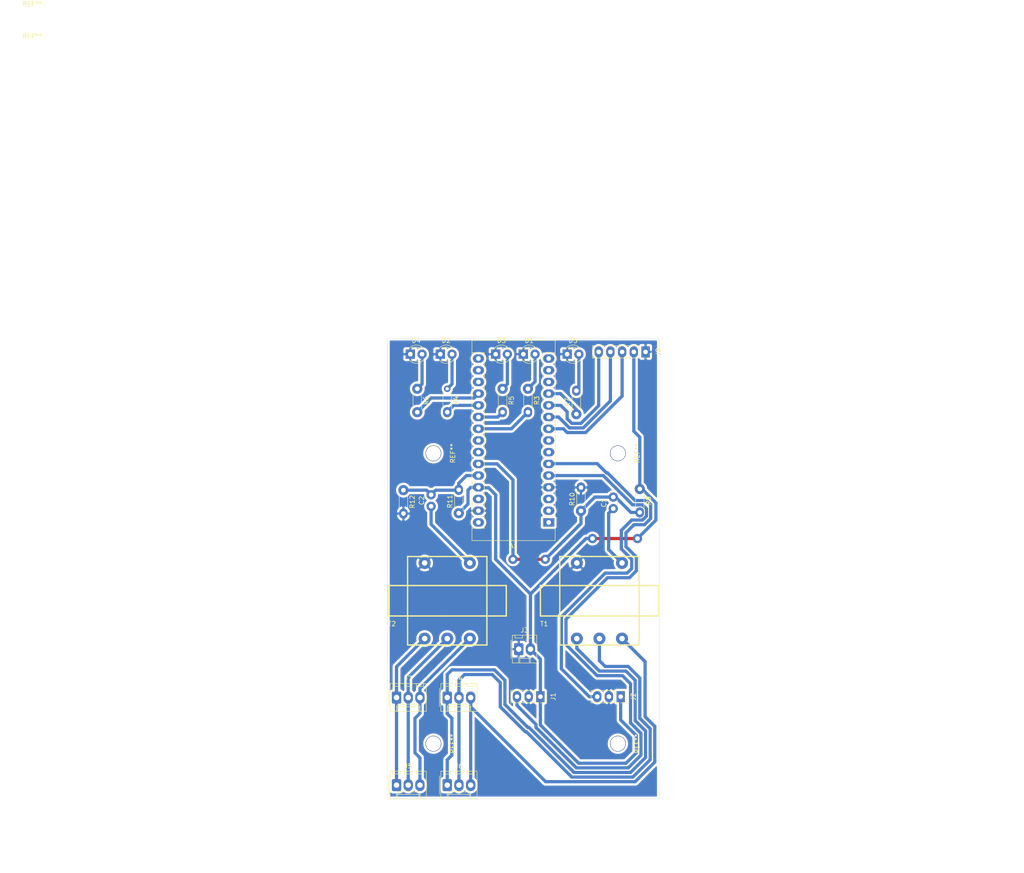
<source format=kicad_pcb>
(kicad_pcb (version 20171130) (host pcbnew "(5.1.6)-1")

  (general
    (thickness 1.6)
    (drawings 27)
    (tracks 216)
    (zones 0)
    (modules 33)
    (nets 43)
  )

  (page A4)
  (layers
    (0 F.Cu signal)
    (31 B.Cu signal)
    (32 B.Adhes user)
    (33 F.Adhes user)
    (34 B.Paste user)
    (35 F.Paste user)
    (36 B.SilkS user)
    (37 F.SilkS user)
    (38 B.Mask user)
    (39 F.Mask user)
    (40 Dwgs.User user)
    (41 Cmts.User user)
    (42 Eco1.User user)
    (43 Eco2.User user)
    (44 Edge.Cuts user)
    (45 Margin user)
    (46 B.CrtYd user)
    (47 F.CrtYd user)
    (48 B.Fab user)
    (49 F.Fab user)
  )

  (setup
    (last_trace_width 0.25)
    (user_trace_width 0.7)
    (user_trace_width 1)
    (trace_clearance 0.2)
    (zone_clearance 0.508)
    (zone_45_only no)
    (trace_min 0.2)
    (via_size 0.8)
    (via_drill 0.4)
    (via_min_size 0.4)
    (via_min_drill 0.3)
    (user_via 2 1)
    (uvia_size 0.3)
    (uvia_drill 0.1)
    (uvias_allowed no)
    (uvia_min_size 0.2)
    (uvia_min_drill 0.1)
    (edge_width 0.05)
    (segment_width 0.2)
    (pcb_text_width 0.3)
    (pcb_text_size 1.5 1.5)
    (mod_edge_width 0.12)
    (mod_text_size 1 1)
    (mod_text_width 0.15)
    (pad_size 3.4 3.4)
    (pad_drill 3.2)
    (pad_to_mask_clearance 0)
    (aux_axis_origin 77 69)
    (grid_origin 77 69)
    (visible_elements 7FFFFFFF)
    (pcbplotparams
      (layerselection 0x01000_fffffffe)
      (usegerberextensions false)
      (usegerberattributes true)
      (usegerberadvancedattributes true)
      (creategerberjobfile true)
      (excludeedgelayer false)
      (linewidth 0.100000)
      (plotframeref false)
      (viasonmask false)
      (mode 1)
      (useauxorigin false)
      (hpglpennumber 1)
      (hpglpenspeed 20)
      (hpglpendiameter 15.000000)
      (psnegative true)
      (psa4output false)
      (plotreference true)
      (plotvalue true)
      (plotinvisibletext false)
      (padsonsilk false)
      (subtractmaskfromsilk false)
      (outputformat 2)
      (mirror true)
      (drillshape 1)
      (scaleselection 1)
      (outputdirectory "./"))
  )

  (net 0 "")
  (net 1 "Net-(A1-Pad1)")
  (net 2 "Net-(A1-Pad17)")
  (net 3 "Net-(A1-Pad2)")
  (net 4 "Net-(A1-Pad18)")
  (net 5 "Net-(A1-Pad3)")
  (net 6 GND)
  (net 7 AUDIO01)
  (net 8 RELÊ01)
  (net 9 AUDIO02)
  (net 10 RELÊ02)
  (net 11 "Net-(A1-Pad23)")
  (net 12 "Net-(A1-Pad24)")
  (net 13 ROT_A)
  (net 14 SWITCH)
  (net 15 ROT_B)
  (net 16 VCC)
  (net 17 POWER)
  (net 18 "Net-(A1-Pad28)")
  (net 19 "Net-(A1-Pad13)")
  (net 20 "Net-(A1-Pad14)")
  (net 21 "Net-(A1-Pad15)")
  (net 22 "Net-(A1-Pad16)")
  (net 23 "Net-(C1-Pad1)")
  (net 24 "Net-(C2-Pad1)")
  (net 25 "Net-(D1-Pad2)")
  (net 26 "Net-(D2-Pad2)")
  (net 27 "Net-(D3-Pad2)")
  (net 28 "Net-(D4-Pad2)")
  (net 29 "Net-(D5-Pad2)")
  (net 30 "Net-(J4-Pad1)")
  (net 31 "Net-(J4-Pad2)")
  (net 32 "Net-(J4-Pad3)")
  (net 33 "Net-(J5-Pad1)")
  (net 34 "Net-(J5-Pad2)")
  (net 35 "Net-(J5-Pad3)")
  (net 36 RELÊ02_LED)
  (net 37 SEL_VOX02_LED)
  (net 38 RELÊ01_LED)
  (net 39 SEL_VOX01_LED)
  (net 40 "Net-(A1-Pad7)")
  (net 41 "Net-(A1-Pad8)")
  (net 42 "Net-(A1-Pad30)")

  (net_class Default "This is the default net class."
    (clearance 0.2)
    (trace_width 0.25)
    (via_dia 0.8)
    (via_drill 0.4)
    (uvia_dia 0.3)
    (uvia_drill 0.1)
    (add_net AUDIO01)
    (add_net AUDIO02)
    (add_net GND)
    (add_net "Net-(A1-Pad1)")
    (add_net "Net-(A1-Pad13)")
    (add_net "Net-(A1-Pad14)")
    (add_net "Net-(A1-Pad15)")
    (add_net "Net-(A1-Pad16)")
    (add_net "Net-(A1-Pad17)")
    (add_net "Net-(A1-Pad18)")
    (add_net "Net-(A1-Pad2)")
    (add_net "Net-(A1-Pad23)")
    (add_net "Net-(A1-Pad24)")
    (add_net "Net-(A1-Pad28)")
    (add_net "Net-(A1-Pad3)")
    (add_net "Net-(A1-Pad30)")
    (add_net "Net-(A1-Pad7)")
    (add_net "Net-(A1-Pad8)")
    (add_net "Net-(C1-Pad1)")
    (add_net "Net-(C2-Pad1)")
    (add_net "Net-(D1-Pad2)")
    (add_net "Net-(D2-Pad2)")
    (add_net "Net-(D3-Pad2)")
    (add_net "Net-(D4-Pad2)")
    (add_net "Net-(D5-Pad2)")
    (add_net "Net-(J4-Pad1)")
    (add_net "Net-(J4-Pad2)")
    (add_net "Net-(J4-Pad3)")
    (add_net "Net-(J5-Pad1)")
    (add_net "Net-(J5-Pad2)")
    (add_net "Net-(J5-Pad3)")
    (add_net POWER)
    (add_net RELÊ01)
    (add_net RELÊ01_LED)
    (add_net RELÊ02)
    (add_net RELÊ02_LED)
    (add_net ROT_A)
    (add_net ROT_B)
    (add_net SEL_VOX01_LED)
    (add_net SEL_VOX02_LED)
    (add_net SWITCH)
    (add_net VCC)
  )

  (module Resistor_THT:R_Axial_DIN0204_L3.6mm_D1.6mm_P5.08mm_Horizontal (layer F.Cu) (tedit 611BE190) (tstamp 611C05F0)
    (at 131.75 101.75 270)
    (descr "Resistor, Axial_DIN0204 series, Axial, Horizontal, pin pitch=5.08mm, 0.167W, length*diameter=3.6*1.6mm^2, http://cdn-reichelt.de/documents/datenblatt/B400/1_4W%23YAG.pdf")
    (tags "Resistor Axial_DIN0204 series Axial Horizontal pin pitch 5.08mm 0.167W length 3.6mm diameter 1.6mm")
    (path /60CBC021)
    (fp_text reference R9 (at 2.54 -1.92 90) (layer F.SilkS)
      (effects (font (size 1 1) (thickness 0.15)))
    )
    (fp_text value 100K (at 2.54 1.92 90) (layer F.Fab)
      (effects (font (size 1 1) (thickness 0.15)))
    )
    (fp_line (start 0.74 -0.8) (end 0.74 0.8) (layer F.Fab) (width 0.1))
    (fp_line (start 0.74 0.8) (end 4.34 0.8) (layer F.Fab) (width 0.1))
    (fp_line (start 4.34 0.8) (end 4.34 -0.8) (layer F.Fab) (width 0.1))
    (fp_line (start 4.34 -0.8) (end 0.74 -0.8) (layer F.Fab) (width 0.1))
    (fp_line (start 0 0) (end 0.74 0) (layer F.Fab) (width 0.1))
    (fp_line (start 5.08 0) (end 4.34 0) (layer F.Fab) (width 0.1))
    (fp_line (start 0.62 -0.92) (end 4.46 -0.92) (layer F.SilkS) (width 0.12))
    (fp_line (start 0.62 0.92) (end 4.46 0.92) (layer F.SilkS) (width 0.12))
    (fp_line (start -0.95 -1.05) (end -0.95 1.05) (layer F.CrtYd) (width 0.05))
    (fp_line (start -0.95 1.05) (end 6.03 1.05) (layer F.CrtYd) (width 0.05))
    (fp_line (start 6.03 1.05) (end 6.03 -1.05) (layer F.CrtYd) (width 0.05))
    (fp_line (start 6.03 -1.05) (end -0.95 -1.05) (layer F.CrtYd) (width 0.05))
    (fp_text user %R (at 2.54 0) (layer F.Fab)
      (effects (font (size 0.72 0.72) (thickness 0.108)))
    )
    (pad 1 thru_hole circle (at 0 0 270) (size 2.2 2.2) (drill 1) (layers *.Cu *.Mask)
      (net 16 VCC))
    (pad 2 thru_hole oval (at 5.08 0 270) (size 2.2 1.8) (drill 1) (layers *.Cu *.Mask)
      (net 7 AUDIO01))
    (model ${KISYS3DMOD}/Resistor_THT.3dshapes/R_Axial_DIN0204_L3.6mm_D1.6mm_P5.08mm_Horizontal.wrl
      (at (xyz 0 0 0))
      (scale (xyz 1 1 1))
      (rotate (xyz 0 0 0))
    )
  )

  (module Resistor_THT:R_Axial_DIN0204_L3.6mm_D1.6mm_P5.08mm_Horizontal (layer F.Cu) (tedit 611BE16E) (tstamp 6117FAF1)
    (at 119 106.5 90)
    (descr "Resistor, Axial_DIN0204 series, Axial, Horizontal, pin pitch=5.08mm, 0.167W, length*diameter=3.6*1.6mm^2, http://cdn-reichelt.de/documents/datenblatt/B400/1_4W%23YAG.pdf")
    (tags "Resistor Axial_DIN0204 series Axial Horizontal pin pitch 5.08mm 0.167W length 3.6mm diameter 1.6mm")
    (path /60CBCAE6)
    (fp_text reference R10 (at 2.54 -1.92 90) (layer F.SilkS)
      (effects (font (size 1 1) (thickness 0.15)))
    )
    (fp_text value 100K (at 2.54 1.92 90) (layer F.Fab)
      (effects (font (size 1 1) (thickness 0.15)))
    )
    (fp_line (start 6.03 -1.05) (end -0.95 -1.05) (layer F.CrtYd) (width 0.05))
    (fp_line (start 6.03 1.05) (end 6.03 -1.05) (layer F.CrtYd) (width 0.05))
    (fp_line (start -0.95 1.05) (end 6.03 1.05) (layer F.CrtYd) (width 0.05))
    (fp_line (start -0.95 -1.05) (end -0.95 1.05) (layer F.CrtYd) (width 0.05))
    (fp_line (start 0.62 0.92) (end 4.46 0.92) (layer F.SilkS) (width 0.12))
    (fp_line (start 0.62 -0.92) (end 4.46 -0.92) (layer F.SilkS) (width 0.12))
    (fp_line (start 5.08 0) (end 4.34 0) (layer F.Fab) (width 0.1))
    (fp_line (start 0 0) (end 0.74 0) (layer F.Fab) (width 0.1))
    (fp_line (start 4.34 -0.8) (end 0.74 -0.8) (layer F.Fab) (width 0.1))
    (fp_line (start 4.34 0.8) (end 4.34 -0.8) (layer F.Fab) (width 0.1))
    (fp_line (start 0.74 0.8) (end 4.34 0.8) (layer F.Fab) (width 0.1))
    (fp_line (start 0.74 -0.8) (end 0.74 0.8) (layer F.Fab) (width 0.1))
    (fp_text user %R (at 2.54 0 180) (layer F.Fab)
      (effects (font (size 0.72 0.72) (thickness 0.108)))
    )
    (pad 2 thru_hole oval (at 5.08 0 90) (size 2.2 1.8) (drill 1) (layers *.Cu *.Mask)
      (net 6 GND))
    (pad 1 thru_hole circle (at 0 0 90) (size 2.2 2.2) (drill 1) (layers *.Cu *.Mask)
      (net 7 AUDIO01))
    (model ${KISYS3DMOD}/Resistor_THT.3dshapes/R_Axial_DIN0204_L3.6mm_D1.6mm_P5.08mm_Horizontal.wrl
      (at (xyz 0 0 0))
      (scale (xyz 1 1 1))
      (rotate (xyz 0 0 0))
    )
  )

  (module DiagramaVOX:Transformer_Audio (layer F.Cu) (tedit 611BE247) (tstamp 61194CA6)
    (at 123 126 180)
    (path /60CBA7F5)
    (fp_text reference T1 (at 12 -5) (layer F.SilkS)
      (effects (font (size 1 1) (thickness 0.15)))
    )
    (fp_text value Transformer_1P_SS (at 16 5) (layer F.Fab)
      (effects (font (size 1 1) (thickness 0.15)))
    )
    (fp_line (start -8.6 -9.6) (end -8.6 9.6) (layer F.SilkS) (width 0.3))
    (fp_line (start 8.6 9.6) (end -8.6 9.6) (layer F.SilkS) (width 0.3))
    (fp_line (start 8.6 -9.6) (end 8.6 9.6) (layer F.SilkS) (width 0.3))
    (fp_line (start -8.6 -9.6) (end 8.6 -9.6) (layer F.SilkS) (width 0.3))
    (fp_line (start -12.8 -3.3) (end 0 -3.3) (layer F.SilkS) (width 0.3))
    (fp_line (start -12.8 3.3) (end -12.8 -3.3) (layer F.SilkS) (width 0.3))
    (fp_line (start 12.8 3.3) (end -12.8 3.3) (layer F.SilkS) (width 0.3))
    (fp_line (start 12.8 -3.3) (end 12.8 3.3) (layer F.SilkS) (width 0.3))
    (fp_line (start 0 -3.3) (end 12.8 -3.3) (layer F.SilkS) (width 0.3))
    (pad 2 thru_hole circle (at 4.9 8.2 180) (size 2.6 2.6) (drill 1.2) (layers *.Cu *.Mask)
      (net 6 GND))
    (pad 1 thru_hole circle (at -4.9 8.2 180) (size 2.6 2.6) (drill 1.2) (layers *.Cu *.Mask)
      (net 23 "Net-(C1-Pad1)"))
    (pad 3 thru_hole circle (at 4.9 -8.2 180) (size 2.6 2.6) (drill 1.2) (layers *.Cu *.Mask)
      (net 30 "Net-(J4-Pad1)"))
    (pad 5 thru_hole circle (at -4.9 -8.2 180) (size 2.6 2.6) (drill 1.2) (layers *.Cu *.Mask)
      (net 32 "Net-(J4-Pad3)"))
    (pad 4 thru_hole circle (at 0 -8.2 180) (size 2.6 2.6) (drill 1.2) (layers *.Cu *.Mask)
      (net 31 "Net-(J4-Pad2)"))
  )

  (module Module:Arduino_Nano (layer F.Cu) (tedit 611BDF9A) (tstamp 611946B9)
    (at 112 109 180)
    (descr "Arduino Nano, http://www.mouser.com/pdfdocs/Gravitech_Arduino_Nano3_0.pdf")
    (tags "Arduino Nano")
    (path /60E7480B)
    (fp_text reference A1 (at 7.62 -5.08) (layer F.SilkS)
      (effects (font (size 1 1) (thickness 0.15)))
    )
    (fp_text value Arduino_Nano_v3.x (at 8.89 19.05 90) (layer F.Fab)
      (effects (font (size 1 1) (thickness 0.15)))
    )
    (fp_line (start 1.27 1.27) (end 1.27 -1.27) (layer F.SilkS) (width 0.12))
    (fp_line (start 1.27 -1.27) (end -1.4 -1.27) (layer F.SilkS) (width 0.12))
    (fp_line (start -1.4 1.27) (end -1.4 39.5) (layer F.SilkS) (width 0.12))
    (fp_line (start -1.4 -3.94) (end -1.4 -1.27) (layer F.SilkS) (width 0.12))
    (fp_line (start 13.97 -1.27) (end 16.64 -1.27) (layer F.SilkS) (width 0.12))
    (fp_line (start 13.97 -1.27) (end 13.97 36.83) (layer F.SilkS) (width 0.12))
    (fp_line (start 13.97 36.83) (end 16.64 36.83) (layer F.SilkS) (width 0.12))
    (fp_line (start 1.27 1.27) (end -1.4 1.27) (layer F.SilkS) (width 0.12))
    (fp_line (start 1.27 1.27) (end 1.27 36.83) (layer F.SilkS) (width 0.12))
    (fp_line (start 1.27 36.83) (end -1.4 36.83) (layer F.SilkS) (width 0.12))
    (fp_line (start 3.81 31.75) (end 11.43 31.75) (layer F.Fab) (width 0.1))
    (fp_line (start 11.43 31.75) (end 11.43 41.91) (layer F.Fab) (width 0.1))
    (fp_line (start 11.43 41.91) (end 3.81 41.91) (layer F.Fab) (width 0.1))
    (fp_line (start 3.81 41.91) (end 3.81 31.75) (layer F.Fab) (width 0.1))
    (fp_line (start -1.4 39.5) (end 16.64 39.5) (layer F.SilkS) (width 0.12))
    (fp_line (start 16.64 39.5) (end 16.64 -3.94) (layer F.SilkS) (width 0.12))
    (fp_line (start 16.64 -3.94) (end -1.4 -3.94) (layer F.SilkS) (width 0.12))
    (fp_line (start 16.51 39.37) (end -1.27 39.37) (layer F.Fab) (width 0.1))
    (fp_line (start -1.27 39.37) (end -1.27 -2.54) (layer F.Fab) (width 0.1))
    (fp_line (start -1.27 -2.54) (end 0 -3.81) (layer F.Fab) (width 0.1))
    (fp_line (start 0 -3.81) (end 16.51 -3.81) (layer F.Fab) (width 0.1))
    (fp_line (start 16.51 -3.81) (end 16.51 39.37) (layer F.Fab) (width 0.1))
    (fp_line (start -1.53 -4.06) (end 16.75 -4.06) (layer F.CrtYd) (width 0.05))
    (fp_line (start -1.53 -4.06) (end -1.53 42.16) (layer F.CrtYd) (width 0.05))
    (fp_line (start 16.75 42.16) (end 16.75 -4.06) (layer F.CrtYd) (width 0.05))
    (fp_line (start 16.75 42.16) (end -1.53 42.16) (layer F.CrtYd) (width 0.05))
    (fp_text user %R (at 6.35 19.05 90) (layer F.Fab)
      (effects (font (size 1 1) (thickness 0.15)))
    )
    (pad 1 thru_hole rect (at 0 0 180) (size 2.4 1.8) (drill 1) (layers *.Cu *.Mask)
      (net 1 "Net-(A1-Pad1)"))
    (pad 17 thru_hole oval (at 15.24 33.02 180) (size 2.4 1.8) (drill 1) (layers *.Cu *.Mask)
      (net 2 "Net-(A1-Pad17)"))
    (pad 2 thru_hole oval (at 0 2.54 180) (size 2.4 1.8) (drill 1) (layers *.Cu *.Mask)
      (net 3 "Net-(A1-Pad2)"))
    (pad 18 thru_hole oval (at 15.24 30.48 180) (size 2.4 1.8) (drill 1) (layers *.Cu *.Mask)
      (net 4 "Net-(A1-Pad18)"))
    (pad 3 thru_hole oval (at 0 5.08 180) (size 2.4 1.8) (drill 1) (layers *.Cu *.Mask)
      (net 5 "Net-(A1-Pad3)"))
    (pad 19 thru_hole oval (at 15.24 27.94 180) (size 2.4 1.8) (drill 1) (layers *.Cu *.Mask)
      (net 36 RELÊ02_LED))
    (pad 4 thru_hole oval (at 0 7.62 180) (size 2.4 1.8) (drill 1) (layers *.Cu *.Mask)
      (net 6 GND))
    (pad 20 thru_hole oval (at 15.24 25.4 180) (size 2.4 1.8) (drill 1) (layers *.Cu *.Mask)
      (net 37 SEL_VOX02_LED))
    (pad 5 thru_hole oval (at 0 10.16 180) (size 2.4 1.8) (drill 1) (layers *.Cu *.Mask)
      (net 10 RELÊ02))
    (pad 21 thru_hole oval (at 15.24 22.86 180) (size 2.4 1.8) (drill 1) (layers *.Cu *.Mask)
      (net 38 RELÊ01_LED))
    (pad 6 thru_hole oval (at 0 12.7 180) (size 2.4 1.8) (drill 1) (layers *.Cu *.Mask)
      (net 8 RELÊ01))
    (pad 22 thru_hole oval (at 15.24 20.32 180) (size 2.4 1.8) (drill oval 1) (layers *.Cu *.Mask)
      (net 39 SEL_VOX01_LED))
    (pad 7 thru_hole oval (at 0 15.24 180) (size 2.4 1.8) (drill 1) (layers *.Cu *.Mask)
      (net 40 "Net-(A1-Pad7)"))
    (pad 23 thru_hole oval (at 15.24 17.78 180) (size 2.4 1.8) (drill 1) (layers *.Cu *.Mask)
      (net 11 "Net-(A1-Pad23)"))
    (pad 8 thru_hole oval (at 0 17.78 180) (size 2.4 1.8) (drill 1) (layers *.Cu *.Mask)
      (net 41 "Net-(A1-Pad8)"))
    (pad 24 thru_hole oval (at 15.24 15.24 180) (size 2.4 1.8) (drill 1) (layers *.Cu *.Mask)
      (net 12 "Net-(A1-Pad24)"))
    (pad 9 thru_hole oval (at 0 20.32 180) (size 2.4 1.8) (drill 1) (layers *.Cu *.Mask)
      (net 14 SWITCH))
    (pad 25 thru_hole oval (at 15.24 12.7 180) (size 2.4 1.8) (drill 1) (layers *.Cu *.Mask)
      (net 7 AUDIO01))
    (pad 10 thru_hole oval (at 0 22.86 180) (size 2.4 1.8) (drill 1) (layers *.Cu *.Mask)
      (net 13 ROT_A))
    (pad 26 thru_hole oval (at 15.24 10.16 180) (size 2.4 1.8) (drill 1) (layers *.Cu *.Mask)
      (net 9 AUDIO02))
    (pad 11 thru_hole oval (at 0 25.4 180) (size 2.4 1.8) (drill 1) (layers *.Cu *.Mask)
      (net 15 ROT_B))
    (pad 27 thru_hole oval (at 15.24 7.62 180) (size 2.4 1.8) (drill 1) (layers *.Cu *.Mask)
      (net 16 VCC))
    (pad 12 thru_hole oval (at 0 27.94 180) (size 2.4 1.8) (drill 1) (layers *.Cu *.Mask)
      (net 17 POWER))
    (pad 28 thru_hole oval (at 15.24 5.08 180) (size 2.4 1.8) (drill 1) (layers *.Cu *.Mask)
      (net 18 "Net-(A1-Pad28)"))
    (pad 13 thru_hole oval (at 0 30.48 180) (size 2.4 1.8) (drill 1) (layers *.Cu *.Mask)
      (net 19 "Net-(A1-Pad13)"))
    (pad 29 thru_hole oval (at 15.24 2.54 180) (size 2.4 1.8) (drill 1) (layers *.Cu *.Mask)
      (net 6 GND))
    (pad 14 thru_hole oval (at 0 33.02 180) (size 2.4 1.8) (drill 1) (layers *.Cu *.Mask)
      (net 20 "Net-(A1-Pad14)"))
    (pad 30 thru_hole oval (at 15.24 0 180) (size 2.4 1.8) (drill 1) (layers *.Cu *.Mask)
      (net 42 "Net-(A1-Pad30)"))
    (pad 15 thru_hole oval (at 0 35.56 180) (size 2.4 1.8) (drill 1) (layers *.Cu *.Mask)
      (net 21 "Net-(A1-Pad15)"))
    (pad 16 thru_hole oval (at 15.24 35.56 180) (size 2.4 1.8) (drill 1) (layers *.Cu *.Mask)
      (net 22 "Net-(A1-Pad16)"))
    (model ${KISYS3DMOD}/Module.3dshapes/Arduino_Nano_WithMountingHoles.wrl
      (at (xyz 0 0 0))
      (scale (xyz 1 1 1))
      (rotate (xyz 0 0 0))
    )
  )

  (module MountingHole:MountingHole_3.2mm_M3 (layer F.Cu) (tedit 611BE271) (tstamp 611742AD)
    (at 127 94 270)
    (descr "Mounting Hole 3.2mm, no annular, M3")
    (tags "mounting hole 3.2mm no annular m3")
    (attr virtual)
    (fp_text reference REF** (at 0 -4.2 90) (layer F.SilkS)
      (effects (font (size 1 1) (thickness 0.15)))
    )
    (fp_text value MountingHole_3.2mm_M3 (at 0 4.2 90) (layer F.Fab)
      (effects (font (size 1 1) (thickness 0.15)))
    )
    (fp_circle (center 0 0) (end 3.45 0) (layer F.CrtYd) (width 0.05))
    (fp_circle (center 0 0) (end 3.2 0) (layer Cmts.User) (width 0.15))
    (fp_text user %R (at 0.3 0 90) (layer F.Fab)
      (effects (font (size 1 1) (thickness 0.15)))
    )
    (pad "" np_thru_hole circle (at 0 0 270) (size 3.4 3.4) (drill 3.2) (layers *.Cu *.Mask))
  )

  (module Capacitor_THT:C_Disc_D3.0mm_W1.6mm_P2.50mm (layer F.Cu) (tedit 611BE17E) (tstamp 6117FA53)
    (at 126 106 90)
    (descr "C, Disc series, Radial, pin pitch=2.50mm, , diameter*width=3.0*1.6mm^2, Capacitor, http://www.vishay.com/docs/45233/krseries.pdf")
    (tags "C Disc series Radial pin pitch 2.50mm  diameter 3.0mm width 1.6mm Capacitor")
    (path /60CBB5C0)
    (fp_text reference C1 (at 1.25 -2.05 90) (layer F.SilkS)
      (effects (font (size 1 1) (thickness 0.15)))
    )
    (fp_text value 22nF (at 1.25 2.05 90) (layer F.Fab)
      (effects (font (size 1 1) (thickness 0.15)))
    )
    (fp_line (start 3.55 -1.05) (end -1.05 -1.05) (layer F.CrtYd) (width 0.05))
    (fp_line (start 3.55 1.05) (end 3.55 -1.05) (layer F.CrtYd) (width 0.05))
    (fp_line (start -1.05 1.05) (end 3.55 1.05) (layer F.CrtYd) (width 0.05))
    (fp_line (start -1.05 -1.05) (end -1.05 1.05) (layer F.CrtYd) (width 0.05))
    (fp_line (start 0.621 0.92) (end 1.879 0.92) (layer F.SilkS) (width 0.12))
    (fp_line (start 0.621 -0.92) (end 1.879 -0.92) (layer F.SilkS) (width 0.12))
    (fp_line (start 2.75 -0.8) (end -0.25 -0.8) (layer F.Fab) (width 0.1))
    (fp_line (start 2.75 0.8) (end 2.75 -0.8) (layer F.Fab) (width 0.1))
    (fp_line (start -0.25 0.8) (end 2.75 0.8) (layer F.Fab) (width 0.1))
    (fp_line (start -0.25 -0.8) (end -0.25 0.8) (layer F.Fab) (width 0.1))
    (fp_text user %R (at 1.25 0 90) (layer F.Fab)
      (effects (font (size 0.6 0.6) (thickness 0.09)))
    )
    (pad 2 thru_hole circle (at 2.5 0 90) (size 2 2) (drill 1) (layers *.Cu *.Mask)
      (net 7 AUDIO01))
    (pad 1 thru_hole circle (at 0 0 90) (size 2 2) (drill 1) (layers *.Cu *.Mask)
      (net 23 "Net-(C1-Pad1)"))
    (model ${KISYS3DMOD}/Capacitor_THT.3dshapes/C_Disc_D3.0mm_W1.6mm_P2.50mm.wrl
      (at (xyz 0 0 0))
      (scale (xyz 1 1 1))
      (rotate (xyz 0 0 0))
    )
  )

  (module DiagramaVOX:Transformer_Audio (layer F.Cu) (tedit 611BE222) (tstamp 61195193)
    (at 90 126 180)
    (path /60DB6EC9)
    (fp_text reference T2 (at 12 -5) (layer F.SilkS)
      (effects (font (size 1 1) (thickness 0.15)))
    )
    (fp_text value Transformer_1P_SS (at 16 5) (layer F.Fab)
      (effects (font (size 1 1) (thickness 0.15)))
    )
    (fp_line (start 0 -3.3) (end 12.8 -3.3) (layer F.SilkS) (width 0.3))
    (fp_line (start 12.8 -3.3) (end 12.8 3.3) (layer F.SilkS) (width 0.3))
    (fp_line (start 12.8 3.3) (end -12.8 3.3) (layer F.SilkS) (width 0.3))
    (fp_line (start -12.8 3.3) (end -12.8 -3.3) (layer F.SilkS) (width 0.3))
    (fp_line (start -12.8 -3.3) (end 0 -3.3) (layer F.SilkS) (width 0.3))
    (fp_line (start -8.6 -9.6) (end 8.6 -9.6) (layer F.SilkS) (width 0.3))
    (fp_line (start 8.6 -9.6) (end 8.6 9.6) (layer F.SilkS) (width 0.3))
    (fp_line (start 8.6 9.6) (end -8.6 9.6) (layer F.SilkS) (width 0.3))
    (fp_line (start -8.6 -9.6) (end -8.6 9.6) (layer F.SilkS) (width 0.3))
    (pad 4 thru_hole circle (at 0 -8.2 180) (size 2.6 2.6) (drill 1.2) (layers *.Cu *.Mask)
      (net 34 "Net-(J5-Pad2)"))
    (pad 5 thru_hole circle (at -4.9 -8.2 180) (size 2.6 2.6) (drill 1.2) (layers *.Cu *.Mask)
      (net 35 "Net-(J5-Pad3)"))
    (pad 3 thru_hole circle (at 4.9 -8.2 180) (size 2.6 2.6) (drill 1.2) (layers *.Cu *.Mask)
      (net 33 "Net-(J5-Pad1)"))
    (pad 1 thru_hole circle (at -4.9 8.2 180) (size 2.6 2.6) (drill 1.2) (layers *.Cu *.Mask)
      (net 24 "Net-(C2-Pad1)"))
    (pad 2 thru_hole circle (at 4.9 8.2 180) (size 2.6 2.6) (drill 1.2) (layers *.Cu *.Mask)
      (net 6 GND))
  )

  (module Connector_PinSocket_2.54mm:PinSocket_1x03_P2.54mm_Vertical (layer F.Cu) (tedit 611BE016) (tstamp 61194EC0)
    (at 110.2 146.8 270)
    (descr "Through hole straight socket strip, 1x03, 2.54mm pitch, single row (from Kicad 4.0.7), script generated")
    (tags "Through hole socket strip THT 1x03 2.54mm single row")
    (path /60CDDB2E)
    (fp_text reference J1 (at 0 -2.77 90) (layer F.SilkS)
      (effects (font (size 1 1) (thickness 0.15)))
    )
    (fp_text value "TO RELAY" (at 0 7.85 90) (layer F.Fab)
      (effects (font (size 1 1) (thickness 0.15)))
    )
    (fp_line (start -1.8 6.85) (end -1.8 -1.8) (layer F.CrtYd) (width 0.05))
    (fp_line (start 1.75 6.85) (end -1.8 6.85) (layer F.CrtYd) (width 0.05))
    (fp_line (start 1.75 -1.8) (end 1.75 6.85) (layer F.CrtYd) (width 0.05))
    (fp_line (start -1.8 -1.8) (end 1.75 -1.8) (layer F.CrtYd) (width 0.05))
    (fp_line (start 0 -1.33) (end 1.33 -1.33) (layer F.SilkS) (width 0.12))
    (fp_line (start 1.33 -1.33) (end 1.33 0) (layer F.SilkS) (width 0.12))
    (fp_line (start 1.33 1.27) (end 1.33 6.41) (layer F.SilkS) (width 0.12))
    (fp_line (start -1.33 6.41) (end 1.33 6.41) (layer F.SilkS) (width 0.12))
    (fp_line (start -1.33 1.27) (end -1.33 6.41) (layer F.SilkS) (width 0.12))
    (fp_line (start -1.33 1.27) (end 1.33 1.27) (layer F.SilkS) (width 0.12))
    (fp_line (start -1.27 6.35) (end -1.27 -1.27) (layer F.Fab) (width 0.1))
    (fp_line (start 1.27 6.35) (end -1.27 6.35) (layer F.Fab) (width 0.1))
    (fp_line (start 1.27 -0.635) (end 1.27 6.35) (layer F.Fab) (width 0.1))
    (fp_line (start 0.635 -1.27) (end 1.27 -0.635) (layer F.Fab) (width 0.1))
    (fp_line (start -1.27 -1.27) (end 0.635 -1.27) (layer F.Fab) (width 0.1))
    (fp_text user %R (at 0 2.54) (layer F.Fab)
      (effects (font (size 1 1) (thickness 0.15)))
    )
    (pad 3 thru_hole oval (at 0 5.08 270) (size 2.4 1.8) (drill 1) (layers *.Cu *.Mask)
      (net 8 RELÊ01))
    (pad 2 thru_hole oval (at 0 2.54 270) (size 2.4 1.8) (drill 1) (layers *.Cu *.Mask)
      (net 6 GND))
    (pad 1 thru_hole rect (at 0 0 270) (size 2.4 1.8) (drill 1) (layers *.Cu *.Mask)
      (net 16 VCC))
    (model ${KISYS3DMOD}/Connector_PinSocket_2.54mm.3dshapes/PinSocket_1x03_P2.54mm_Vertical.wrl
      (at (xyz 0 0 0))
      (scale (xyz 1 1 1))
      (rotate (xyz 0 0 0))
    )
  )

  (module Connector_PinSocket_2.54mm:PinSocket_1x05_P2.54mm_Vertical (layer F.Cu) (tedit 611BDFDA) (tstamp 6117F852)
    (at 133 72 270)
    (descr "Through hole straight socket strip, 1x05, 2.54mm pitch, single row (from Kicad 4.0.7), script generated")
    (tags "Through hole socket strip THT 1x05 2.54mm single row")
    (path /6118CAD6)
    (fp_text reference J8 (at 0 -2.77 90) (layer F.SilkS)
      (effects (font (size 1 1) (thickness 0.15)))
    )
    (fp_text value Conn_01x05_Female (at 0 12.93 90) (layer F.Fab)
      (effects (font (size 1 1) (thickness 0.15)))
    )
    (fp_line (start -1.8 11.9) (end -1.8 -1.8) (layer F.CrtYd) (width 0.05))
    (fp_line (start 1.75 11.9) (end -1.8 11.9) (layer F.CrtYd) (width 0.05))
    (fp_line (start 1.75 -1.8) (end 1.75 11.9) (layer F.CrtYd) (width 0.05))
    (fp_line (start -1.8 -1.8) (end 1.75 -1.8) (layer F.CrtYd) (width 0.05))
    (fp_line (start 0 -1.33) (end 1.33 -1.33) (layer F.SilkS) (width 0.12))
    (fp_line (start 1.33 -1.33) (end 1.33 0) (layer F.SilkS) (width 0.12))
    (fp_line (start 1.33 1.27) (end 1.33 11.49) (layer F.SilkS) (width 0.12))
    (fp_line (start -1.33 11.49) (end 1.33 11.49) (layer F.SilkS) (width 0.12))
    (fp_line (start -1.33 1.27) (end -1.33 11.49) (layer F.SilkS) (width 0.12))
    (fp_line (start -1.33 1.27) (end 1.33 1.27) (layer F.SilkS) (width 0.12))
    (fp_line (start -1.27 11.43) (end -1.27 -1.27) (layer F.Fab) (width 0.1))
    (fp_line (start 1.27 11.43) (end -1.27 11.43) (layer F.Fab) (width 0.1))
    (fp_line (start 1.27 -0.635) (end 1.27 11.43) (layer F.Fab) (width 0.1))
    (fp_line (start 0.635 -1.27) (end 1.27 -0.635) (layer F.Fab) (width 0.1))
    (fp_line (start -1.27 -1.27) (end 0.635 -1.27) (layer F.Fab) (width 0.1))
    (fp_text user %R (at 0 5.08) (layer F.Fab)
      (effects (font (size 1 1) (thickness 0.15)))
    )
    (pad 1 thru_hole rect (at 0 0 270) (size 2.4 1.8) (drill 1) (layers *.Cu *.Mask)
      (net 6 GND))
    (pad 2 thru_hole oval (at 0 2.54 270) (size 2.4 1.8) (drill 1) (layers *.Cu *.Mask)
      (net 16 VCC))
    (pad 3 thru_hole oval (at 0 5.08 270) (size 2.4 1.8) (drill 1) (layers *.Cu *.Mask)
      (net 14 SWITCH))
    (pad 4 thru_hole oval (at 0 7.62 270) (size 2.4 1.8) (drill 1) (layers *.Cu *.Mask)
      (net 13 ROT_A))
    (pad 5 thru_hole oval (at 0 10.16 270) (size 2.4 1.8) (drill 1) (layers *.Cu *.Mask)
      (net 15 ROT_B))
    (model ${KISYS3DMOD}/Connector_PinSocket_2.54mm.3dshapes/PinSocket_1x05_P2.54mm_Vertical.wrl
      (at (xyz 0 0 0))
      (scale (xyz 1 1 1))
      (rotate (xyz 0 0 0))
    )
  )

  (module MountingHole:MountingHole_3.2mm_M3 (layer F.Cu) (tedit 611BE27A) (tstamp 611742CA)
    (at 87 157 270)
    (descr "Mounting Hole 3.2mm, no annular, M3")
    (tags "mounting hole 3.2mm no annular m3")
    (attr virtual)
    (fp_text reference REF** (at 0 -4.2 90) (layer F.SilkS)
      (effects (font (size 1 1) (thickness 0.15)))
    )
    (fp_text value MountingHole_3.2mm_M3 (at 0 4.2 90) (layer F.Fab)
      (effects (font (size 1 1) (thickness 0.15)))
    )
    (fp_circle (center 0 0) (end 3.45 0) (layer F.CrtYd) (width 0.05))
    (fp_circle (center 0 0) (end 3.2 0) (layer Cmts.User) (width 0.15))
    (fp_text user %R (at 0.3 0 90) (layer F.Fab)
      (effects (font (size 1 1) (thickness 0.15)))
    )
    (pad "" np_thru_hole circle (at 0 0 270) (size 3.4 3.4) (drill 3.2) (layers *.Cu *.Mask))
  )

  (module MountingHole:MountingHole_3.2mm_M3 (layer F.Cu) (tedit 611BE281) (tstamp 61174290)
    (at 127 157 270)
    (descr "Mounting Hole 3.2mm, no annular, M3")
    (tags "mounting hole 3.2mm no annular m3")
    (attr virtual)
    (fp_text reference REF** (at 0 -4.2 90) (layer F.SilkS)
      (effects (font (size 1 1) (thickness 0.15)))
    )
    (fp_text value MountingHole_3.2mm_M3 (at 0 4.2 90) (layer F.Fab)
      (effects (font (size 1 1) (thickness 0.15)))
    )
    (fp_circle (center 0 0) (end 3.45 0) (layer F.CrtYd) (width 0.05))
    (fp_circle (center 0 0) (end 3.2 0) (layer Cmts.User) (width 0.15))
    (fp_text user %R (at 0.3 0 90) (layer F.Fab)
      (effects (font (size 1 1) (thickness 0.15)))
    )
    (pad "" np_thru_hole circle (at 0 0 270) (size 3.4 3.4) (drill 3.2) (layers *.Cu *.Mask))
  )

  (module MountingHole:MountingHole_3.2mm_M3 (layer F.Cu) (tedit 611BE25F) (tstamp 61174273)
    (at 87 94 270)
    (descr "Mounting Hole 3.2mm, no annular, M3")
    (tags "mounting hole 3.2mm no annular m3")
    (attr virtual)
    (fp_text reference REF** (at 0 -4.2 90) (layer F.SilkS)
      (effects (font (size 1 1) (thickness 0.15)))
    )
    (fp_text value MountingHole_3.2mm_M3 (at 0 4.2 90) (layer F.Fab)
      (effects (font (size 1 1) (thickness 0.15)))
    )
    (fp_circle (center 0 0) (end 3.45 0) (layer F.CrtYd) (width 0.05))
    (fp_circle (center 0 0) (end 3.2 0) (layer Cmts.User) (width 0.15))
    (fp_text user %R (at 0.3 0 90) (layer F.Fab)
      (effects (font (size 1 1) (thickness 0.15)))
    )
    (pad "" np_thru_hole circle (at 0 0 270) (size 3.4 3.4) (drill 3.2) (layers *.Cu *.Mask))
  )

  (module Transformer_Audio (layer F.Cu) (tedit 6116CF41) (tstamp 611715FE)
    (at 0 0)
    (fp_text reference REF** (at 0 3.5) (layer F.SilkS)
      (effects (font (size 1 1) (thickness 0.15)))
    )
    (fp_text value Transformer_Audio (at 0 4) (layer F.Fab)
      (effects (font (size 1 1) (thickness 0.15)))
    )
  )

  (module Transformer_Audio (layer F.Cu) (tedit 6116CF41) (tstamp 611715F8)
    (at 0 0)
    (fp_text reference REF** (at 0 -3.5) (layer F.SilkS)
      (effects (font (size 1 1) (thickness 0.15)))
    )
    (fp_text value Transformer_Audio (at 0 4) (layer F.Fab)
      (effects (font (size 1 1) (thickness 0.15)))
    )
  )

  (module Capacitor_THT:C_Disc_D3.0mm_W1.6mm_P2.50mm (layer F.Cu) (tedit 611BE141) (tstamp 61194BE9)
    (at 86.5 105.5 90)
    (descr "C, Disc series, Radial, pin pitch=2.50mm, , diameter*width=3.0*1.6mm^2, Capacitor, http://www.vishay.com/docs/45233/krseries.pdf")
    (tags "C Disc series Radial pin pitch 2.50mm  diameter 3.0mm width 1.6mm Capacitor")
    (path /60DB71C5)
    (fp_text reference C2 (at 1.25 -2.05 90) (layer F.SilkS)
      (effects (font (size 1 1) (thickness 0.15)))
    )
    (fp_text value 22nF (at 1.25 2.05 90) (layer F.Fab)
      (effects (font (size 1 1) (thickness 0.15)))
    )
    (fp_line (start -0.25 -0.8) (end -0.25 0.8) (layer F.Fab) (width 0.1))
    (fp_line (start -0.25 0.8) (end 2.75 0.8) (layer F.Fab) (width 0.1))
    (fp_line (start 2.75 0.8) (end 2.75 -0.8) (layer F.Fab) (width 0.1))
    (fp_line (start 2.75 -0.8) (end -0.25 -0.8) (layer F.Fab) (width 0.1))
    (fp_line (start 0.621 -0.92) (end 1.879 -0.92) (layer F.SilkS) (width 0.12))
    (fp_line (start 0.621 0.92) (end 1.879 0.92) (layer F.SilkS) (width 0.12))
    (fp_line (start -1.05 -1.05) (end -1.05 1.05) (layer F.CrtYd) (width 0.05))
    (fp_line (start -1.05 1.05) (end 3.55 1.05) (layer F.CrtYd) (width 0.05))
    (fp_line (start 3.55 1.05) (end 3.55 -1.05) (layer F.CrtYd) (width 0.05))
    (fp_line (start 3.55 -1.05) (end -1.05 -1.05) (layer F.CrtYd) (width 0.05))
    (fp_text user %R (at 1.25 0 270) (layer F.Fab)
      (effects (font (size 0.6 0.6) (thickness 0.09)))
    )
    (pad 1 thru_hole circle (at 0 0 90) (size 2 2) (drill 1) (layers *.Cu *.Mask)
      (net 24 "Net-(C2-Pad1)"))
    (pad 2 thru_hole circle (at 2.5 0 90) (size 2 2) (drill 1) (layers *.Cu *.Mask)
      (net 9 AUDIO02))
    (model ${KISYS3DMOD}/Capacitor_THT.3dshapes/C_Disc_D3.0mm_W1.6mm_P2.50mm.wrl
      (at (xyz 0 0 0))
      (scale (xyz 1 1 1))
      (rotate (xyz 0 0 0))
    )
  )

  (module LED_THT:LED_D3.0mm (layer F.Cu) (tedit 611BE1DE) (tstamp 6117267B)
    (at 106.5 72.5)
    (descr "LED, diameter 3.0mm, 2 pins")
    (tags "LED diameter 3.0mm 2 pins")
    (path /60E6563F)
    (fp_text reference D1 (at 1.27 -2.96) (layer F.SilkS)
      (effects (font (size 1 1) (thickness 0.15)))
    )
    (fp_text value VOX01 (at 1.27 2.96) (layer F.Fab)
      (effects (font (size 1 1) (thickness 0.15)))
    )
    (fp_circle (center 1.27 0) (end 2.77 0) (layer F.Fab) (width 0.1))
    (fp_line (start -0.23 -1.16619) (end -0.23 1.16619) (layer F.Fab) (width 0.1))
    (fp_line (start -0.29 -1.236) (end -0.29 -1.08) (layer F.SilkS) (width 0.12))
    (fp_line (start -0.29 1.08) (end -0.29 1.236) (layer F.SilkS) (width 0.12))
    (fp_line (start -1.15 -2.25) (end -1.15 2.25) (layer F.CrtYd) (width 0.05))
    (fp_line (start -1.15 2.25) (end 3.7 2.25) (layer F.CrtYd) (width 0.05))
    (fp_line (start 3.7 2.25) (end 3.7 -2.25) (layer F.CrtYd) (width 0.05))
    (fp_line (start 3.7 -2.25) (end -1.15 -2.25) (layer F.CrtYd) (width 0.05))
    (fp_arc (start 1.27 0) (end -0.23 -1.16619) (angle 284.3) (layer F.Fab) (width 0.1))
    (fp_arc (start 1.27 0) (end -0.29 -1.235516) (angle 108.8) (layer F.SilkS) (width 0.12))
    (fp_arc (start 1.27 0) (end -0.29 1.235516) (angle -108.8) (layer F.SilkS) (width 0.12))
    (fp_arc (start 1.27 0) (end 0.229039 -1.08) (angle 87.9) (layer F.SilkS) (width 0.12))
    (fp_arc (start 1.27 0) (end 0.229039 1.08) (angle -87.9) (layer F.SilkS) (width 0.12))
    (pad 1 thru_hole rect (at 0 0) (size 2 2) (drill 1) (layers *.Cu *.Mask)
      (net 6 GND))
    (pad 2 thru_hole circle (at 2.54 0) (size 2 2) (drill 1) (layers *.Cu *.Mask)
      (net 25 "Net-(D1-Pad2)"))
    (model ${KISYS3DMOD}/LED_THT.3dshapes/LED_D3.0mm.wrl
      (at (xyz 0 0 0))
      (scale (xyz 1 1 1))
      (rotate (xyz 0 0 0))
    )
  )

  (module LED_THT:LED_D3.0mm (layer F.Cu) (tedit 611BE1BD) (tstamp 6117268E)
    (at 88.5 72.5)
    (descr "LED, diameter 3.0mm, 2 pins")
    (tags "LED diameter 3.0mm 2 pins")
    (path /60E163B7)
    (fp_text reference D2 (at 1.27 -2.96) (layer F.SilkS)
      (effects (font (size 1 1) (thickness 0.15)))
    )
    (fp_text value VOX02 (at 1.27 2.96) (layer F.Fab)
      (effects (font (size 1 1) (thickness 0.15)))
    )
    (fp_line (start 3.7 -2.25) (end -1.15 -2.25) (layer F.CrtYd) (width 0.05))
    (fp_line (start 3.7 2.25) (end 3.7 -2.25) (layer F.CrtYd) (width 0.05))
    (fp_line (start -1.15 2.25) (end 3.7 2.25) (layer F.CrtYd) (width 0.05))
    (fp_line (start -1.15 -2.25) (end -1.15 2.25) (layer F.CrtYd) (width 0.05))
    (fp_line (start -0.29 1.08) (end -0.29 1.236) (layer F.SilkS) (width 0.12))
    (fp_line (start -0.29 -1.236) (end -0.29 -1.08) (layer F.SilkS) (width 0.12))
    (fp_line (start -0.23 -1.16619) (end -0.23 1.16619) (layer F.Fab) (width 0.1))
    (fp_circle (center 1.27 0) (end 2.77 0) (layer F.Fab) (width 0.1))
    (fp_arc (start 1.27 0) (end 0.229039 1.08) (angle -87.9) (layer F.SilkS) (width 0.12))
    (fp_arc (start 1.27 0) (end 0.229039 -1.08) (angle 87.9) (layer F.SilkS) (width 0.12))
    (fp_arc (start 1.27 0) (end -0.29 1.235516) (angle -108.8) (layer F.SilkS) (width 0.12))
    (fp_arc (start 1.27 0) (end -0.29 -1.235516) (angle 108.8) (layer F.SilkS) (width 0.12))
    (fp_arc (start 1.27 0) (end -0.23 -1.16619) (angle 284.3) (layer F.Fab) (width 0.1))
    (pad 2 thru_hole circle (at 2.54 0) (size 2 2) (drill 1) (layers *.Cu *.Mask)
      (net 26 "Net-(D2-Pad2)"))
    (pad 1 thru_hole rect (at 0 0) (size 2 2) (drill 1) (layers *.Cu *.Mask)
      (net 6 GND))
    (model ${KISYS3DMOD}/LED_THT.3dshapes/LED_D3.0mm.wrl
      (at (xyz 0 0 0))
      (scale (xyz 1 1 1))
      (rotate (xyz 0 0 0))
    )
  )

  (module LED_THT:LED_D3.0mm (layer F.Cu) (tedit 611BE1CF) (tstamp 6119449B)
    (at 100.5 72.5)
    (descr "LED, diameter 3.0mm, 2 pins")
    (tags "LED diameter 3.0mm 2 pins")
    (path /60CBDFDC)
    (fp_text reference D3 (at 1.27 -2.96) (layer F.SilkS)
      (effects (font (size 1 1) (thickness 0.15)))
    )
    (fp_text value RELÊ01 (at 1.27 2.96) (layer F.Fab)
      (effects (font (size 1 1) (thickness 0.15)))
    )
    (fp_line (start 3.7 -2.25) (end -1.15 -2.25) (layer F.CrtYd) (width 0.05))
    (fp_line (start 3.7 2.25) (end 3.7 -2.25) (layer F.CrtYd) (width 0.05))
    (fp_line (start -1.15 2.25) (end 3.7 2.25) (layer F.CrtYd) (width 0.05))
    (fp_line (start -1.15 -2.25) (end -1.15 2.25) (layer F.CrtYd) (width 0.05))
    (fp_line (start -0.29 1.08) (end -0.29 1.236) (layer F.SilkS) (width 0.12))
    (fp_line (start -0.29 -1.236) (end -0.29 -1.08) (layer F.SilkS) (width 0.12))
    (fp_line (start -0.23 -1.16619) (end -0.23 1.16619) (layer F.Fab) (width 0.1))
    (fp_circle (center 1.27 0) (end 2.77 0) (layer F.Fab) (width 0.1))
    (fp_arc (start 1.27 0) (end 0.229039 1.08) (angle -87.9) (layer F.SilkS) (width 0.12))
    (fp_arc (start 1.27 0) (end 0.229039 -1.08) (angle 87.9) (layer F.SilkS) (width 0.12))
    (fp_arc (start 1.27 0) (end -0.29 1.235516) (angle -108.8) (layer F.SilkS) (width 0.12))
    (fp_arc (start 1.27 0) (end -0.29 -1.235516) (angle 108.8) (layer F.SilkS) (width 0.12))
    (fp_arc (start 1.27 0) (end -0.23 -1.16619) (angle 284.3) (layer F.Fab) (width 0.1))
    (pad 2 thru_hole circle (at 2.54 0) (size 2 2) (drill 1) (layers *.Cu *.Mask)
      (net 27 "Net-(D3-Pad2)"))
    (pad 1 thru_hole rect (at 0 0) (size 2 2) (drill 1) (layers *.Cu *.Mask)
      (net 6 GND))
    (model ${KISYS3DMOD}/LED_THT.3dshapes/LED_D3.0mm.wrl
      (at (xyz 0 0 0))
      (scale (xyz 1 1 1))
      (rotate (xyz 0 0 0))
    )
  )

  (module LED_THT:LED_D3.0mm (layer F.Cu) (tedit 611BE1AD) (tstamp 611726B4)
    (at 82 72.5)
    (descr "LED, diameter 3.0mm, 2 pins")
    (tags "LED diameter 3.0mm 2 pins")
    (path /60DAC350)
    (fp_text reference D4 (at 1.27 -2.96) (layer F.SilkS)
      (effects (font (size 1 1) (thickness 0.15)))
    )
    (fp_text value RELÊ02 (at 1.27 2.96) (layer F.Fab)
      (effects (font (size 1 1) (thickness 0.15)))
    )
    (fp_circle (center 1.27 0) (end 2.77 0) (layer F.Fab) (width 0.1))
    (fp_line (start -0.23 -1.16619) (end -0.23 1.16619) (layer F.Fab) (width 0.1))
    (fp_line (start -0.29 -1.236) (end -0.29 -1.08) (layer F.SilkS) (width 0.12))
    (fp_line (start -0.29 1.08) (end -0.29 1.236) (layer F.SilkS) (width 0.12))
    (fp_line (start -1.15 -2.25) (end -1.15 2.25) (layer F.CrtYd) (width 0.05))
    (fp_line (start -1.15 2.25) (end 3.7 2.25) (layer F.CrtYd) (width 0.05))
    (fp_line (start 3.7 2.25) (end 3.7 -2.25) (layer F.CrtYd) (width 0.05))
    (fp_line (start 3.7 -2.25) (end -1.15 -2.25) (layer F.CrtYd) (width 0.05))
    (fp_arc (start 1.27 0) (end -0.23 -1.16619) (angle 284.3) (layer F.Fab) (width 0.1))
    (fp_arc (start 1.27 0) (end -0.29 -1.235516) (angle 108.8) (layer F.SilkS) (width 0.12))
    (fp_arc (start 1.27 0) (end -0.29 1.235516) (angle -108.8) (layer F.SilkS) (width 0.12))
    (fp_arc (start 1.27 0) (end 0.229039 -1.08) (angle 87.9) (layer F.SilkS) (width 0.12))
    (fp_arc (start 1.27 0) (end 0.229039 1.08) (angle -87.9) (layer F.SilkS) (width 0.12))
    (pad 1 thru_hole rect (at 0 0) (size 2 2) (drill 1) (layers *.Cu *.Mask)
      (net 6 GND))
    (pad 2 thru_hole circle (at 2.54 0) (size 2 2) (drill 1) (layers *.Cu *.Mask)
      (net 28 "Net-(D4-Pad2)"))
    (model ${KISYS3DMOD}/LED_THT.3dshapes/LED_D3.0mm.wrl
      (at (xyz 0 0 0))
      (scale (xyz 1 1 1))
      (rotate (xyz 0 0 0))
    )
  )

  (module LED_THT:LED_D3.0mm (layer F.Cu) (tedit 611BE1F2) (tstamp 611726C7)
    (at 116 72.5)
    (descr "LED, diameter 3.0mm, 2 pins")
    (tags "LED diameter 3.0mm 2 pins")
    (path /60CBD7C1)
    (fp_text reference D5 (at 1.27 -2.96) (layer F.SilkS)
      (effects (font (size 1 1) (thickness 0.15)))
    )
    (fp_text value POWER (at 1.27 2.96) (layer F.Fab)
      (effects (font (size 1 1) (thickness 0.15)))
    )
    (fp_circle (center 1.27 0) (end 2.77 0) (layer F.Fab) (width 0.1))
    (fp_line (start -0.23 -1.16619) (end -0.23 1.16619) (layer F.Fab) (width 0.1))
    (fp_line (start -0.29 -1.236) (end -0.29 -1.08) (layer F.SilkS) (width 0.12))
    (fp_line (start -0.29 1.08) (end -0.29 1.236) (layer F.SilkS) (width 0.12))
    (fp_line (start -1.15 -2.25) (end -1.15 2.25) (layer F.CrtYd) (width 0.05))
    (fp_line (start -1.15 2.25) (end 3.7 2.25) (layer F.CrtYd) (width 0.05))
    (fp_line (start 3.7 2.25) (end 3.7 -2.25) (layer F.CrtYd) (width 0.05))
    (fp_line (start 3.7 -2.25) (end -1.15 -2.25) (layer F.CrtYd) (width 0.05))
    (fp_arc (start 1.27 0) (end -0.23 -1.16619) (angle 284.3) (layer F.Fab) (width 0.1))
    (fp_arc (start 1.27 0) (end -0.29 -1.235516) (angle 108.8) (layer F.SilkS) (width 0.12))
    (fp_arc (start 1.27 0) (end -0.29 1.235516) (angle -108.8) (layer F.SilkS) (width 0.12))
    (fp_arc (start 1.27 0) (end 0.229039 -1.08) (angle 87.9) (layer F.SilkS) (width 0.12))
    (fp_arc (start 1.27 0) (end 0.229039 1.08) (angle -87.9) (layer F.SilkS) (width 0.12))
    (pad 1 thru_hole rect (at 0 0) (size 2 2) (drill 1) (layers *.Cu *.Mask)
      (net 6 GND))
    (pad 2 thru_hole circle (at 2.54 0) (size 2 2) (drill 1) (layers *.Cu *.Mask)
      (net 29 "Net-(D5-Pad2)"))
    (model ${KISYS3DMOD}/LED_THT.3dshapes/LED_D3.0mm.wrl
      (at (xyz 0 0 0))
      (scale (xyz 1 1 1))
      (rotate (xyz 0 0 0))
    )
  )

  (module Connector_PinSocket_2.54mm:PinSocket_1x03_P2.54mm_Vertical (layer F.Cu) (tedit 611BDFFD) (tstamp 61172714)
    (at 127.6 146.8 270)
    (descr "Through hole straight socket strip, 1x03, 2.54mm pitch, single row (from Kicad 4.0.7), script generated")
    (tags "Through hole socket strip THT 1x03 2.54mm single row")
    (path /60E4AAD5)
    (fp_text reference J2 (at 0 -2.77 90) (layer F.SilkS)
      (effects (font (size 1 1) (thickness 0.15)))
    )
    (fp_text value "TO RELAY" (at 0 7.85 90) (layer F.Fab)
      (effects (font (size 1 1) (thickness 0.15)))
    )
    (fp_line (start -1.27 -1.27) (end 0.635 -1.27) (layer F.Fab) (width 0.1))
    (fp_line (start 0.635 -1.27) (end 1.27 -0.635) (layer F.Fab) (width 0.1))
    (fp_line (start 1.27 -0.635) (end 1.27 6.35) (layer F.Fab) (width 0.1))
    (fp_line (start 1.27 6.35) (end -1.27 6.35) (layer F.Fab) (width 0.1))
    (fp_line (start -1.27 6.35) (end -1.27 -1.27) (layer F.Fab) (width 0.1))
    (fp_line (start -1.33 1.27) (end 1.33 1.27) (layer F.SilkS) (width 0.12))
    (fp_line (start -1.33 1.27) (end -1.33 6.41) (layer F.SilkS) (width 0.12))
    (fp_line (start -1.33 6.41) (end 1.33 6.41) (layer F.SilkS) (width 0.12))
    (fp_line (start 1.33 1.27) (end 1.33 6.41) (layer F.SilkS) (width 0.12))
    (fp_line (start 1.33 -1.33) (end 1.33 0) (layer F.SilkS) (width 0.12))
    (fp_line (start 0 -1.33) (end 1.33 -1.33) (layer F.SilkS) (width 0.12))
    (fp_line (start -1.8 -1.8) (end 1.75 -1.8) (layer F.CrtYd) (width 0.05))
    (fp_line (start 1.75 -1.8) (end 1.75 6.85) (layer F.CrtYd) (width 0.05))
    (fp_line (start 1.75 6.85) (end -1.8 6.85) (layer F.CrtYd) (width 0.05))
    (fp_line (start -1.8 6.85) (end -1.8 -1.8) (layer F.CrtYd) (width 0.05))
    (fp_text user %R (at 0 2.54) (layer F.Fab)
      (effects (font (size 1 1) (thickness 0.15)))
    )
    (pad 1 thru_hole rect (at 0 0 270) (size 2.4 1.8) (drill 1) (layers *.Cu *.Mask)
      (net 16 VCC))
    (pad 2 thru_hole oval (at 0 2.54 270) (size 2.4 1.8) (drill 1) (layers *.Cu *.Mask)
      (net 6 GND))
    (pad 3 thru_hole oval (at 0 5.08 270) (size 2.4 1.8) (drill 1) (layers *.Cu *.Mask)
      (net 10 RELÊ02))
    (model ${KISYS3DMOD}/Connector_PinSocket_2.54mm.3dshapes/PinSocket_1x03_P2.54mm_Vertical.wrl
      (at (xyz 0 0 0))
      (scale (xyz 1 1 1))
      (rotate (xyz 0 0 0))
    )
  )

  (module Connector_Molex:Molex_KK-254_AE-6410-02A_1x02_P2.54mm_Vertical (layer F.Cu) (tedit 611BE087) (tstamp 6117FE97)
    (at 105.5 136.5)
    (descr "Molex KK-254 Interconnect System, old/engineering part number: AE-6410-02A example for new part number: 22-27-2021, 2 Pins (http://www.molex.com/pdm_docs/sd/022272021_sd.pdf), generated with kicad-footprint-generator")
    (tags "connector Molex KK-254 vertical")
    (path /60E45E71)
    (fp_text reference J3 (at 1.27 -4.12) (layer F.SilkS)
      (effects (font (size 1 1) (thickness 0.15)))
    )
    (fp_text value "TO POWER CONNECTOR" (at 1.27 4.08) (layer F.Fab)
      (effects (font (size 1 1) (thickness 0.15)))
    )
    (fp_line (start -1.27 -2.92) (end -1.27 2.88) (layer F.Fab) (width 0.1))
    (fp_line (start -1.27 2.88) (end 3.81 2.88) (layer F.Fab) (width 0.1))
    (fp_line (start 3.81 2.88) (end 3.81 -2.92) (layer F.Fab) (width 0.1))
    (fp_line (start 3.81 -2.92) (end -1.27 -2.92) (layer F.Fab) (width 0.1))
    (fp_line (start -1.38 -3.03) (end -1.38 2.99) (layer F.SilkS) (width 0.12))
    (fp_line (start -1.38 2.99) (end 3.92 2.99) (layer F.SilkS) (width 0.12))
    (fp_line (start 3.92 2.99) (end 3.92 -3.03) (layer F.SilkS) (width 0.12))
    (fp_line (start 3.92 -3.03) (end -1.38 -3.03) (layer F.SilkS) (width 0.12))
    (fp_line (start -1.67 -2) (end -1.67 2) (layer F.SilkS) (width 0.12))
    (fp_line (start -1.27 -0.5) (end -0.562893 0) (layer F.Fab) (width 0.1))
    (fp_line (start -0.562893 0) (end -1.27 0.5) (layer F.Fab) (width 0.1))
    (fp_line (start 0 2.99) (end 0 1.99) (layer F.SilkS) (width 0.12))
    (fp_line (start 0 1.99) (end 2.54 1.99) (layer F.SilkS) (width 0.12))
    (fp_line (start 2.54 1.99) (end 2.54 2.99) (layer F.SilkS) (width 0.12))
    (fp_line (start 0 1.99) (end 0.25 1.46) (layer F.SilkS) (width 0.12))
    (fp_line (start 0.25 1.46) (end 2.29 1.46) (layer F.SilkS) (width 0.12))
    (fp_line (start 2.29 1.46) (end 2.54 1.99) (layer F.SilkS) (width 0.12))
    (fp_line (start 0.25 2.99) (end 0.25 1.99) (layer F.SilkS) (width 0.12))
    (fp_line (start 2.29 2.99) (end 2.29 1.99) (layer F.SilkS) (width 0.12))
    (fp_line (start -0.8 -3.03) (end -0.8 -2.43) (layer F.SilkS) (width 0.12))
    (fp_line (start -0.8 -2.43) (end 0.8 -2.43) (layer F.SilkS) (width 0.12))
    (fp_line (start 0.8 -2.43) (end 0.8 -3.03) (layer F.SilkS) (width 0.12))
    (fp_line (start 1.74 -3.03) (end 1.74 -2.43) (layer F.SilkS) (width 0.12))
    (fp_line (start 1.74 -2.43) (end 3.34 -2.43) (layer F.SilkS) (width 0.12))
    (fp_line (start 3.34 -2.43) (end 3.34 -3.03) (layer F.SilkS) (width 0.12))
    (fp_line (start -1.77 -3.42) (end -1.77 3.38) (layer F.CrtYd) (width 0.05))
    (fp_line (start -1.77 3.38) (end 4.31 3.38) (layer F.CrtYd) (width 0.05))
    (fp_line (start 4.31 3.38) (end 4.31 -3.42) (layer F.CrtYd) (width 0.05))
    (fp_line (start 4.31 -3.42) (end -1.77 -3.42) (layer F.CrtYd) (width 0.05))
    (fp_text user %R (at 1.27 -2.22) (layer F.Fab)
      (effects (font (size 1 1) (thickness 0.15)))
    )
    (pad 1 thru_hole roundrect (at 0 0) (size 2 2.6) (drill 1.19) (layers *.Cu *.Mask) (roundrect_rratio 0.144)
      (net 6 GND))
    (pad 2 thru_hole oval (at 2.54 0) (size 2 2.6) (drill 1.19) (layers *.Cu *.Mask)
      (net 16 VCC))
    (model ${KISYS3DMOD}/Connector_Molex.3dshapes/Molex_KK-254_AE-6410-02A_1x02_P2.54mm_Vertical.wrl
      (at (xyz 0 0 0))
      (scale (xyz 1 1 1))
      (rotate (xyz 0 0 0))
    )
  )

  (module Connector_Molex:Molex_KK-254_AE-6410-03A_1x03_P2.54mm_Vertical (layer F.Cu) (tedit 611BE04C) (tstamp 61172760)
    (at 90 147)
    (descr "Molex KK-254 Interconnect System, old/engineering part number: AE-6410-03A example for new part number: 22-27-2031, 3 Pins (http://www.molex.com/pdm_docs/sd/022272021_sd.pdf), generated with kicad-footprint-generator")
    (tags "connector Molex KK-254 vertical")
    (path /60E1E02A)
    (fp_text reference J4 (at 2.54 -4.12) (layer F.SilkS)
      (effects (font (size 1 1) (thickness 0.15)))
    )
    (fp_text value "TO XLR" (at 2.54 4.08) (layer F.Fab)
      (effects (font (size 1 1) (thickness 0.15)))
    )
    (fp_line (start -1.27 -2.92) (end -1.27 2.88) (layer F.Fab) (width 0.1))
    (fp_line (start -1.27 2.88) (end 6.35 2.88) (layer F.Fab) (width 0.1))
    (fp_line (start 6.35 2.88) (end 6.35 -2.92) (layer F.Fab) (width 0.1))
    (fp_line (start 6.35 -2.92) (end -1.27 -2.92) (layer F.Fab) (width 0.1))
    (fp_line (start -1.38 -3.03) (end -1.38 2.99) (layer F.SilkS) (width 0.12))
    (fp_line (start -1.38 2.99) (end 6.46 2.99) (layer F.SilkS) (width 0.12))
    (fp_line (start 6.46 2.99) (end 6.46 -3.03) (layer F.SilkS) (width 0.12))
    (fp_line (start 6.46 -3.03) (end -1.38 -3.03) (layer F.SilkS) (width 0.12))
    (fp_line (start -1.67 -2) (end -1.67 2) (layer F.SilkS) (width 0.12))
    (fp_line (start -1.27 -0.5) (end -0.562893 0) (layer F.Fab) (width 0.1))
    (fp_line (start -0.562893 0) (end -1.27 0.5) (layer F.Fab) (width 0.1))
    (fp_line (start 0 2.99) (end 0 1.99) (layer F.SilkS) (width 0.12))
    (fp_line (start 0 1.99) (end 5.08 1.99) (layer F.SilkS) (width 0.12))
    (fp_line (start 5.08 1.99) (end 5.08 2.99) (layer F.SilkS) (width 0.12))
    (fp_line (start 0 1.99) (end 0.25 1.46) (layer F.SilkS) (width 0.12))
    (fp_line (start 0.25 1.46) (end 4.83 1.46) (layer F.SilkS) (width 0.12))
    (fp_line (start 4.83 1.46) (end 5.08 1.99) (layer F.SilkS) (width 0.12))
    (fp_line (start 0.25 2.99) (end 0.25 1.99) (layer F.SilkS) (width 0.12))
    (fp_line (start 4.83 2.99) (end 4.83 1.99) (layer F.SilkS) (width 0.12))
    (fp_line (start -0.8 -3.03) (end -0.8 -2.43) (layer F.SilkS) (width 0.12))
    (fp_line (start -0.8 -2.43) (end 0.8 -2.43) (layer F.SilkS) (width 0.12))
    (fp_line (start 0.8 -2.43) (end 0.8 -3.03) (layer F.SilkS) (width 0.12))
    (fp_line (start 1.74 -3.03) (end 1.74 -2.43) (layer F.SilkS) (width 0.12))
    (fp_line (start 1.74 -2.43) (end 3.34 -2.43) (layer F.SilkS) (width 0.12))
    (fp_line (start 3.34 -2.43) (end 3.34 -3.03) (layer F.SilkS) (width 0.12))
    (fp_line (start 4.28 -3.03) (end 4.28 -2.43) (layer F.SilkS) (width 0.12))
    (fp_line (start 4.28 -2.43) (end 5.88 -2.43) (layer F.SilkS) (width 0.12))
    (fp_line (start 5.88 -2.43) (end 5.88 -3.03) (layer F.SilkS) (width 0.12))
    (fp_line (start -1.77 -3.42) (end -1.77 3.38) (layer F.CrtYd) (width 0.05))
    (fp_line (start -1.77 3.38) (end 6.85 3.38) (layer F.CrtYd) (width 0.05))
    (fp_line (start 6.85 3.38) (end 6.85 -3.42) (layer F.CrtYd) (width 0.05))
    (fp_line (start 6.85 -3.42) (end -1.77 -3.42) (layer F.CrtYd) (width 0.05))
    (fp_text user %R (at 2.54 -2.22) (layer F.Fab)
      (effects (font (size 1 1) (thickness 0.15)))
    )
    (pad 1 thru_hole roundrect (at 0 0) (size 2 2.6) (drill 1.19) (layers *.Cu *.Mask) (roundrect_rratio 0.144)
      (net 30 "Net-(J4-Pad1)"))
    (pad 2 thru_hole oval (at 2.54 0) (size 2 2.6) (drill 1.19) (layers *.Cu *.Mask)
      (net 31 "Net-(J4-Pad2)"))
    (pad 3 thru_hole oval (at 5.08 0) (size 2 2.6) (drill 1.19) (layers *.Cu *.Mask)
      (net 32 "Net-(J4-Pad3)"))
    (model ${KISYS3DMOD}/Connector_Molex.3dshapes/Molex_KK-254_AE-6410-03A_1x03_P2.54mm_Vertical.wrl
      (at (xyz 0 0 0))
      (scale (xyz 1 1 1))
      (rotate (xyz 0 0 0))
    )
  )

  (module Connector_Molex:Molex_KK-254_AE-6410-03A_1x03_P2.54mm_Vertical (layer F.Cu) (tedit 611BE062) (tstamp 61172788)
    (at 79 166)
    (descr "Molex KK-254 Interconnect System, old/engineering part number: AE-6410-03A example for new part number: 22-27-2031, 3 Pins (http://www.molex.com/pdm_docs/sd/022272021_sd.pdf), generated with kicad-footprint-generator")
    (tags "connector Molex KK-254 vertical")
    (path /60E26788)
    (fp_text reference J5 (at 2.54 -4.12) (layer F.SilkS)
      (effects (font (size 1 1) (thickness 0.15)))
    )
    (fp_text value "TO XLR" (at 2.54 4.08) (layer F.Fab)
      (effects (font (size 1 1) (thickness 0.15)))
    )
    (fp_line (start -1.27 -2.92) (end -1.27 2.88) (layer F.Fab) (width 0.1))
    (fp_line (start -1.27 2.88) (end 6.35 2.88) (layer F.Fab) (width 0.1))
    (fp_line (start 6.35 2.88) (end 6.35 -2.92) (layer F.Fab) (width 0.1))
    (fp_line (start 6.35 -2.92) (end -1.27 -2.92) (layer F.Fab) (width 0.1))
    (fp_line (start -1.38 -3.03) (end -1.38 2.99) (layer F.SilkS) (width 0.12))
    (fp_line (start -1.38 2.99) (end 6.46 2.99) (layer F.SilkS) (width 0.12))
    (fp_line (start 6.46 2.99) (end 6.46 -3.03) (layer F.SilkS) (width 0.12))
    (fp_line (start 6.46 -3.03) (end -1.38 -3.03) (layer F.SilkS) (width 0.12))
    (fp_line (start -1.67 -2) (end -1.67 2) (layer F.SilkS) (width 0.12))
    (fp_line (start -1.27 -0.5) (end -0.562893 0) (layer F.Fab) (width 0.1))
    (fp_line (start -0.562893 0) (end -1.27 0.5) (layer F.Fab) (width 0.1))
    (fp_line (start 0 2.99) (end 0 1.99) (layer F.SilkS) (width 0.12))
    (fp_line (start 0 1.99) (end 5.08 1.99) (layer F.SilkS) (width 0.12))
    (fp_line (start 5.08 1.99) (end 5.08 2.99) (layer F.SilkS) (width 0.12))
    (fp_line (start 0 1.99) (end 0.25 1.46) (layer F.SilkS) (width 0.12))
    (fp_line (start 0.25 1.46) (end 4.83 1.46) (layer F.SilkS) (width 0.12))
    (fp_line (start 4.83 1.46) (end 5.08 1.99) (layer F.SilkS) (width 0.12))
    (fp_line (start 0.25 2.99) (end 0.25 1.99) (layer F.SilkS) (width 0.12))
    (fp_line (start 4.83 2.99) (end 4.83 1.99) (layer F.SilkS) (width 0.12))
    (fp_line (start -0.8 -3.03) (end -0.8 -2.43) (layer F.SilkS) (width 0.12))
    (fp_line (start -0.8 -2.43) (end 0.8 -2.43) (layer F.SilkS) (width 0.12))
    (fp_line (start 0.8 -2.43) (end 0.8 -3.03) (layer F.SilkS) (width 0.12))
    (fp_line (start 1.74 -3.03) (end 1.74 -2.43) (layer F.SilkS) (width 0.12))
    (fp_line (start 1.74 -2.43) (end 3.34 -2.43) (layer F.SilkS) (width 0.12))
    (fp_line (start 3.34 -2.43) (end 3.34 -3.03) (layer F.SilkS) (width 0.12))
    (fp_line (start 4.28 -3.03) (end 4.28 -2.43) (layer F.SilkS) (width 0.12))
    (fp_line (start 4.28 -2.43) (end 5.88 -2.43) (layer F.SilkS) (width 0.12))
    (fp_line (start 5.88 -2.43) (end 5.88 -3.03) (layer F.SilkS) (width 0.12))
    (fp_line (start -1.77 -3.42) (end -1.77 3.38) (layer F.CrtYd) (width 0.05))
    (fp_line (start -1.77 3.38) (end 6.85 3.38) (layer F.CrtYd) (width 0.05))
    (fp_line (start 6.85 3.38) (end 6.85 -3.42) (layer F.CrtYd) (width 0.05))
    (fp_line (start 6.85 -3.42) (end -1.77 -3.42) (layer F.CrtYd) (width 0.05))
    (fp_text user %R (at 2.54 -2.22) (layer F.Fab)
      (effects (font (size 1 1) (thickness 0.15)))
    )
    (pad 1 thru_hole roundrect (at 0 0) (size 2 2.6) (drill 1.19) (layers *.Cu *.Mask) (roundrect_rratio 0.144)
      (net 33 "Net-(J5-Pad1)"))
    (pad 2 thru_hole oval (at 2.54 0) (size 2 2.6) (drill 1.19) (layers *.Cu *.Mask)
      (net 34 "Net-(J5-Pad2)"))
    (pad 3 thru_hole oval (at 5.08 0) (size 2 2.6) (drill 1.19) (layers *.Cu *.Mask)
      (net 35 "Net-(J5-Pad3)"))
    (model ${KISYS3DMOD}/Connector_Molex.3dshapes/Molex_KK-254_AE-6410-03A_1x03_P2.54mm_Vertical.wrl
      (at (xyz 0 0 0))
      (scale (xyz 1 1 1))
      (rotate (xyz 0 0 0))
    )
  )

  (module Connector_Molex:Molex_KK-254_AE-6410-03A_1x03_P2.54mm_Vertical (layer F.Cu) (tedit 611BE078) (tstamp 611727B0)
    (at 90 166)
    (descr "Molex KK-254 Interconnect System, old/engineering part number: AE-6410-03A example for new part number: 22-27-2031, 3 Pins (http://www.molex.com/pdm_docs/sd/022272021_sd.pdf), generated with kicad-footprint-generator")
    (tags "connector Molex KK-254 vertical")
    (path /60E1FC96)
    (fp_text reference J6 (at 2.54 -4.12) (layer F.SilkS)
      (effects (font (size 1 1) (thickness 0.15)))
    )
    (fp_text value "TO XLR" (at 2.54 4.08) (layer F.Fab)
      (effects (font (size 1 1) (thickness 0.15)))
    )
    (fp_line (start 6.85 -3.42) (end -1.77 -3.42) (layer F.CrtYd) (width 0.05))
    (fp_line (start 6.85 3.38) (end 6.85 -3.42) (layer F.CrtYd) (width 0.05))
    (fp_line (start -1.77 3.38) (end 6.85 3.38) (layer F.CrtYd) (width 0.05))
    (fp_line (start -1.77 -3.42) (end -1.77 3.38) (layer F.CrtYd) (width 0.05))
    (fp_line (start 5.88 -2.43) (end 5.88 -3.03) (layer F.SilkS) (width 0.12))
    (fp_line (start 4.28 -2.43) (end 5.88 -2.43) (layer F.SilkS) (width 0.12))
    (fp_line (start 4.28 -3.03) (end 4.28 -2.43) (layer F.SilkS) (width 0.12))
    (fp_line (start 3.34 -2.43) (end 3.34 -3.03) (layer F.SilkS) (width 0.12))
    (fp_line (start 1.74 -2.43) (end 3.34 -2.43) (layer F.SilkS) (width 0.12))
    (fp_line (start 1.74 -3.03) (end 1.74 -2.43) (layer F.SilkS) (width 0.12))
    (fp_line (start 0.8 -2.43) (end 0.8 -3.03) (layer F.SilkS) (width 0.12))
    (fp_line (start -0.8 -2.43) (end 0.8 -2.43) (layer F.SilkS) (width 0.12))
    (fp_line (start -0.8 -3.03) (end -0.8 -2.43) (layer F.SilkS) (width 0.12))
    (fp_line (start 4.83 2.99) (end 4.83 1.99) (layer F.SilkS) (width 0.12))
    (fp_line (start 0.25 2.99) (end 0.25 1.99) (layer F.SilkS) (width 0.12))
    (fp_line (start 4.83 1.46) (end 5.08 1.99) (layer F.SilkS) (width 0.12))
    (fp_line (start 0.25 1.46) (end 4.83 1.46) (layer F.SilkS) (width 0.12))
    (fp_line (start 0 1.99) (end 0.25 1.46) (layer F.SilkS) (width 0.12))
    (fp_line (start 5.08 1.99) (end 5.08 2.99) (layer F.SilkS) (width 0.12))
    (fp_line (start 0 1.99) (end 5.08 1.99) (layer F.SilkS) (width 0.12))
    (fp_line (start 0 2.99) (end 0 1.99) (layer F.SilkS) (width 0.12))
    (fp_line (start -0.562893 0) (end -1.27 0.5) (layer F.Fab) (width 0.1))
    (fp_line (start -1.27 -0.5) (end -0.562893 0) (layer F.Fab) (width 0.1))
    (fp_line (start -1.67 -2) (end -1.67 2) (layer F.SilkS) (width 0.12))
    (fp_line (start 6.46 -3.03) (end -1.38 -3.03) (layer F.SilkS) (width 0.12))
    (fp_line (start 6.46 2.99) (end 6.46 -3.03) (layer F.SilkS) (width 0.12))
    (fp_line (start -1.38 2.99) (end 6.46 2.99) (layer F.SilkS) (width 0.12))
    (fp_line (start -1.38 -3.03) (end -1.38 2.99) (layer F.SilkS) (width 0.12))
    (fp_line (start 6.35 -2.92) (end -1.27 -2.92) (layer F.Fab) (width 0.1))
    (fp_line (start 6.35 2.88) (end 6.35 -2.92) (layer F.Fab) (width 0.1))
    (fp_line (start -1.27 2.88) (end 6.35 2.88) (layer F.Fab) (width 0.1))
    (fp_line (start -1.27 -2.92) (end -1.27 2.88) (layer F.Fab) (width 0.1))
    (fp_text user %R (at 2.54 -2.22) (layer F.Fab)
      (effects (font (size 1 1) (thickness 0.15)))
    )
    (pad 3 thru_hole oval (at 5.08 0) (size 2 2.6) (drill 1.19) (layers *.Cu *.Mask)
      (net 32 "Net-(J4-Pad3)"))
    (pad 2 thru_hole oval (at 2.54 0) (size 2 2.6) (drill 1.19) (layers *.Cu *.Mask)
      (net 31 "Net-(J4-Pad2)"))
    (pad 1 thru_hole roundrect (at 0 0) (size 2 2.6) (drill 1.19) (layers *.Cu *.Mask) (roundrect_rratio 0.144)
      (net 30 "Net-(J4-Pad1)"))
    (model ${KISYS3DMOD}/Connector_Molex.3dshapes/Molex_KK-254_AE-6410-03A_1x03_P2.54mm_Vertical.wrl
      (at (xyz 0 0 0))
      (scale (xyz 1 1 1))
      (rotate (xyz 0 0 0))
    )
  )

  (module Connector_Molex:Molex_KK-254_AE-6410-03A_1x03_P2.54mm_Vertical (layer F.Cu) (tedit 611BE034) (tstamp 611727D8)
    (at 79 147)
    (descr "Molex KK-254 Interconnect System, old/engineering part number: AE-6410-03A example for new part number: 22-27-2031, 3 Pins (http://www.molex.com/pdm_docs/sd/022272021_sd.pdf), generated with kicad-footprint-generator")
    (tags "connector Molex KK-254 vertical")
    (path /60E26B40)
    (fp_text reference J7 (at 2.54 -4.12) (layer F.SilkS)
      (effects (font (size 1 1) (thickness 0.15)))
    )
    (fp_text value "TO XLR" (at 2.54 4.08) (layer F.Fab)
      (effects (font (size 1 1) (thickness 0.15)))
    )
    (fp_line (start 6.85 -3.42) (end -1.77 -3.42) (layer F.CrtYd) (width 0.05))
    (fp_line (start 6.85 3.38) (end 6.85 -3.42) (layer F.CrtYd) (width 0.05))
    (fp_line (start -1.77 3.38) (end 6.85 3.38) (layer F.CrtYd) (width 0.05))
    (fp_line (start -1.77 -3.42) (end -1.77 3.38) (layer F.CrtYd) (width 0.05))
    (fp_line (start 5.88 -2.43) (end 5.88 -3.03) (layer F.SilkS) (width 0.12))
    (fp_line (start 4.28 -2.43) (end 5.88 -2.43) (layer F.SilkS) (width 0.12))
    (fp_line (start 4.28 -3.03) (end 4.28 -2.43) (layer F.SilkS) (width 0.12))
    (fp_line (start 3.34 -2.43) (end 3.34 -3.03) (layer F.SilkS) (width 0.12))
    (fp_line (start 1.74 -2.43) (end 3.34 -2.43) (layer F.SilkS) (width 0.12))
    (fp_line (start 1.74 -3.03) (end 1.74 -2.43) (layer F.SilkS) (width 0.12))
    (fp_line (start 0.8 -2.43) (end 0.8 -3.03) (layer F.SilkS) (width 0.12))
    (fp_line (start -0.8 -2.43) (end 0.8 -2.43) (layer F.SilkS) (width 0.12))
    (fp_line (start -0.8 -3.03) (end -0.8 -2.43) (layer F.SilkS) (width 0.12))
    (fp_line (start 4.83 2.99) (end 4.83 1.99) (layer F.SilkS) (width 0.12))
    (fp_line (start 0.25 2.99) (end 0.25 1.99) (layer F.SilkS) (width 0.12))
    (fp_line (start 4.83 1.46) (end 5.08 1.99) (layer F.SilkS) (width 0.12))
    (fp_line (start 0.25 1.46) (end 4.83 1.46) (layer F.SilkS) (width 0.12))
    (fp_line (start 0 1.99) (end 0.25 1.46) (layer F.SilkS) (width 0.12))
    (fp_line (start 5.08 1.99) (end 5.08 2.99) (layer F.SilkS) (width 0.12))
    (fp_line (start 0 1.99) (end 5.08 1.99) (layer F.SilkS) (width 0.12))
    (fp_line (start 0 2.99) (end 0 1.99) (layer F.SilkS) (width 0.12))
    (fp_line (start -0.562893 0) (end -1.27 0.5) (layer F.Fab) (width 0.1))
    (fp_line (start -1.27 -0.5) (end -0.562893 0) (layer F.Fab) (width 0.1))
    (fp_line (start -1.67 -2) (end -1.67 2) (layer F.SilkS) (width 0.12))
    (fp_line (start 6.46 -3.03) (end -1.38 -3.03) (layer F.SilkS) (width 0.12))
    (fp_line (start 6.46 2.99) (end 6.46 -3.03) (layer F.SilkS) (width 0.12))
    (fp_line (start -1.38 2.99) (end 6.46 2.99) (layer F.SilkS) (width 0.12))
    (fp_line (start -1.38 -3.03) (end -1.38 2.99) (layer F.SilkS) (width 0.12))
    (fp_line (start 6.35 -2.92) (end -1.27 -2.92) (layer F.Fab) (width 0.1))
    (fp_line (start 6.35 2.88) (end 6.35 -2.92) (layer F.Fab) (width 0.1))
    (fp_line (start -1.27 2.88) (end 6.35 2.88) (layer F.Fab) (width 0.1))
    (fp_line (start -1.27 -2.92) (end -1.27 2.88) (layer F.Fab) (width 0.1))
    (fp_text user %R (at 2.54 -2.22) (layer F.Fab)
      (effects (font (size 1 1) (thickness 0.15)))
    )
    (pad 3 thru_hole oval (at 5.08 0) (size 2 2.6) (drill 1.19) (layers *.Cu *.Mask)
      (net 35 "Net-(J5-Pad3)"))
    (pad 2 thru_hole oval (at 2.54 0) (size 2 2.6) (drill 1.19) (layers *.Cu *.Mask)
      (net 34 "Net-(J5-Pad2)"))
    (pad 1 thru_hole roundrect (at 0 0) (size 2 2.6) (drill 1.19) (layers *.Cu *.Mask) (roundrect_rratio 0.144)
      (net 33 "Net-(J5-Pad1)"))
    (model ${KISYS3DMOD}/Connector_Molex.3dshapes/Molex_KK-254_AE-6410-03A_1x03_P2.54mm_Vertical.wrl
      (at (xyz 0 0 0))
      (scale (xyz 1 1 1))
      (rotate (xyz 0 0 0))
    )
  )

  (module Resistor_THT:R_Axial_DIN0204_L3.6mm_D1.6mm_P5.08mm_Horizontal (layer F.Cu) (tedit 611BE0F1) (tstamp 611734C8)
    (at 107.5 80 270)
    (descr "Resistor, Axial_DIN0204 series, Axial, Horizontal, pin pitch=5.08mm, 0.167W, length*diameter=3.6*1.6mm^2, http://cdn-reichelt.de/documents/datenblatt/B400/1_4W%23YAG.pdf")
    (tags "Resistor Axial_DIN0204 series Axial Horizontal pin pitch 5.08mm 0.167W length 3.6mm diameter 1.6mm")
    (path /60E6522F)
    (fp_text reference R3 (at 2.54 -1.92 90) (layer F.SilkS)
      (effects (font (size 1 1) (thickness 0.15)))
    )
    (fp_text value 3K3 (at 2.54 1.92 90) (layer F.Fab)
      (effects (font (size 1 1) (thickness 0.15)))
    )
    (fp_line (start 6.03 -1.05) (end -0.95 -1.05) (layer F.CrtYd) (width 0.05))
    (fp_line (start 6.03 1.05) (end 6.03 -1.05) (layer F.CrtYd) (width 0.05))
    (fp_line (start -0.95 1.05) (end 6.03 1.05) (layer F.CrtYd) (width 0.05))
    (fp_line (start -0.95 -1.05) (end -0.95 1.05) (layer F.CrtYd) (width 0.05))
    (fp_line (start 0.62 0.92) (end 4.46 0.92) (layer F.SilkS) (width 0.12))
    (fp_line (start 0.62 -0.92) (end 4.46 -0.92) (layer F.SilkS) (width 0.12))
    (fp_line (start 5.08 0) (end 4.34 0) (layer F.Fab) (width 0.1))
    (fp_line (start 0 0) (end 0.74 0) (layer F.Fab) (width 0.1))
    (fp_line (start 4.34 -0.8) (end 0.74 -0.8) (layer F.Fab) (width 0.1))
    (fp_line (start 4.34 0.8) (end 4.34 -0.8) (layer F.Fab) (width 0.1))
    (fp_line (start 0.74 0.8) (end 4.34 0.8) (layer F.Fab) (width 0.1))
    (fp_line (start 0.74 -0.8) (end 0.74 0.8) (layer F.Fab) (width 0.1))
    (fp_text user %R (at 2.54 0 90) (layer F.Fab)
      (effects (font (size 0.72 0.72) (thickness 0.108)))
    )
    (pad 2 thru_hole oval (at 5.08 0 270) (size 2.2 1.8) (drill 1) (layers *.Cu *.Mask)
      (net 39 SEL_VOX01_LED))
    (pad 1 thru_hole circle (at 0 0 270) (size 2.2 2.2) (drill 1) (layers *.Cu *.Mask)
      (net 25 "Net-(D1-Pad2)"))
    (model ${KISYS3DMOD}/Resistor_THT.3dshapes/R_Axial_DIN0204_L3.6mm_D1.6mm_P5.08mm_Horizontal.wrl
      (at (xyz 0 0 0))
      (scale (xyz 1 1 1))
      (rotate (xyz 0 0 0))
    )
  )

  (module Resistor_THT:R_Axial_DIN0204_L3.6mm_D1.6mm_P5.08mm_Horizontal (layer F.Cu) (tedit 611BE0C6) (tstamp 61172824)
    (at 90 80 270)
    (descr "Resistor, Axial_DIN0204 series, Axial, Horizontal, pin pitch=5.08mm, 0.167W, length*diameter=3.6*1.6mm^2, http://cdn-reichelt.de/documents/datenblatt/B400/1_4W%23YAG.pdf")
    (tags "Resistor Axial_DIN0204 series Axial Horizontal pin pitch 5.08mm 0.167W length 3.6mm diameter 1.6mm")
    (path /60E15FCB)
    (fp_text reference R4 (at 2.54 -1.92 90) (layer F.SilkS)
      (effects (font (size 1 1) (thickness 0.15)))
    )
    (fp_text value 3K3 (at 2.54 1.92 90) (layer F.Fab)
      (effects (font (size 1 1) (thickness 0.15)))
    )
    (fp_line (start 0.74 -0.8) (end 0.74 0.8) (layer F.Fab) (width 0.1))
    (fp_line (start 0.74 0.8) (end 4.34 0.8) (layer F.Fab) (width 0.1))
    (fp_line (start 4.34 0.8) (end 4.34 -0.8) (layer F.Fab) (width 0.1))
    (fp_line (start 4.34 -0.8) (end 0.74 -0.8) (layer F.Fab) (width 0.1))
    (fp_line (start 0 0) (end 0.74 0) (layer F.Fab) (width 0.1))
    (fp_line (start 5.08 0) (end 4.34 0) (layer F.Fab) (width 0.1))
    (fp_line (start 0.62 -0.92) (end 4.46 -0.92) (layer F.SilkS) (width 0.12))
    (fp_line (start 0.62 0.92) (end 4.46 0.92) (layer F.SilkS) (width 0.12))
    (fp_line (start -0.95 -1.05) (end -0.95 1.05) (layer F.CrtYd) (width 0.05))
    (fp_line (start -0.95 1.05) (end 6.03 1.05) (layer F.CrtYd) (width 0.05))
    (fp_line (start 6.03 1.05) (end 6.03 -1.05) (layer F.CrtYd) (width 0.05))
    (fp_line (start 6.03 -1.05) (end -0.95 -1.05) (layer F.CrtYd) (width 0.05))
    (fp_text user %R (at 2.54 0 90) (layer F.Fab)
      (effects (font (size 0.72 0.72) (thickness 0.108)))
    )
    (pad 1 thru_hole circle (at 0 0 270) (size 1.4 1.4) (drill 0.7) (layers *.Cu *.Mask)
      (net 26 "Net-(D2-Pad2)"))
    (pad 2 thru_hole oval (at 5.08 0 270) (size 2.2 1.8) (drill 1) (layers *.Cu *.Mask)
      (net 37 SEL_VOX02_LED))
    (model ${KISYS3DMOD}/Resistor_THT.3dshapes/R_Axial_DIN0204_L3.6mm_D1.6mm_P5.08mm_Horizontal.wrl
      (at (xyz 0 0 0))
      (scale (xyz 1 1 1))
      (rotate (xyz 0 0 0))
    )
  )

  (module Resistor_THT:R_Axial_DIN0204_L3.6mm_D1.6mm_P5.08mm_Horizontal (layer F.Cu) (tedit 611BE0E0) (tstamp 611743EB)
    (at 102 80 270)
    (descr "Resistor, Axial_DIN0204 series, Axial, Horizontal, pin pitch=5.08mm, 0.167W, length*diameter=3.6*1.6mm^2, http://cdn-reichelt.de/documents/datenblatt/B400/1_4W%23YAG.pdf")
    (tags "Resistor Axial_DIN0204 series Axial Horizontal pin pitch 5.08mm 0.167W length 3.6mm diameter 1.6mm")
    (path /60CBC3C5)
    (fp_text reference R5 (at 2.54 -1.92 90) (layer F.SilkS)
      (effects (font (size 1 1) (thickness 0.15)))
    )
    (fp_text value 3K3 (at 2.54 1.92 90) (layer F.Fab)
      (effects (font (size 1 1) (thickness 0.15)))
    )
    (fp_line (start 6.03 -1.05) (end -0.95 -1.05) (layer F.CrtYd) (width 0.05))
    (fp_line (start 6.03 1.05) (end 6.03 -1.05) (layer F.CrtYd) (width 0.05))
    (fp_line (start -0.95 1.05) (end 6.03 1.05) (layer F.CrtYd) (width 0.05))
    (fp_line (start -0.95 -1.05) (end -0.95 1.05) (layer F.CrtYd) (width 0.05))
    (fp_line (start 0.62 0.92) (end 4.46 0.92) (layer F.SilkS) (width 0.12))
    (fp_line (start 0.62 -0.92) (end 4.46 -0.92) (layer F.SilkS) (width 0.12))
    (fp_line (start 5.08 0) (end 4.34 0) (layer F.Fab) (width 0.1))
    (fp_line (start 0 0) (end 0.74 0) (layer F.Fab) (width 0.1))
    (fp_line (start 4.34 -0.8) (end 0.74 -0.8) (layer F.Fab) (width 0.1))
    (fp_line (start 4.34 0.8) (end 4.34 -0.8) (layer F.Fab) (width 0.1))
    (fp_line (start 0.74 0.8) (end 4.34 0.8) (layer F.Fab) (width 0.1))
    (fp_line (start 0.74 -0.8) (end 0.74 0.8) (layer F.Fab) (width 0.1))
    (fp_text user %R (at 2.54 0 90) (layer F.Fab)
      (effects (font (size 0.72 0.72) (thickness 0.108)))
    )
    (pad 2 thru_hole oval (at 5.08 0 270) (size 2.2 1.8) (drill 1) (layers *.Cu *.Mask)
      (net 38 RELÊ01_LED))
    (pad 1 thru_hole circle (at 0 0 270) (size 2.2 2.2) (drill 1) (layers *.Cu *.Mask)
      (net 27 "Net-(D3-Pad2)"))
    (model ${KISYS3DMOD}/Resistor_THT.3dshapes/R_Axial_DIN0204_L3.6mm_D1.6mm_P5.08mm_Horizontal.wrl
      (at (xyz 0 0 0))
      (scale (xyz 1 1 1))
      (rotate (xyz 0 0 0))
    )
  )

  (module Resistor_THT:R_Axial_DIN0204_L3.6mm_D1.6mm_P5.08mm_Horizontal (layer F.Cu) (tedit 611BE0B9) (tstamp 6117284A)
    (at 83.5 80 270)
    (descr "Resistor, Axial_DIN0204 series, Axial, Horizontal, pin pitch=5.08mm, 0.167W, length*diameter=3.6*1.6mm^2, http://cdn-reichelt.de/documents/datenblatt/B400/1_4W%23YAG.pdf")
    (tags "Resistor Axial_DIN0204 series Axial Horizontal pin pitch 5.08mm 0.167W length 3.6mm diameter 1.6mm")
    (path /60DAC0B6)
    (fp_text reference R6 (at 2.54 -1.92 90) (layer F.SilkS)
      (effects (font (size 1 1) (thickness 0.15)))
    )
    (fp_text value 3K3 (at 2.54 1.92 90) (layer F.Fab)
      (effects (font (size 1 1) (thickness 0.15)))
    )
    (fp_line (start 0.74 -0.8) (end 0.74 0.8) (layer F.Fab) (width 0.1))
    (fp_line (start 0.74 0.8) (end 4.34 0.8) (layer F.Fab) (width 0.1))
    (fp_line (start 4.34 0.8) (end 4.34 -0.8) (layer F.Fab) (width 0.1))
    (fp_line (start 4.34 -0.8) (end 0.74 -0.8) (layer F.Fab) (width 0.1))
    (fp_line (start 0 0) (end 0.74 0) (layer F.Fab) (width 0.1))
    (fp_line (start 5.08 0) (end 4.34 0) (layer F.Fab) (width 0.1))
    (fp_line (start 0.62 -0.92) (end 4.46 -0.92) (layer F.SilkS) (width 0.12))
    (fp_line (start 0.62 0.92) (end 4.46 0.92) (layer F.SilkS) (width 0.12))
    (fp_line (start -0.95 -1.05) (end -0.95 1.05) (layer F.CrtYd) (width 0.05))
    (fp_line (start -0.95 1.05) (end 6.03 1.05) (layer F.CrtYd) (width 0.05))
    (fp_line (start 6.03 1.05) (end 6.03 -1.05) (layer F.CrtYd) (width 0.05))
    (fp_line (start 6.03 -1.05) (end -0.95 -1.05) (layer F.CrtYd) (width 0.05))
    (fp_text user %R (at 2.54 0 90) (layer F.Fab)
      (effects (font (size 0.72 0.72) (thickness 0.108)))
    )
    (pad 1 thru_hole circle (at 0 0 270) (size 2.2 2.2) (drill 1) (layers *.Cu *.Mask)
      (net 28 "Net-(D4-Pad2)"))
    (pad 2 thru_hole oval (at 5.08 0 270) (size 2.2 2.2) (drill 1) (layers *.Cu *.Mask)
      (net 36 RELÊ02_LED))
    (model ${KISYS3DMOD}/Resistor_THT.3dshapes/R_Axial_DIN0204_L3.6mm_D1.6mm_P5.08mm_Horizontal.wrl
      (at (xyz 0 0 0))
      (scale (xyz 1 1 1))
      (rotate (xyz 0 0 0))
    )
  )

  (module Resistor_THT:R_Axial_DIN0204_L3.6mm_D1.6mm_P5.08mm_Horizontal (layer F.Cu) (tedit 611BE10B) (tstamp 6117285D)
    (at 118 85.5 90)
    (descr "Resistor, Axial_DIN0204 series, Axial, Horizontal, pin pitch=5.08mm, 0.167W, length*diameter=3.6*1.6mm^2, http://cdn-reichelt.de/documents/datenblatt/B400/1_4W%23YAG.pdf")
    (tags "Resistor Axial_DIN0204 series Axial Horizontal pin pitch 5.08mm 0.167W length 3.6mm diameter 1.6mm")
    (path /60CBCFEC)
    (fp_text reference R7 (at 2.54 -1.92 90) (layer F.SilkS)
      (effects (font (size 1 1) (thickness 0.15)))
    )
    (fp_text value 3K3 (at 2.54 1.92 90) (layer F.Fab)
      (effects (font (size 1 1) (thickness 0.15)))
    )
    (fp_line (start 0.74 -0.8) (end 0.74 0.8) (layer F.Fab) (width 0.1))
    (fp_line (start 0.74 0.8) (end 4.34 0.8) (layer F.Fab) (width 0.1))
    (fp_line (start 4.34 0.8) (end 4.34 -0.8) (layer F.Fab) (width 0.1))
    (fp_line (start 4.34 -0.8) (end 0.74 -0.8) (layer F.Fab) (width 0.1))
    (fp_line (start 0 0) (end 0.74 0) (layer F.Fab) (width 0.1))
    (fp_line (start 5.08 0) (end 4.34 0) (layer F.Fab) (width 0.1))
    (fp_line (start 0.62 -0.92) (end 4.46 -0.92) (layer F.SilkS) (width 0.12))
    (fp_line (start 0.62 0.92) (end 4.46 0.92) (layer F.SilkS) (width 0.12))
    (fp_line (start -0.95 -1.05) (end -0.95 1.05) (layer F.CrtYd) (width 0.05))
    (fp_line (start -0.95 1.05) (end 6.03 1.05) (layer F.CrtYd) (width 0.05))
    (fp_line (start 6.03 1.05) (end 6.03 -1.05) (layer F.CrtYd) (width 0.05))
    (fp_line (start 6.03 -1.05) (end -0.95 -1.05) (layer F.CrtYd) (width 0.05))
    (fp_text user %R (at 2.54 0 90) (layer F.Fab)
      (effects (font (size 0.72 0.72) (thickness 0.108)))
    )
    (pad 1 thru_hole circle (at 0 0 90) (size 2.2 2.2) (drill 1) (layers *.Cu *.Mask)
      (net 17 POWER))
    (pad 2 thru_hole oval (at 5.08 0 90) (size 2.2 1.8) (drill 1) (layers *.Cu *.Mask)
      (net 29 "Net-(D5-Pad2)"))
    (model ${KISYS3DMOD}/Resistor_THT.3dshapes/R_Axial_DIN0204_L3.6mm_D1.6mm_P5.08mm_Horizontal.wrl
      (at (xyz 0 0 0))
      (scale (xyz 1 1 1))
      (rotate (xyz 0 0 0))
    )
  )

  (module Resistor_THT:R_Axial_DIN0204_L3.6mm_D1.6mm_P5.08mm_Horizontal (layer F.Cu) (tedit 611BE158) (tstamp 61194A84)
    (at 92.5 107 90)
    (descr "Resistor, Axial_DIN0204 series, Axial, Horizontal, pin pitch=5.08mm, 0.167W, length*diameter=3.6*1.6mm^2, http://cdn-reichelt.de/documents/datenblatt/B400/1_4W%23YAG.pdf")
    (tags "Resistor Axial_DIN0204 series Axial Horizontal pin pitch 5.08mm 0.167W length 3.6mm diameter 1.6mm")
    (path /60DB71CF)
    (fp_text reference R11 (at 2.54 -1.92 90) (layer F.SilkS)
      (effects (font (size 1 1) (thickness 0.15)))
    )
    (fp_text value 100K (at 2.54 1.92 90) (layer F.Fab)
      (effects (font (size 1 1) (thickness 0.15)))
    )
    (fp_line (start 6.03 -1.05) (end -0.95 -1.05) (layer F.CrtYd) (width 0.05))
    (fp_line (start 6.03 1.05) (end 6.03 -1.05) (layer F.CrtYd) (width 0.05))
    (fp_line (start -0.95 1.05) (end 6.03 1.05) (layer F.CrtYd) (width 0.05))
    (fp_line (start -0.95 -1.05) (end -0.95 1.05) (layer F.CrtYd) (width 0.05))
    (fp_line (start 0.62 0.92) (end 4.46 0.92) (layer F.SilkS) (width 0.12))
    (fp_line (start 0.62 -0.92) (end 4.46 -0.92) (layer F.SilkS) (width 0.12))
    (fp_line (start 5.08 0) (end 4.34 0) (layer F.Fab) (width 0.1))
    (fp_line (start 0 0) (end 0.74 0) (layer F.Fab) (width 0.1))
    (fp_line (start 4.34 -0.8) (end 0.74 -0.8) (layer F.Fab) (width 0.1))
    (fp_line (start 4.34 0.8) (end 4.34 -0.8) (layer F.Fab) (width 0.1))
    (fp_line (start 0.74 0.8) (end 4.34 0.8) (layer F.Fab) (width 0.1))
    (fp_line (start 0.74 -0.8) (end 0.74 0.8) (layer F.Fab) (width 0.1))
    (fp_text user %R (at 2.54 0 90) (layer F.Fab)
      (effects (font (size 0.72 0.72) (thickness 0.108)))
    )
    (pad 2 thru_hole oval (at 5.08 0 90) (size 2.2 1.8) (drill 1) (layers *.Cu *.Mask)
      (net 9 AUDIO02))
    (pad 1 thru_hole circle (at 0 0 90) (size 2.2 2.2) (drill 1) (layers *.Cu *.Mask)
      (net 16 VCC))
    (model ${KISYS3DMOD}/Resistor_THT.3dshapes/R_Axial_DIN0204_L3.6mm_D1.6mm_P5.08mm_Horizontal.wrl
      (at (xyz 0 0 0))
      (scale (xyz 1 1 1))
      (rotate (xyz 0 0 0))
    )
  )

  (module Resistor_THT:R_Axial_DIN0204_L3.6mm_D1.6mm_P5.08mm_Horizontal (layer F.Cu) (tedit 611BE11F) (tstamp 61194ABA)
    (at 80.5 102 270)
    (descr "Resistor, Axial_DIN0204 series, Axial, Horizontal, pin pitch=5.08mm, 0.167W, length*diameter=3.6*1.6mm^2, http://cdn-reichelt.de/documents/datenblatt/B400/1_4W%23YAG.pdf")
    (tags "Resistor Axial_DIN0204 series Axial Horizontal pin pitch 5.08mm 0.167W length 3.6mm diameter 1.6mm")
    (path /60DB71D9)
    (fp_text reference R12 (at 2.54 -1.92 90) (layer F.SilkS)
      (effects (font (size 1 1) (thickness 0.15)))
    )
    (fp_text value 100K (at 2.54 1.92 90) (layer F.Fab)
      (effects (font (size 1 1) (thickness 0.15)))
    )
    (fp_line (start 0.74 -0.8) (end 0.74 0.8) (layer F.Fab) (width 0.1))
    (fp_line (start 0.74 0.8) (end 4.34 0.8) (layer F.Fab) (width 0.1))
    (fp_line (start 4.34 0.8) (end 4.34 -0.8) (layer F.Fab) (width 0.1))
    (fp_line (start 4.34 -0.8) (end 0.74 -0.8) (layer F.Fab) (width 0.1))
    (fp_line (start 0 0) (end 0.74 0) (layer F.Fab) (width 0.1))
    (fp_line (start 5.08 0) (end 4.34 0) (layer F.Fab) (width 0.1))
    (fp_line (start 0.62 -0.92) (end 4.46 -0.92) (layer F.SilkS) (width 0.12))
    (fp_line (start 0.62 0.92) (end 4.46 0.92) (layer F.SilkS) (width 0.12))
    (fp_line (start -0.95 -1.05) (end -0.95 1.05) (layer F.CrtYd) (width 0.05))
    (fp_line (start -0.95 1.05) (end 6.03 1.05) (layer F.CrtYd) (width 0.05))
    (fp_line (start 6.03 1.05) (end 6.03 -1.05) (layer F.CrtYd) (width 0.05))
    (fp_line (start 6.03 -1.05) (end -0.95 -1.05) (layer F.CrtYd) (width 0.05))
    (fp_text user %R (at 2.54 0 90) (layer F.Fab)
      (effects (font (size 0.72 0.72) (thickness 0.108)))
    )
    (pad 1 thru_hole circle (at 0 0 270) (size 2.2 2.2) (drill 1) (layers *.Cu *.Mask)
      (net 9 AUDIO02))
    (pad 2 thru_hole oval (at 5.08 0 270) (size 2.2 1.8) (drill 1) (layers *.Cu *.Mask)
      (net 6 GND))
    (model ${KISYS3DMOD}/Resistor_THT.3dshapes/R_Axial_DIN0204_L3.6mm_D1.6mm_P5.08mm_Horizontal.wrl
      (at (xyz 0 0 0))
      (scale (xyz 1 1 1))
      (rotate (xyz 0 0 0))
    )
  )

  (gr_line (start 136 169) (end 136 69) (layer Edge.Cuts) (width 0.05) (tstamp 61180CD0))
  (gr_line (start 116.8 175.2) (end 116.8 156.4) (layer Dwgs.User) (width 0.15) (tstamp 61195071))
  (gr_line (start 133.8 144) (end 133.8 185) (layer Dwgs.User) (width 0.15) (tstamp 61195080))
  (gr_line (start 116.8 185) (end 116.8 144) (layer Dwgs.User) (width 0.15) (tstamp 6119506E))
  (gr_line (start 133.8 175.2) (end 116.8 175.2) (layer Dwgs.User) (width 0.15) (tstamp 6119506B))
  (gr_line (start 116.8 144) (end 133.8 144) (layer Dwgs.User) (width 0.15) (tstamp 61195083))
  (gr_line (start 116.8 182.8) (end 133.8 182.8) (layer Dwgs.User) (width 0.15) (tstamp 6119507A))
  (gr_line (start 133.8 182.8) (end 133.8 175.2) (layer Dwgs.User) (width 0.15) (tstamp 61195074))
  (gr_line (start 116.8 185) (end 116.8 182.8) (layer Dwgs.User) (width 0.15) (tstamp 6119507D))
  (gr_line (start 133.8 185) (end 116.8 185) (layer Dwgs.User) (width 0.15) (tstamp 61195077))
  (gr_line (start 116.8 156.4) (end 133.8 156.4) (layer Dwgs.User) (width 0.15) (tstamp 611950C8))
  (gr_line (start 99.4 156.4) (end 116.4 156.4) (layer Dwgs.User) (width 0.15))
  (gr_line (start 99.4 175.2) (end 99.4 156.4) (layer Dwgs.User) (width 0.15))
  (gr_line (start 116.4 175.2) (end 99.4 175.2) (layer Dwgs.User) (width 0.15))
  (gr_line (start 116.4 182.8) (end 116.4 175.2) (layer Dwgs.User) (width 0.15))
  (gr_line (start 99.4 182.8) (end 116.4 182.8) (layer Dwgs.User) (width 0.15))
  (gr_line (start 99.4 185) (end 99.4 182.8) (layer Dwgs.User) (width 0.15))
  (gr_line (start 99.4 185) (end 99.4 144) (layer Dwgs.User) (width 0.15) (tstamp 61194DB7))
  (gr_line (start 116.4 185) (end 99.4 185) (layer Dwgs.User) (width 0.15))
  (gr_line (start 116.4 144) (end 116.4 185) (layer Dwgs.User) (width 0.15) (tstamp 61194EA5))
  (gr_line (start 99.4 144) (end 116.4 144) (layer Dwgs.User) (width 0.15) (tstamp 61194EA8))
  (gr_line (start 77 169) (end 136 169) (layer Edge.Cuts) (width 0.05))
  (gr_line (start 77 69) (end 77 169) (layer Edge.Cuts) (width 0.05))
  (gr_line (start 136 69) (end 77 69) (layer Edge.Cuts) (width 0.05))
  (gr_line (start 215 69) (end 65 69) (layer Dwgs.User) (width 0.15) (tstamp 611742D0))
  (gr_line (start 65 169) (end 215 169) (layer Dwgs.User) (width 0.15))
  (gr_line (start 65 69) (end 65 169) (layer Dwgs.User) (width 0.15))

  (segment (start 96.76 96.3) (end 100.8 96.3) (width 0.7) (layer B.Cu) (net 7))
  (segment (start 126.5 103.5) (end 126 103.5) (width 0.7) (layer B.Cu) (net 7))
  (segment (start 131.75 106.83) (end 129.83 106.83) (width 0.7) (layer B.Cu) (net 7))
  (segment (start 129.83 106.83) (end 126.5 103.5) (width 0.7) (layer B.Cu) (net 7))
  (segment (start 122 103.5) (end 119 106.5) (width 0.7) (layer B.Cu) (net 7))
  (segment (start 126 103.5) (end 122 103.5) (width 0.7) (layer B.Cu) (net 7))
  (segment (start 119 106.5) (end 119 109.25) (width 0.7) (layer B.Cu) (net 7))
  (segment (start 119 109.25) (end 111.25 117) (width 0.7) (layer B.Cu) (net 7))
  (via (at 111.25 117) (size 2) (drill 1) (layers F.Cu B.Cu) (net 7))
  (via (at 104.25 117) (size 2) (drill 1) (layers F.Cu B.Cu) (net 7))
  (segment (start 111.25 117) (end 104.25 117) (width 0.7) (layer F.Cu) (net 7))
  (segment (start 104.25 99.75) (end 100.8 96.3) (width 0.7) (layer B.Cu) (net 7))
  (segment (start 104.25 117) (end 104.25 99.75) (width 0.7) (layer B.Cu) (net 7))
  (segment (start 105.12 148.7) (end 105.12 146.8) (width 0.7) (layer B.Cu) (net 8))
  (segment (start 109.25 152.83) (end 105.12 148.7) (width 0.7) (layer B.Cu) (net 8))
  (segment (start 118 162.25) (end 109.25 153.5) (width 0.7) (layer B.Cu) (net 8))
  (segment (start 129.25 162.25) (end 118 162.25) (width 0.7) (layer B.Cu) (net 8))
  (segment (start 130.5 109.5) (end 128.75 111.25) (width 0.7) (layer B.Cu) (net 8))
  (segment (start 134.100021 108.149979) (end 132.75 109.5) (width 0.7) (layer B.Cu) (net 8))
  (segment (start 130.75 104.25) (end 133.25 104.25) (width 0.7) (layer B.Cu) (net 8))
  (segment (start 134.100021 105.100021) (end 134.100021 108.149979) (width 0.7) (layer B.Cu) (net 8))
  (segment (start 132 159.5) (end 129.25 162.25) (width 0.7) (layer B.Cu) (net 8))
  (segment (start 133.25 104.25) (end 134.100021 105.100021) (width 0.7) (layer B.Cu) (net 8))
  (segment (start 124.522806 98.25) (end 124.75 98.25) (width 0.7) (layer B.Cu) (net 8))
  (segment (start 112.05 96.25) (end 122.522806 96.25) (width 0.7) (layer B.Cu) (net 8))
  (segment (start 129.75 152.5) (end 132 154.75) (width 0.7) (layer B.Cu) (net 8))
  (segment (start 115.75 130) (end 115.75 135.5) (width 0.7) (layer B.Cu) (net 8))
  (segment (start 122.522806 96.25) (end 124.522806 98.25) (width 0.7) (layer B.Cu) (net 8))
  (segment (start 132.75 109.5) (end 130.5 109.5) (width 0.7) (layer B.Cu) (net 8))
  (segment (start 124.75 98.25) (end 130.75 104.25) (width 0.7) (layer B.Cu) (net 8))
  (segment (start 109.25 153.5) (end 109.25 152.83) (width 0.7) (layer B.Cu) (net 8))
  (segment (start 131 116.5) (end 131 119.5) (width 0.7) (layer B.Cu) (net 8))
  (segment (start 128.75 111.25) (end 128.75 114.25) (width 0.7) (layer B.Cu) (net 8))
  (segment (start 128.75 114.25) (end 131 116.5) (width 0.7) (layer B.Cu) (net 8))
  (segment (start 129.75 144) (end 129.75 152.5) (width 0.7) (layer B.Cu) (net 8))
  (segment (start 131 119.5) (end 129.5 121) (width 0.7) (layer B.Cu) (net 8))
  (segment (start 129.5 121) (end 124.75 121) (width 0.7) (layer B.Cu) (net 8))
  (segment (start 124.75 121) (end 115.75 130) (width 0.7) (layer B.Cu) (net 8))
  (segment (start 132 154.75) (end 132 159.5) (width 0.7) (layer B.Cu) (net 8))
  (segment (start 115.75 135.5) (end 122.5 142.25) (width 0.7) (layer B.Cu) (net 8))
  (segment (start 112 96.3) (end 112.05 96.25) (width 0.7) (layer B.Cu) (net 8))
  (segment (start 122.5 142.25) (end 128 142.25) (width 0.7) (layer B.Cu) (net 8))
  (segment (start 128 142.25) (end 129.75 144) (width 0.7) (layer B.Cu) (net 8))
  (segment (start 85.5 102) (end 86.5 103) (width 0.7) (layer B.Cu) (net 9))
  (segment (start 80.5 102) (end 85.5 102) (width 0.7) (layer B.Cu) (net 9))
  (segment (start 86.5 103) (end 87.5 102) (width 0.7) (layer B.Cu) (net 9))
  (segment (start 92.42 102) (end 92.5 101.92) (width 0.7) (layer B.Cu) (net 9))
  (segment (start 87.5 102) (end 92.42 102) (width 0.7) (layer B.Cu) (net 9))
  (segment (start 92.5 101.92) (end 92.5 100.5) (width 0.7) (layer B.Cu) (net 9))
  (segment (start 94.16 98.84) (end 96.76 98.84) (width 0.7) (layer B.Cu) (net 9))
  (segment (start 92.5 100.5) (end 94.16 98.84) (width 0.7) (layer B.Cu) (net 9))
  (segment (start 120.8 146.8) (end 120 146) (width 0.7) (layer B.Cu) (net 10))
  (segment (start 120 146) (end 120 145.967955) (width 0.7) (layer B.Cu) (net 10))
  (segment (start 122.52 146.8) (end 120.8 146.8) (width 0.7) (layer B.Cu) (net 10))
  (segment (start 123.839999 98.84) (end 113.9 98.84) (width 0.7) (layer B.Cu) (net 10))
  (segment (start 130.17999 105.17999) (end 123.839999 98.84) (width 0.7) (layer B.Cu) (net 10))
  (segment (start 133.20001 106.029387) (end 132.350613 105.17999) (width 0.7) (layer B.Cu) (net 10))
  (segment (start 133.20001 107.630613) (end 133.20001 106.029387) (width 0.7) (layer B.Cu) (net 10))
  (segment (start 129 120) (end 130 119) (width 0.7) (layer B.Cu) (net 10))
  (segment (start 114.75 129.5) (end 124.25 120) (width 0.7) (layer B.Cu) (net 10))
  (segment (start 113.9 98.84) (end 112 98.84) (width 0.7) (layer B.Cu) (net 10))
  (segment (start 120 146) (end 114.75 140.75) (width 0.7) (layer B.Cu) (net 10))
  (segment (start 124.25 120) (end 129 120) (width 0.7) (layer B.Cu) (net 10))
  (segment (start 132.350613 108.48001) (end 133.20001 107.630613) (width 0.7) (layer B.Cu) (net 10))
  (segment (start 114.75 140.75) (end 114.75 129.5) (width 0.7) (layer B.Cu) (net 10))
  (segment (start 129.997184 108.48001) (end 132.350613 108.48001) (width 0.7) (layer B.Cu) (net 10))
  (segment (start 130 119) (end 130 117) (width 0.7) (layer B.Cu) (net 10))
  (segment (start 130 117) (end 127.75 114.75) (width 0.7) (layer B.Cu) (net 10))
  (segment (start 127.75 114.75) (end 127.75 110.727194) (width 0.7) (layer B.Cu) (net 10))
  (segment (start 132.350613 105.17999) (end 130.17999 105.17999) (width 0.7) (layer B.Cu) (net 10))
  (segment (start 127.75 110.727194) (end 129.997184 108.48001) (width 0.7) (layer B.Cu) (net 10))
  (segment (start 112 86.14) (end 114.14 86.14) (width 0.7) (layer B.Cu) (net 13))
  (segment (start 114.14 86.14) (end 116.5 88.5) (width 0.7) (layer B.Cu) (net 13))
  (segment (start 116.5 88.5) (end 119.5 88.5) (width 0.7) (layer B.Cu) (net 13))
  (segment (start 125.38 82.62) (end 125.38 72) (width 0.7) (layer B.Cu) (net 13))
  (segment (start 119.5 88.5) (end 125.38 82.62) (width 0.7) (layer B.Cu) (net 13))
  (segment (start 112 88.68) (end 115.18 88.68) (width 0.7) (layer B.Cu) (net 14))
  (segment (start 115.18 88.68) (end 116 89.5) (width 0.7) (layer B.Cu) (net 14))
  (segment (start 116 89.5) (end 120 89.5) (width 0.7) (layer B.Cu) (net 14))
  (segment (start 127.92 81.58) (end 127.92 72) (width 0.7) (layer B.Cu) (net 14))
  (segment (start 120 89.5) (end 127.92 81.58) (width 0.7) (layer B.Cu) (net 14))
  (segment (start 112 83.6) (end 114.6 83.6) (width 0.7) (layer B.Cu) (net 15))
  (segment (start 114.6 83.6) (end 116 85) (width 0.7) (layer B.Cu) (net 15))
  (segment (start 116 85) (end 116 86.5) (width 0.7) (layer B.Cu) (net 15))
  (segment (start 116 86.5) (end 117 87.5) (width 0.7) (layer B.Cu) (net 15))
  (segment (start 117 87.5) (end 119 87.5) (width 0.7) (layer B.Cu) (net 15))
  (segment (start 122.84 83.66) (end 122.84 72) (width 0.7) (layer B.Cu) (net 15))
  (segment (start 119 87.5) (end 122.84 83.66) (width 0.7) (layer B.Cu) (net 15))
  (segment (start 92.5 107) (end 94.5 105) (width 0.7) (layer B.Cu) (net 16))
  (segment (start 94.5 105) (end 94.5 102) (width 0.7) (layer B.Cu) (net 16))
  (segment (start 95.12 101.38) (end 96.76 101.38) (width 0.7) (layer B.Cu) (net 16))
  (segment (start 94.5 102) (end 95.12 101.38) (width 0.7) (layer B.Cu) (net 16))
  (segment (start 96.88 101.5) (end 96.76 101.38) (width 0.7) (layer B.Cu) (net 16))
  (segment (start 108.04 136.5) (end 108.04 137.54) (width 0.7) (layer B.Cu) (net 16))
  (segment (start 100.5 117) (end 100.5 103) (width 0.7) (layer B.Cu) (net 16))
  (segment (start 100.5 103) (end 99 101.5) (width 0.7) (layer B.Cu) (net 16))
  (segment (start 99 101.5) (end 96.88 101.5) (width 0.7) (layer B.Cu) (net 16))
  (segment (start 110.2 138.66) (end 108.04 136.5) (width 0.7) (layer B.Cu) (net 16))
  (segment (start 110.2 146.8) (end 110.2 138.66) (width 0.7) (layer B.Cu) (net 16))
  (segment (start 108.04 124.54) (end 100.5 117) (width 0.7) (layer B.Cu) (net 16))
  (segment (start 108.04 136.5) (end 108.04 124.54) (width 0.7) (layer B.Cu) (net 16))
  (segment (start 131.75 90.5) (end 131.75 101.75) (width 0.7) (layer B.Cu) (net 16))
  (segment (start 130.46 72) (end 130.46 89.21) (width 0.7) (layer B.Cu) (net 16))
  (segment (start 130.46 89.21) (end 131.75 90.5) (width 0.7) (layer B.Cu) (net 16))
  (segment (start 110.2 148.2) (end 110.2 146.8) (width 0.7) (layer B.Cu) (net 16))
  (segment (start 110.2 152.95) (end 110.2 148.2) (width 0.7) (layer B.Cu) (net 16))
  (segment (start 118.5 161.25) (end 110.2 152.95) (width 0.7) (layer B.Cu) (net 16))
  (segment (start 127.6 146.8) (end 127.6 151.85) (width 0.7) (layer B.Cu) (net 16))
  (segment (start 127.6 151.85) (end 131 155.25) (width 0.7) (layer B.Cu) (net 16))
  (segment (start 128.75 161.25) (end 118.5 161.25) (width 0.7) (layer B.Cu) (net 16))
  (segment (start 131 155.25) (end 131 159) (width 0.7) (layer B.Cu) (net 16))
  (segment (start 131 159) (end 128.75 161.25) (width 0.7) (layer B.Cu) (net 16))
  (segment (start 131.75 101.75) (end 132.25 101.75) (width 0.7) (layer B.Cu) (net 16))
  (segment (start 132.25 101.75) (end 135.25 104.75) (width 0.7) (layer B.Cu) (net 16))
  (segment (start 135.25 104.75) (end 135.25 108.5) (width 0.7) (layer B.Cu) (net 16))
  (via (at 131.25 112.5) (size 2) (drill 1) (layers F.Cu B.Cu) (net 16))
  (segment (start 135.25 108.5) (end 131.25 112.5) (width 0.7) (layer B.Cu) (net 16))
  (segment (start 131.25 112.5) (end 121.5 112.5) (width 0.7) (layer F.Cu) (net 16))
  (via (at 121.5 112.5) (size 2) (drill 1) (layers F.Cu B.Cu) (net 16))
  (segment (start 120.08 112.5) (end 108.04 124.54) (width 0.7) (layer B.Cu) (net 16))
  (segment (start 121.5 112.5) (end 120.08 112.5) (width 0.7) (layer B.Cu) (net 16))
  (segment (start 112 81.06) (end 114.56 81.06) (width 0.7) (layer B.Cu) (net 17))
  (segment (start 118 84.5) (end 118 85.5) (width 0.7) (layer B.Cu) (net 17))
  (segment (start 114.56 81.06) (end 118 84.5) (width 0.7) (layer B.Cu) (net 17))
  (segment (start 125 114.9) (end 127.9 117.8) (width 0.7) (layer B.Cu) (net 23))
  (segment (start 126 106) (end 125 107) (width 0.7) (layer B.Cu) (net 23))
  (segment (start 125 107) (end 125 114.9) (width 0.7) (layer B.Cu) (net 23))
  (segment (start 86.5 109.4) (end 86.5 105.5) (width 0.7) (layer B.Cu) (net 24))
  (segment (start 94.9 117.8) (end 86.5 109.4) (width 0.7) (layer B.Cu) (net 24))
  (segment (start 109.04 78.46) (end 109.04 72.5) (width 0.7) (layer B.Cu) (net 25))
  (segment (start 107.5 80) (end 109.04 78.46) (width 0.7) (layer B.Cu) (net 25))
  (segment (start 91.04 78.96) (end 91.04 72.5) (width 0.7) (layer B.Cu) (net 26))
  (segment (start 90 80) (end 91.04 78.96) (width 0.7) (layer B.Cu) (net 26))
  (segment (start 103.04 78.96) (end 103.04 72.5) (width 0.7) (layer B.Cu) (net 27))
  (segment (start 102 80) (end 103.04 78.96) (width 0.7) (layer B.Cu) (net 27))
  (segment (start 84.54 78.96) (end 84.54 72.5) (width 0.7) (layer B.Cu) (net 28))
  (segment (start 83.5 80) (end 84.54 78.96) (width 0.7) (layer B.Cu) (net 28))
  (segment (start 118 80.42) (end 118.08 80.42) (width 0.7) (layer B.Cu) (net 29))
  (segment (start 118.54 79.96) (end 118.54 72.5) (width 0.7) (layer B.Cu) (net 29))
  (segment (start 118.08 80.42) (end 118.54 79.96) (width 0.7) (layer B.Cu) (net 29))
  (segment (start 90 166) (end 90 160.5) (width 0.7) (layer B.Cu) (net 30))
  (segment (start 90 160.5) (end 91 159.5) (width 0.7) (layer B.Cu) (net 30))
  (segment (start 91 159.5) (end 91 151.5) (width 0.7) (layer B.Cu) (net 30))
  (segment (start 90 150.5) (end 90 147) (width 0.7) (layer B.Cu) (net 30))
  (segment (start 91 151.5) (end 90 150.5) (width 0.7) (layer B.Cu) (net 30))
  (segment (start 91 141) (end 90 142) (width 0.7) (layer B.Cu) (net 30))
  (segment (start 102.5 143.25) (end 100.25 141) (width 0.7) (layer B.Cu) (net 30))
  (segment (start 102.5 148.5) (end 102.5 143.25) (width 0.7) (layer B.Cu) (net 30))
  (segment (start 107.5 153.5) (end 102.5 148.5) (width 0.7) (layer B.Cu) (net 30))
  (segment (start 130.75 143.25) (end 130.75 152) (width 0.7) (layer B.Cu) (net 30))
  (segment (start 107.75 153.5) (end 107.5 153.5) (width 0.7) (layer B.Cu) (net 30))
  (segment (start 100.25 141) (end 91 141) (width 0.7) (layer B.Cu) (net 30))
  (segment (start 133 160) (end 129.75 163.25) (width 0.7) (layer B.Cu) (net 30))
  (segment (start 123 141.25) (end 128.75 141.25) (width 0.7) (layer B.Cu) (net 30))
  (segment (start 129.75 163.25) (end 117.5 163.25) (width 0.7) (layer B.Cu) (net 30))
  (segment (start 118.1 134.2) (end 118.1 136.35) (width 0.7) (layer B.Cu) (net 30))
  (segment (start 118.1 136.35) (end 123 141.25) (width 0.7) (layer B.Cu) (net 30))
  (segment (start 128.75 141.25) (end 130.75 143.25) (width 0.7) (layer B.Cu) (net 30))
  (segment (start 130.75 152) (end 133 154.25) (width 0.7) (layer B.Cu) (net 30))
  (segment (start 90 142) (end 90 147) (width 0.7) (layer B.Cu) (net 30))
  (segment (start 133 154.25) (end 133 160) (width 0.7) (layer B.Cu) (net 30))
  (segment (start 117.5 163.25) (end 107.75 153.5) (width 0.7) (layer B.Cu) (net 30))
  (segment (start 92.54 165.630872) (end 92.54 147) (width 0.7) (layer B.Cu) (net 31))
  (segment (start 92.54 166) (end 92.54 165.630872) (width 0.7) (layer B.Cu) (net 31))
  (segment (start 92.54 143.21) (end 92.54 147) (width 0.7) (layer B.Cu) (net 31))
  (segment (start 93.75 142) (end 92.54 143.21) (width 0.7) (layer B.Cu) (net 31))
  (segment (start 101.5 143.75) (end 99.75 142) (width 0.7) (layer B.Cu) (net 31))
  (segment (start 101.5 149) (end 101.5 143.75) (width 0.7) (layer B.Cu) (net 31))
  (segment (start 106.90001 154.40001) (end 101.5 149) (width 0.7) (layer B.Cu) (net 31))
  (segment (start 131.75 142.75) (end 131.75 151.5) (width 0.7) (layer B.Cu) (net 31))
  (segment (start 107.15001 154.40001) (end 106.90001 154.40001) (width 0.7) (layer B.Cu) (net 31))
  (segment (start 124.25 140.25) (end 129.25 140.25) (width 0.7) (layer B.Cu) (net 31))
  (segment (start 131.75 151.5) (end 134 153.75) (width 0.7) (layer B.Cu) (net 31))
  (segment (start 123 139) (end 124.25 140.25) (width 0.7) (layer B.Cu) (net 31))
  (segment (start 99.75 142) (end 93.75 142) (width 0.7) (layer B.Cu) (net 31))
  (segment (start 123 134.2) (end 123 139) (width 0.7) (layer B.Cu) (net 31))
  (segment (start 134 153.75) (end 134 160.5) (width 0.7) (layer B.Cu) (net 31))
  (segment (start 134 160.5) (end 130.25 164.25) (width 0.7) (layer B.Cu) (net 31))
  (segment (start 130.25 164.25) (end 117 164.25) (width 0.7) (layer B.Cu) (net 31))
  (segment (start 129.25 140.25) (end 131.75 142.75) (width 0.7) (layer B.Cu) (net 31))
  (segment (start 117 164.25) (end 107.15001 154.40001) (width 0.7) (layer B.Cu) (net 31))
  (segment (start 95.08 166) (end 95.08 147) (width 0.7) (layer B.Cu) (net 32))
  (segment (start 95.08 147) (end 95.5 147) (width 0.7) (layer B.Cu) (net 32))
  (segment (start 111.33 165.25) (end 95.08 149) (width 0.7) (layer B.Cu) (net 32))
  (segment (start 130.75 165.25) (end 111.33 165.25) (width 0.7) (layer B.Cu) (net 32))
  (segment (start 95.08 149) (end 95.08 147) (width 0.7) (layer B.Cu) (net 32))
  (segment (start 132.900011 139.200011) (end 132.900011 151.150011) (width 0.7) (layer B.Cu) (net 32))
  (segment (start 132.900011 151.150011) (end 135 153.25) (width 0.7) (layer B.Cu) (net 32))
  (segment (start 127.9 134.2) (end 132.900011 139.200011) (width 0.7) (layer B.Cu) (net 32))
  (segment (start 135 153.25) (end 135 161) (width 0.7) (layer B.Cu) (net 32))
  (segment (start 135 161) (end 130.75 165.25) (width 0.7) (layer B.Cu) (net 32))
  (segment (start 79 166) (end 79 147) (width 0.7) (layer B.Cu) (net 33))
  (segment (start 79 140.3) (end 85.1 134.2) (width 0.7) (layer B.Cu) (net 33))
  (segment (start 79 147) (end 79 140.3) (width 0.7) (layer B.Cu) (net 33))
  (segment (start 81.54 166) (end 81.54 147) (width 0.7) (layer B.Cu) (net 34))
  (segment (start 81.54 142.66) (end 90 134.2) (width 0.7) (layer B.Cu) (net 34))
  (segment (start 81.54 147) (end 81.54 142.66) (width 0.7) (layer B.Cu) (net 34))
  (segment (start 84.08 166) (end 84.08 160.08) (width 0.7) (layer B.Cu) (net 35))
  (segment (start 84.08 160.08) (end 83 159) (width 0.7) (layer B.Cu) (net 35))
  (segment (start 83 159) (end 83 151.5) (width 0.7) (layer B.Cu) (net 35))
  (segment (start 84.08 150.42) (end 84.08 147) (width 0.7) (layer B.Cu) (net 35))
  (segment (start 83 151.5) (end 84.08 150.42) (width 0.7) (layer B.Cu) (net 35))
  (segment (start 84.08 145.02) (end 94.9 134.2) (width 0.7) (layer B.Cu) (net 35))
  (segment (start 84.08 147) (end 84.08 145.02) (width 0.7) (layer B.Cu) (net 35))
  (segment (start 95.82 82) (end 96.76 81.06) (width 0.7) (layer B.Cu) (net 36))
  (segment (start 86.5 82) (end 95.82 82) (width 0.7) (layer B.Cu) (net 36))
  (segment (start 83.5 85.08) (end 85.88001 82.69999) (width 0.7) (layer B.Cu) (net 36))
  (segment (start 85.88001 82.61999) (end 86.5 82) (width 0.7) (layer B.Cu) (net 36))
  (segment (start 85.88001 82.69999) (end 85.88001 82.61999) (width 0.7) (layer B.Cu) (net 36))
  (segment (start 90 85.08) (end 90 85) (width 0.7) (layer B.Cu) (net 37))
  (segment (start 91.4 83.6) (end 96.76 83.6) (width 0.7) (layer B.Cu) (net 37))
  (segment (start 90 85) (end 91.4 83.6) (width 0.7) (layer B.Cu) (net 37))
  (segment (start 100.94 86.14) (end 102 85.08) (width 0.7) (layer B.Cu) (net 38))
  (segment (start 96.76 86.14) (end 100.94 86.14) (width 0.7) (layer B.Cu) (net 38))
  (segment (start 103.9 88.68) (end 107.5 85.08) (width 0.7) (layer B.Cu) (net 39))
  (segment (start 96.76 88.68) (end 103.9 88.68) (width 0.7) (layer B.Cu) (net 39))

  (zone (net 6) (net_name GND) (layer B.Cu) (tstamp 611C0E95) (hatch edge 0.508)
    (connect_pads (clearance 0.508))
    (min_thickness 0.254)
    (fill yes (arc_segments 32) (thermal_gap 0.508) (thermal_bridge_width 0.508))
    (polygon
      (pts
        (xy 136 169) (xy 77 169) (xy 77 69) (xy 136 69)
      )
    )
    (filled_polygon
      (pts
        (xy 135.340001 103.447) (xy 133.485 101.592) (xy 133.485 101.579117) (xy 133.418325 101.243919) (xy 133.287537 100.928169)
        (xy 133.097663 100.644002) (xy 132.855998 100.402337) (xy 132.735 100.321489) (xy 132.735 90.548377) (xy 132.739765 90.499999)
        (xy 132.735 90.45162) (xy 132.720747 90.306906) (xy 132.664424 90.121233) (xy 132.57296 89.950116) (xy 132.44987 89.80013)
        (xy 132.412284 89.769284) (xy 131.445 88.802) (xy 131.445 73.477374) (xy 131.505505 73.42772) (xy 131.510498 73.44418)
        (xy 131.569463 73.554494) (xy 131.648815 73.651185) (xy 131.745506 73.730537) (xy 131.85582 73.789502) (xy 131.975518 73.825812)
        (xy 132.1 73.838072) (xy 132.71425 73.835) (xy 132.873 73.67625) (xy 132.873 72.127) (xy 133.127 72.127)
        (xy 133.127 73.67625) (xy 133.28575 73.835) (xy 133.9 73.838072) (xy 134.024482 73.825812) (xy 134.14418 73.789502)
        (xy 134.254494 73.730537) (xy 134.351185 73.651185) (xy 134.430537 73.554494) (xy 134.489502 73.44418) (xy 134.525812 73.324482)
        (xy 134.538072 73.2) (xy 134.535 72.28575) (xy 134.37625 72.127) (xy 133.127 72.127) (xy 132.873 72.127)
        (xy 132.853 72.127) (xy 132.853 71.873) (xy 132.873 71.873) (xy 132.873 70.32375) (xy 133.127 70.32375)
        (xy 133.127 71.873) (xy 134.37625 71.873) (xy 134.535 71.71425) (xy 134.538072 70.8) (xy 134.525812 70.675518)
        (xy 134.489502 70.55582) (xy 134.430537 70.445506) (xy 134.351185 70.348815) (xy 134.254494 70.269463) (xy 134.14418 70.210498)
        (xy 134.024482 70.174188) (xy 133.9 70.161928) (xy 133.28575 70.165) (xy 133.127 70.32375) (xy 132.873 70.32375)
        (xy 132.71425 70.165) (xy 132.1 70.161928) (xy 131.975518 70.174188) (xy 131.85582 70.210498) (xy 131.745506 70.269463)
        (xy 131.648815 70.348815) (xy 131.569463 70.445506) (xy 131.510498 70.55582) (xy 131.505505 70.57228) (xy 131.316927 70.417519)
        (xy 131.050261 70.274983) (xy 130.760913 70.18721) (xy 130.46 70.157573) (xy 130.159088 70.18721) (xy 129.86974 70.274983)
        (xy 129.603074 70.417519) (xy 129.369339 70.609339) (xy 129.19 70.827865) (xy 129.010661 70.609339) (xy 128.776927 70.417519)
        (xy 128.510261 70.274983) (xy 128.220913 70.18721) (xy 127.92 70.157573) (xy 127.619088 70.18721) (xy 127.32974 70.274983)
        (xy 127.063074 70.417519) (xy 126.829339 70.609339) (xy 126.65 70.827865) (xy 126.470661 70.609339) (xy 126.236927 70.417519)
        (xy 125.970261 70.274983) (xy 125.680913 70.18721) (xy 125.38 70.157573) (xy 125.079088 70.18721) (xy 124.78974 70.274983)
        (xy 124.523074 70.417519) (xy 124.289339 70.609339) (xy 124.11 70.827865) (xy 123.930661 70.609339) (xy 123.696927 70.417519)
        (xy 123.430261 70.274983) (xy 123.140913 70.18721) (xy 122.84 70.157573) (xy 122.539088 70.18721) (xy 122.24974 70.274983)
        (xy 121.983074 70.417519) (xy 121.749339 70.609339) (xy 121.557519 70.843073) (xy 121.414983 71.109739) (xy 121.32721 71.399087)
        (xy 121.305 71.624592) (xy 121.305 72.375407) (xy 121.32721 72.600912) (xy 121.414983 72.89026) (xy 121.557519 73.156926)
        (xy 121.749339 73.390661) (xy 121.855001 73.477375) (xy 121.855 83.252) (xy 119.735 85.372) (xy 119.735 85.329117)
        (xy 119.668325 84.993919) (xy 119.537537 84.678169) (xy 119.347663 84.394002) (xy 119.105998 84.152337) (xy 118.833853 83.970496)
        (xy 118.82296 83.950116) (xy 118.73071 83.837709) (xy 118.69987 83.80013) (xy 118.66229 83.769289) (xy 115.290716 80.397716)
        (xy 115.25987 80.36013) (xy 115.109884 80.23704) (xy 114.938767 80.145576) (xy 114.753094 80.089253) (xy 114.60838 80.075)
        (xy 114.56 80.070235) (xy 114.51162 80.075) (xy 113.477374 80.075) (xy 113.390661 79.969339) (xy 113.172135 79.79)
        (xy 113.390661 79.610661) (xy 113.582481 79.376927) (xy 113.725017 79.110261) (xy 113.81279 78.820913) (xy 113.842427 78.52)
        (xy 113.81279 78.219087) (xy 113.725017 77.929739) (xy 113.582481 77.663073) (xy 113.390661 77.429339) (xy 113.172135 77.25)
        (xy 113.390661 77.070661) (xy 113.582481 76.836927) (xy 113.725017 76.570261) (xy 113.81279 76.280913) (xy 113.842427 75.98)
        (xy 113.81279 75.679087) (xy 113.725017 75.389739) (xy 113.582481 75.123073) (xy 113.390661 74.889339) (xy 113.172135 74.71)
        (xy 113.390661 74.530661) (xy 113.582481 74.296927) (xy 113.725017 74.030261) (xy 113.81279 73.740913) (xy 113.836517 73.5)
        (xy 114.361928 73.5) (xy 114.374188 73.624482) (xy 114.410498 73.74418) (xy 114.469463 73.854494) (xy 114.548815 73.951185)
        (xy 114.645506 74.030537) (xy 114.75582 74.089502) (xy 114.875518 74.125812) (xy 115 74.138072) (xy 115.71425 74.135)
        (xy 115.873 73.97625) (xy 115.873 72.627) (xy 114.52375 72.627) (xy 114.365 72.78575) (xy 114.361928 73.5)
        (xy 113.836517 73.5) (xy 113.842427 73.44) (xy 113.81279 73.139087) (xy 113.725017 72.849739) (xy 113.582481 72.583073)
        (xy 113.390661 72.349339) (xy 113.156927 72.157519) (xy 112.890261 72.014983) (xy 112.600913 71.92721) (xy 112.375408 71.905)
        (xy 111.624592 71.905) (xy 111.399087 71.92721) (xy 111.109739 72.014983) (xy 110.843073 72.157519) (xy 110.667559 72.301559)
        (xy 110.612168 72.023088) (xy 110.488918 71.725537) (xy 110.338219 71.5) (xy 114.361928 71.5) (xy 114.365 72.21425)
        (xy 114.52375 72.373) (xy 115.873 72.373) (xy 115.873 71.02375) (xy 116.127 71.02375) (xy 116.127 72.373)
        (xy 116.147 72.373) (xy 116.147 72.627) (xy 116.127 72.627) (xy 116.127 73.97625) (xy 116.28575 74.135)
        (xy 117 74.138072) (xy 117.124482 74.125812) (xy 117.24418 74.089502) (xy 117.354494 74.030537) (xy 117.451185 73.951185)
        (xy 117.530537 73.854494) (xy 117.555001 73.808726) (xy 117.555 78.750918) (xy 117.409739 78.794983) (xy 117.143073 78.937519)
        (xy 116.909339 79.129339) (xy 116.717519 79.363074) (xy 116.574983 79.62974) (xy 116.48721 79.919088) (xy 116.465 80.144593)
        (xy 116.465 80.695408) (xy 116.48721 80.920913) (xy 116.574983 81.210261) (xy 116.717519 81.476927) (xy 116.909339 81.710661)
        (xy 117.143074 81.902481) (xy 117.40974 82.045017) (xy 117.699088 82.13279) (xy 118 82.162427) (xy 118.300913 82.13279)
        (xy 118.590261 82.045017) (xy 118.856927 81.902481) (xy 119.090661 81.710661) (xy 119.282481 81.476927) (xy 119.425017 81.21026)
        (xy 119.51279 80.920912) (xy 119.535 80.695407) (xy 119.535 80.144592) (xy 119.523292 80.02572) (xy 119.529765 79.960001)
        (xy 119.525 79.911621) (xy 119.525 73.808242) (xy 119.582252 73.769987) (xy 119.809987 73.542252) (xy 119.988918 73.274463)
        (xy 120.112168 72.976912) (xy 120.175 72.661033) (xy 120.175 72.338967) (xy 120.112168 72.023088) (xy 119.988918 71.725537)
        (xy 119.809987 71.457748) (xy 119.582252 71.230013) (xy 119.314463 71.051082) (xy 119.016912 70.927832) (xy 118.701033 70.865)
        (xy 118.378967 70.865) (xy 118.063088 70.927832) (xy 117.765537 71.051082) (xy 117.555191 71.19163) (xy 117.530537 71.145506)
        (xy 117.451185 71.048815) (xy 117.354494 70.969463) (xy 117.24418 70.910498) (xy 117.124482 70.874188) (xy 117 70.861928)
        (xy 116.28575 70.865) (xy 116.127 71.02375) (xy 115.873 71.02375) (xy 115.71425 70.865) (xy 115 70.861928)
        (xy 114.875518 70.874188) (xy 114.75582 70.910498) (xy 114.645506 70.969463) (xy 114.548815 71.048815) (xy 114.469463 71.145506)
        (xy 114.410498 71.25582) (xy 114.374188 71.375518) (xy 114.361928 71.5) (xy 110.338219 71.5) (xy 110.309987 71.457748)
        (xy 110.082252 71.230013) (xy 109.814463 71.051082) (xy 109.516912 70.927832) (xy 109.201033 70.865) (xy 108.878967 70.865)
        (xy 108.563088 70.927832) (xy 108.265537 71.051082) (xy 108.055191 71.19163) (xy 108.030537 71.145506) (xy 107.951185 71.048815)
        (xy 107.854494 70.969463) (xy 107.74418 70.910498) (xy 107.624482 70.874188) (xy 107.5 70.861928) (xy 106.78575 70.865)
        (xy 106.627 71.02375) (xy 106.627 72.373) (xy 106.647 72.373) (xy 106.647 72.627) (xy 106.627 72.627)
        (xy 106.627 73.97625) (xy 106.78575 74.135) (xy 107.5 74.138072) (xy 107.624482 74.125812) (xy 107.74418 74.089502)
        (xy 107.854494 74.030537) (xy 107.951185 73.951185) (xy 108.030537 73.854494) (xy 108.055001 73.808726) (xy 108.055 78.051999)
        (xy 107.813609 78.29339) (xy 107.670883 78.265) (xy 107.329117 78.265) (xy 106.993919 78.331675) (xy 106.678169 78.462463)
        (xy 106.394002 78.652337) (xy 106.152337 78.894002) (xy 105.962463 79.178169) (xy 105.831675 79.493919) (xy 105.765 79.829117)
        (xy 105.765 80.170883) (xy 105.831675 80.506081) (xy 105.962463 80.821831) (xy 106.152337 81.105998) (xy 106.394002 81.347663)
        (xy 106.678169 81.537537) (xy 106.993919 81.668325) (xy 107.329117 81.735) (xy 107.670883 81.735) (xy 108.006081 81.668325)
        (xy 108.321831 81.537537) (xy 108.605998 81.347663) (xy 108.847663 81.105998) (xy 109.037537 80.821831) (xy 109.168325 80.506081)
        (xy 109.235 80.170883) (xy 109.235 79.829117) (xy 109.20661 79.686391) (xy 109.70229 79.190711) (xy 109.73987 79.15987)
        (xy 109.86296 79.009884) (xy 109.954424 78.838767) (xy 110.010747 78.653094) (xy 110.025 78.50838) (xy 110.025 78.508379)
        (xy 110.029765 78.46) (xy 110.025 78.41162) (xy 110.025 73.808242) (xy 110.082252 73.769987) (xy 110.180406 73.671833)
        (xy 110.18721 73.740913) (xy 110.274983 74.030261) (xy 110.417519 74.296927) (xy 110.609339 74.530661) (xy 110.827865 74.71)
        (xy 110.609339 74.889339) (xy 110.417519 75.123073) (xy 110.274983 75.389739) (xy 110.18721 75.679087) (xy 110.157573 75.98)
        (xy 110.18721 76.280913) (xy 110.274983 76.570261) (xy 110.417519 76.836927) (xy 110.609339 77.070661) (xy 110.827865 77.25)
        (xy 110.609339 77.429339) (xy 110.417519 77.663073) (xy 110.274983 77.929739) (xy 110.18721 78.219087) (xy 110.157573 78.52)
        (xy 110.18721 78.820913) (xy 110.274983 79.110261) (xy 110.417519 79.376927) (xy 110.609339 79.610661) (xy 110.827865 79.79)
        (xy 110.609339 79.969339) (xy 110.417519 80.203073) (xy 110.274983 80.469739) (xy 110.18721 80.759087) (xy 110.157573 81.06)
        (xy 110.18721 81.360913) (xy 110.274983 81.650261) (xy 110.417519 81.916927) (xy 110.609339 82.150661) (xy 110.827865 82.33)
        (xy 110.609339 82.509339) (xy 110.417519 82.743073) (xy 110.274983 83.009739) (xy 110.18721 83.299087) (xy 110.157573 83.6)
        (xy 110.18721 83.900913) (xy 110.274983 84.190261) (xy 110.417519 84.456927) (xy 110.609339 84.690661) (xy 110.827865 84.87)
        (xy 110.609339 85.049339) (xy 110.417519 85.283073) (xy 110.274983 85.549739) (xy 110.18721 85.839087) (xy 110.157573 86.14)
        (xy 110.18721 86.440913) (xy 110.274983 86.730261) (xy 110.417519 86.996927) (xy 110.609339 87.230661) (xy 110.827865 87.41)
        (xy 110.609339 87.589339) (xy 110.417519 87.823073) (xy 110.274983 88.089739) (xy 110.18721 88.379087) (xy 110.157573 88.68)
        (xy 110.18721 88.980913) (xy 110.274983 89.270261) (xy 110.417519 89.536927) (xy 110.609339 89.770661) (xy 110.827865 89.95)
        (xy 110.609339 90.129339) (xy 110.417519 90.363073) (xy 110.274983 90.629739) (xy 110.18721 90.919087) (xy 110.157573 91.22)
        (xy 110.18721 91.520913) (xy 110.274983 91.810261) (xy 110.417519 92.076927) (xy 110.609339 92.310661) (xy 110.827865 92.49)
        (xy 110.609339 92.669339) (xy 110.417519 92.903073) (xy 110.274983 93.169739) (xy 110.18721 93.459087) (xy 110.157573 93.76)
        (xy 110.18721 94.060913) (xy 110.274983 94.350261) (xy 110.417519 94.616927) (xy 110.609339 94.850661) (xy 110.827865 95.03)
        (xy 110.609339 95.209339) (xy 110.417519 95.443073) (xy 110.274983 95.709739) (xy 110.18721 95.999087) (xy 110.157573 96.3)
        (xy 110.18721 96.600913) (xy 110.274983 96.890261) (xy 110.417519 97.156927) (xy 110.609339 97.390661) (xy 110.827865 97.57)
        (xy 110.609339 97.749339) (xy 110.417519 97.983073) (xy 110.274983 98.249739) (xy 110.18721 98.539087) (xy 110.157573 98.84)
        (xy 110.18721 99.140913) (xy 110.274983 99.430261) (xy 110.417519 99.696927) (xy 110.609339 99.930661) (xy 110.833691 100.114781)
        (xy 110.741604 100.174252) (xy 110.52479 100.384394) (xy 110.353138 100.632796) (xy 110.233245 100.909913) (xy 110.208964 101.01526)
        (xy 110.329622 101.253) (xy 111.873 101.253) (xy 111.873 101.233) (xy 112.127 101.233) (xy 112.127 101.253)
        (xy 113.670378 101.253) (xy 113.791036 101.01526) (xy 113.766755 100.909913) (xy 113.646862 100.632796) (xy 113.47521 100.384394)
        (xy 113.258396 100.174252) (xy 113.166309 100.114781) (xy 113.390661 99.930661) (xy 113.477374 99.825) (xy 118.361713 99.825)
        (xy 118.2898 99.853825) (xy 118.036919 100.018629) (xy 117.821049 100.229601) (xy 117.650485 100.478633) (xy 117.531782 100.756155)
        (xy 117.469502 101.051503) (xy 117.620736 101.293) (xy 118.873 101.293) (xy 118.873 101.273) (xy 119.127 101.273)
        (xy 119.127 101.293) (xy 120.379264 101.293) (xy 120.530498 101.051503) (xy 120.468218 100.756155) (xy 120.349515 100.478633)
        (xy 120.178951 100.229601) (xy 119.963081 100.018629) (xy 119.7102 99.853825) (xy 119.638287 99.825) (xy 123.432 99.825)
        (xy 125.532884 101.925884) (xy 125.523088 101.927832) (xy 125.225537 102.051082) (xy 124.957748 102.230013) (xy 124.730013 102.457748)
        (xy 124.691758 102.515) (xy 122.04838 102.515) (xy 122 102.510235) (xy 121.95162 102.515) (xy 121.806906 102.529253)
        (xy 121.621233 102.585576) (xy 121.450116 102.67704) (xy 121.30013 102.80013) (xy 121.269289 102.83771) (xy 119.31361 104.79339)
        (xy 119.170883 104.765) (xy 118.829117 104.765) (xy 118.493919 104.831675) (xy 118.178169 104.962463) (xy 117.894002 105.152337)
        (xy 117.652337 105.394002) (xy 117.462463 105.678169) (xy 117.331675 105.993919) (xy 117.265 106.329117) (xy 117.265 106.670883)
        (xy 117.331675 107.006081) (xy 117.462463 107.321831) (xy 117.652337 107.605998) (xy 117.894002 107.847663) (xy 118.015001 107.928511)
        (xy 118.015001 108.841999) (xy 111.478567 115.378433) (xy 111.411033 115.365) (xy 111.088967 115.365) (xy 110.773088 115.427832)
        (xy 110.475537 115.551082) (xy 110.207748 115.730013) (xy 109.980013 115.957748) (xy 109.801082 116.225537) (xy 109.677832 116.523088)
        (xy 109.615 116.838967) (xy 109.615 117.161033) (xy 109.677832 117.476912) (xy 109.801082 117.774463) (xy 109.980013 118.042252)
        (xy 110.207748 118.269987) (xy 110.475537 118.448918) (xy 110.773088 118.572168) (xy 111.088967 118.635) (xy 111.411033 118.635)
        (xy 111.726912 118.572168) (xy 112.024463 118.448918) (xy 112.292252 118.269987) (xy 112.519987 118.042252) (xy 112.698918 117.774463)
        (xy 112.822168 117.476912) (xy 112.885 117.161033) (xy 112.885 116.838967) (xy 112.871567 116.771433) (xy 119.662284 109.980716)
        (xy 119.69987 109.94987) (xy 119.82296 109.799884) (xy 119.914424 109.628767) (xy 119.970747 109.443094) (xy 119.985 109.29838)
        (xy 119.989765 109.250001) (xy 119.985 109.201621) (xy 119.985 107.928511) (xy 120.105998 107.847663) (xy 120.347663 107.605998)
        (xy 120.537537 107.321831) (xy 120.668325 107.006081) (xy 120.735 106.670883) (xy 120.735 106.329117) (xy 120.70661 106.18639)
        (xy 122.408001 104.485) (xy 124.691758 104.485) (xy 124.730013 104.542252) (xy 124.937761 104.75) (xy 124.730013 104.957748)
        (xy 124.551082 105.225537) (xy 124.427832 105.523088) (xy 124.365 105.838967) (xy 124.365 106.161033) (xy 124.378433 106.228567)
        (xy 124.337715 106.269285) (xy 124.30013 106.30013) (xy 124.17704 106.450116) (xy 124.085577 106.621233) (xy 124.085576 106.621234)
        (xy 124.029253 106.806907) (xy 124.010235 107) (xy 124.015 107.04838) (xy 124.015001 114.85161) (xy 124.010235 114.9)
        (xy 124.029253 115.093093) (xy 124.085576 115.278766) (xy 124.096864 115.299884) (xy 124.177041 115.449884) (xy 124.300131 115.59987)
        (xy 124.337711 115.630711) (xy 126.023304 117.316304) (xy 125.965 117.609419) (xy 125.965 117.990581) (xy 126.039361 118.364419)
        (xy 126.185225 118.716566) (xy 126.384632 119.015) (xy 124.29838 119.015) (xy 124.25 119.010235) (xy 124.20162 119.015)
        (xy 124.056906 119.029253) (xy 123.871233 119.085576) (xy 123.700116 119.17704) (xy 123.55013 119.30013) (xy 123.519289 119.33771)
        (xy 114.087711 128.769289) (xy 114.050131 128.80013) (xy 113.927041 128.950116) (xy 113.894907 129.010235) (xy 113.835576 129.121234)
        (xy 113.779253 129.306907) (xy 113.760235 129.5) (xy 113.765001 129.54839) (xy 113.765 140.70162) (xy 113.760235 140.75)
        (xy 113.765 140.798379) (xy 113.779253 140.943093) (xy 113.835576 141.128766) (xy 113.92704 141.299884) (xy 114.05013 141.44987)
        (xy 114.087716 141.480716) (xy 119.269284 146.662284) (xy 119.30013 146.69987) (xy 119.337715 146.730715) (xy 120.069288 147.462289)
        (xy 120.10013 147.49987) (xy 120.250116 147.62296) (xy 120.413396 147.710235) (xy 120.421233 147.714424) (xy 120.606906 147.770747)
        (xy 120.8 147.789765) (xy 120.84838 147.785) (xy 121.145623 147.785) (xy 121.237519 147.956926) (xy 121.429339 148.190661)
        (xy 121.663073 148.382481) (xy 121.929739 148.525017) (xy 122.219087 148.61279) (xy 122.52 148.642427) (xy 122.820912 148.61279)
        (xy 123.11026 148.525017) (xy 123.376926 148.382481) (xy 123.610661 148.190661) (xy 123.794781 147.966309) (xy 123.854252 148.058396)
        (xy 124.064394 148.27521) (xy 124.312796 148.446862) (xy 124.589913 148.566755) (xy 124.69526 148.591036) (xy 124.933 148.470378)
        (xy 124.933 146.927) (xy 124.913 146.927) (xy 124.913 146.673) (xy 124.933 146.673) (xy 124.933 145.129622)
        (xy 124.69526 145.008964) (xy 124.589913 145.033245) (xy 124.312796 145.153138) (xy 124.064394 145.32479) (xy 123.854252 145.541604)
        (xy 123.794781 145.633691) (xy 123.610661 145.409339) (xy 123.376927 145.217519) (xy 123.110261 145.074983) (xy 122.820913 144.98721)
        (xy 122.52 144.957573) (xy 122.219088 144.98721) (xy 121.92974 145.074983) (xy 121.663074 145.217519) (xy 121.429339 145.409339)
        (xy 121.237519 145.643073) (xy 121.16735 145.77435) (xy 120.836612 145.443611) (xy 120.82296 145.418071) (xy 120.69987 145.268085)
        (xy 120.549884 145.144995) (xy 120.524343 145.131343) (xy 115.735 140.342) (xy 115.735 136.878) (xy 121.769289 142.91229)
        (xy 121.80013 142.94987) (xy 121.930554 143.056906) (xy 121.950116 143.07296) (xy 122.121233 143.164424) (xy 122.306906 143.220747)
        (xy 122.5 143.239765) (xy 122.54838 143.235) (xy 127.592 143.235) (xy 128.765 144.408001) (xy 128.765 145.021627)
        (xy 128.74418 145.010498) (xy 128.624482 144.974188) (xy 128.5 144.961928) (xy 126.7 144.961928) (xy 126.575518 144.974188)
        (xy 126.45582 145.010498) (xy 126.345506 145.069463) (xy 126.248815 145.148815) (xy 126.169463 145.245506) (xy 126.110498 145.35582)
        (xy 126.104582 145.375321) (xy 126.055606 145.32479) (xy 125.807204 145.153138) (xy 125.530087 145.033245) (xy 125.42474 145.008964)
        (xy 125.187 145.129622) (xy 125.187 146.673) (xy 125.207 146.673) (xy 125.207 146.927) (xy 125.187 146.927)
        (xy 125.187 148.470378) (xy 125.42474 148.591036) (xy 125.530087 148.566755) (xy 125.807204 148.446862) (xy 126.055606 148.27521)
        (xy 126.104582 148.224679) (xy 126.110498 148.24418) (xy 126.169463 148.354494) (xy 126.248815 148.451185) (xy 126.345506 148.530537)
        (xy 126.45582 148.589502) (xy 126.575518 148.625812) (xy 126.615 148.629701) (xy 126.615001 151.80161) (xy 126.610235 151.85)
        (xy 126.629253 152.043093) (xy 126.685576 152.228766) (xy 126.727344 152.306907) (xy 126.777041 152.399884) (xy 126.900131 152.54987)
        (xy 126.937711 152.580711) (xy 130.015 155.658) (xy 130.015001 158.591998) (xy 128.342 160.265) (xy 118.908001 160.265)
        (xy 115.413024 156.770023) (xy 124.665 156.770023) (xy 124.665 157.229977) (xy 124.754733 157.681094) (xy 124.93075 158.106037)
        (xy 125.186287 158.488476) (xy 125.511524 158.813713) (xy 125.893963 159.06925) (xy 126.318906 159.245267) (xy 126.770023 159.335)
        (xy 127.229977 159.335) (xy 127.681094 159.245267) (xy 128.106037 159.06925) (xy 128.488476 158.813713) (xy 128.813713 158.488476)
        (xy 129.06925 158.106037) (xy 129.245267 157.681094) (xy 129.335 157.229977) (xy 129.335 156.770023) (xy 129.245267 156.318906)
        (xy 129.06925 155.893963) (xy 128.813713 155.511524) (xy 128.488476 155.186287) (xy 128.106037 154.93075) (xy 127.681094 154.754733)
        (xy 127.229977 154.665) (xy 126.770023 154.665) (xy 126.318906 154.754733) (xy 125.893963 154.93075) (xy 125.511524 155.186287)
        (xy 125.186287 155.511524) (xy 124.93075 155.893963) (xy 124.754733 156.318906) (xy 124.665 156.770023) (xy 115.413024 156.770023)
        (xy 111.185 152.542) (xy 111.185 148.629701) (xy 111.224482 148.625812) (xy 111.34418 148.589502) (xy 111.454494 148.530537)
        (xy 111.551185 148.451185) (xy 111.630537 148.354494) (xy 111.689502 148.24418) (xy 111.725812 148.124482) (xy 111.738072 148)
        (xy 111.738072 145.6) (xy 111.725812 145.475518) (xy 111.689502 145.35582) (xy 111.630537 145.245506) (xy 111.551185 145.148815)
        (xy 111.454494 145.069463) (xy 111.34418 145.010498) (xy 111.224482 144.974188) (xy 111.185 144.970299) (xy 111.185 138.708379)
        (xy 111.189765 138.659999) (xy 111.170747 138.466905) (xy 111.139215 138.36296) (xy 111.114424 138.281233) (xy 111.02296 138.110116)
        (xy 110.89987 137.96013) (xy 110.862284 137.929284) (xy 109.675 136.742) (xy 109.675 136.119678) (xy 109.651343 135.879484)
        (xy 109.557852 135.571285) (xy 109.406031 135.287248) (xy 109.201714 135.038286) (xy 109.025 134.893262) (xy 109.025 124.948)
        (xy 114.823776 119.149224) (xy 116.930381 119.149224) (xy 117.062317 119.444312) (xy 117.403045 119.615159) (xy 117.770557 119.71625)
        (xy 118.150729 119.743701) (xy 118.528951 119.696457) (xy 118.89069 119.576333) (xy 119.137683 119.444312) (xy 119.269619 119.149224)
        (xy 118.1 117.979605) (xy 116.930381 119.149224) (xy 114.823776 119.149224) (xy 116.158947 117.814053) (xy 116.156299 117.850729)
        (xy 116.203543 118.228951) (xy 116.323667 118.59069) (xy 116.455688 118.837683) (xy 116.750776 118.969619) (xy 117.920395 117.8)
        (xy 118.279605 117.8) (xy 119.449224 118.969619) (xy 119.744312 118.837683) (xy 119.915159 118.496955) (xy 120.01625 118.129443)
        (xy 120.043701 117.749271) (xy 119.996457 117.371049) (xy 119.876333 117.00931) (xy 119.744312 116.762317) (xy 119.449224 116.630381)
        (xy 118.279605 117.8) (xy 117.920395 117.8) (xy 117.906253 117.785858) (xy 118.085858 117.606253) (xy 118.1 117.620395)
        (xy 119.269619 116.450776) (xy 119.137683 116.155688) (xy 118.796955 115.984841) (xy 118.429443 115.88375) (xy 118.11216 115.86084)
        (xy 120.330381 113.64262) (xy 120.457748 113.769987) (xy 120.725537 113.948918) (xy 121.023088 114.072168) (xy 121.338967 114.135)
        (xy 121.661033 114.135) (xy 121.976912 114.072168) (xy 122.274463 113.948918) (xy 122.542252 113.769987) (xy 122.769987 113.542252)
        (xy 122.948918 113.274463) (xy 123.072168 112.976912) (xy 123.135 112.661033) (xy 123.135 112.338967) (xy 123.072168 112.023088)
        (xy 122.948918 111.725537) (xy 122.769987 111.457748) (xy 122.542252 111.230013) (xy 122.274463 111.051082) (xy 121.976912 110.927832)
        (xy 121.661033 110.865) (xy 121.338967 110.865) (xy 121.023088 110.927832) (xy 120.725537 111.051082) (xy 120.457748 111.230013)
        (xy 120.230013 111.457748) (xy 120.191758 111.515) (xy 120.128379 111.515) (xy 120.079999 111.510235) (xy 119.886905 111.529253)
        (xy 119.843691 111.542362) (xy 119.701233 111.585576) (xy 119.530116 111.67704) (xy 119.38013 111.80013) (xy 119.349284 111.837716)
        (xy 108.04 123.147) (xy 101.485 116.592) (xy 101.485 103.048379) (xy 101.489765 102.999999) (xy 101.470747 102.806905)
        (xy 101.457638 102.763691) (xy 101.414424 102.621233) (xy 101.32296 102.450116) (xy 101.19987 102.30013) (xy 101.162284 102.269284)
        (xy 99.730716 100.837716) (xy 99.69987 100.80013) (xy 99.549884 100.67704) (xy 99.378767 100.585576) (xy 99.193094 100.529253)
        (xy 99.04838 100.515) (xy 99 100.510235) (xy 98.95162 100.515) (xy 98.335856 100.515) (xy 98.150661 100.289339)
        (xy 97.932135 100.11) (xy 98.150661 99.930661) (xy 98.342481 99.696927) (xy 98.485017 99.430261) (xy 98.57279 99.140913)
        (xy 98.602427 98.84) (xy 98.57279 98.539087) (xy 98.485017 98.249739) (xy 98.342481 97.983073) (xy 98.150661 97.749339)
        (xy 97.932135 97.57) (xy 98.150661 97.390661) (xy 98.237374 97.285) (xy 100.392 97.285) (xy 103.265001 100.158002)
        (xy 103.265 115.691758) (xy 103.207748 115.730013) (xy 102.980013 115.957748) (xy 102.801082 116.225537) (xy 102.677832 116.523088)
        (xy 102.615 116.838967) (xy 102.615 117.161033) (xy 102.677832 117.476912) (xy 102.801082 117.774463) (xy 102.980013 118.042252)
        (xy 103.207748 118.269987) (xy 103.475537 118.448918) (xy 103.773088 118.572168) (xy 104.088967 118.635) (xy 104.411033 118.635)
        (xy 104.726912 118.572168) (xy 105.024463 118.448918) (xy 105.292252 118.269987) (xy 105.519987 118.042252) (xy 105.698918 117.774463)
        (xy 105.822168 117.476912) (xy 105.885 117.161033) (xy 105.885 116.838967) (xy 105.822168 116.523088) (xy 105.698918 116.225537)
        (xy 105.519987 115.957748) (xy 105.292252 115.730013) (xy 105.235 115.691758) (xy 105.235 103.92) (xy 110.157573 103.92)
        (xy 110.18721 104.220913) (xy 110.274983 104.510261) (xy 110.417519 104.776927) (xy 110.609339 105.010661) (xy 110.827865 105.19)
        (xy 110.609339 105.369339) (xy 110.417519 105.603073) (xy 110.274983 105.869739) (xy 110.18721 106.159087) (xy 110.157573 106.46)
        (xy 110.18721 106.760913) (xy 110.274983 107.050261) (xy 110.417519 107.316927) (xy 110.57228 107.505505) (xy 110.55582 107.510498)
        (xy 110.445506 107.569463) (xy 110.348815 107.648815) (xy 110.269463 107.745506) (xy 110.210498 107.85582) (xy 110.174188 107.975518)
        (xy 110.161928 108.1) (xy 110.161928 109.9) (xy 110.174188 110.024482) (xy 110.210498 110.14418) (xy 110.269463 110.254494)
        (xy 110.348815 110.351185) (xy 110.445506 110.430537) (xy 110.55582 110.489502) (xy 110.675518 110.525812) (xy 110.8 110.538072)
        (xy 113.2 110.538072) (xy 113.324482 110.525812) (xy 113.44418 110.489502) (xy 113.554494 110.430537) (xy 113.651185 110.351185)
        (xy 113.730537 110.254494) (xy 113.789502 110.14418) (xy 113.825812 110.024482) (xy 113.838072 109.9) (xy 113.838072 108.1)
        (xy 113.825812 107.975518) (xy 113.789502 107.85582) (xy 113.730537 107.745506) (xy 113.651185 107.648815) (xy 113.554494 107.569463)
        (xy 113.44418 107.510498) (xy 113.42772 107.505505) (xy 113.582481 107.316927) (xy 113.725017 107.050261) (xy 113.81279 106.760913)
        (xy 113.842427 106.46) (xy 113.81279 106.159087) (xy 113.725017 105.869739) (xy 113.582481 105.603073) (xy 113.390661 105.369339)
        (xy 113.172135 105.19) (xy 113.390661 105.010661) (xy 113.582481 104.776927) (xy 113.725017 104.510261) (xy 113.81279 104.220913)
        (xy 113.842427 103.92) (xy 113.81279 103.619087) (xy 113.725017 103.329739) (xy 113.582481 103.063073) (xy 113.390661 102.829339)
        (xy 113.166309 102.645219) (xy 113.258396 102.585748) (xy 113.47521 102.375606) (xy 113.646862 102.127204) (xy 113.766755 101.850087)
        (xy 113.78095 101.788497) (xy 117.469502 101.788497) (xy 117.531782 102.083845) (xy 117.650485 102.361367) (xy 117.821049 102.610399)
        (xy 118.036919 102.821371) (xy 118.2898 102.986175) (xy 118.569974 103.098477) (xy 118.63526 103.111036) (xy 118.873 102.990378)
        (xy 118.873 101.547) (xy 119.127 101.547) (xy 119.127 102.990378) (xy 119.36474 103.111036) (xy 119.430026 103.098477)
        (xy 119.7102 102.986175) (xy 119.963081 102.821371) (xy 120.178951 102.610399) (xy 120.349515 102.361367) (xy 120.468218 102.083845)
        (xy 120.530498 101.788497) (xy 120.379264 101.547) (xy 119.127 101.547) (xy 118.873 101.547) (xy 117.620736 101.547)
        (xy 117.469502 101.788497) (xy 113.78095 101.788497) (xy 113.791036 101.74474) (xy 113.670378 101.507) (xy 112.127 101.507)
        (xy 112.127 101.527) (xy 111.873 101.527) (xy 111.873 101.507) (xy 110.329622 101.507) (xy 110.208964 101.74474)
        (xy 110.233245 101.850087) (xy 110.353138 102.127204) (xy 110.52479 102.375606) (xy 110.741604 102.585748) (xy 110.833691 102.645219)
        (xy 110.609339 102.829339) (xy 110.417519 103.063073) (xy 110.274983 103.329739) (xy 110.18721 103.619087) (xy 110.157573 103.92)
        (xy 105.235 103.92) (xy 105.235 99.79838) (xy 105.239765 99.75) (xy 105.220747 99.556906) (xy 105.164424 99.371233)
        (xy 105.07296 99.200116) (xy 104.98071 99.087709) (xy 104.94987 99.05013) (xy 104.91229 99.019289) (xy 101.530716 95.637716)
        (xy 101.49987 95.60013) (xy 101.349884 95.47704) (xy 101.178767 95.385576) (xy 100.993094 95.329253) (xy 100.84838 95.315)
        (xy 100.8 95.310235) (xy 100.75162 95.315) (xy 98.237374 95.315) (xy 98.150661 95.209339) (xy 97.932135 95.03)
        (xy 98.150661 94.850661) (xy 98.342481 94.616927) (xy 98.485017 94.350261) (xy 98.57279 94.060913) (xy 98.602427 93.76)
        (xy 98.57279 93.459087) (xy 98.485017 93.169739) (xy 98.342481 92.903073) (xy 98.150661 92.669339) (xy 97.932135 92.49)
        (xy 98.150661 92.310661) (xy 98.342481 92.076927) (xy 98.485017 91.810261) (xy 98.57279 91.520913) (xy 98.602427 91.22)
        (xy 98.57279 90.919087) (xy 98.485017 90.629739) (xy 98.342481 90.363073) (xy 98.150661 90.129339) (xy 97.932135 89.95)
        (xy 98.150661 89.770661) (xy 98.237374 89.665) (xy 103.85162 89.665) (xy 103.9 89.669765) (xy 103.94838 89.665)
        (xy 104.093094 89.650747) (xy 104.278767 89.594424) (xy 104.449884 89.50296) (xy 104.59987 89.37987) (xy 104.630716 89.342284)
        (xy 107.184604 86.788397) (xy 107.199087 86.79279) (xy 107.5 86.822427) (xy 107.800912 86.79279) (xy 108.09026 86.705017)
        (xy 108.356926 86.562481) (xy 108.590661 86.370661) (xy 108.782481 86.136927) (xy 108.925017 85.870261) (xy 109.01279 85.580913)
        (xy 109.035 85.355408) (xy 109.035 84.804593) (xy 109.01279 84.579088) (xy 108.925017 84.28974) (xy 108.782481 84.023073)
        (xy 108.590661 83.789339) (xy 108.356927 83.597519) (xy 108.090261 83.454983) (xy 107.800913 83.36721) (xy 107.5 83.337573)
        (xy 107.199088 83.36721) (xy 106.90974 83.454983) (xy 106.643074 83.597519) (xy 106.409339 83.789339) (xy 106.217519 84.023073)
        (xy 106.074983 84.289739) (xy 105.98721 84.579087) (xy 105.965 84.804592) (xy 105.965 85.221999) (xy 103.492 87.695)
        (xy 98.237374 87.695) (xy 98.150661 87.589339) (xy 97.932135 87.41) (xy 98.150661 87.230661) (xy 98.237374 87.125)
        (xy 100.89162 87.125) (xy 100.94 87.129765) (xy 100.98838 87.125) (xy 101.133094 87.110747) (xy 101.318767 87.054424)
        (xy 101.489884 86.96296) (xy 101.63987 86.83987) (xy 101.670716 86.802284) (xy 101.684604 86.788396) (xy 101.699087 86.79279)
        (xy 102 86.822427) (xy 102.300912 86.79279) (xy 102.59026 86.705017) (xy 102.856926 86.562481) (xy 103.090661 86.370661)
        (xy 103.282481 86.136927) (xy 103.425017 85.870261) (xy 103.51279 85.580913) (xy 103.535 85.355408) (xy 103.535 84.804593)
        (xy 103.51279 84.579088) (xy 103.425017 84.28974) (xy 103.282481 84.023073) (xy 103.090661 83.789339) (xy 102.856927 83.597519)
        (xy 102.590261 83.454983) (xy 102.300913 83.36721) (xy 102 83.337573) (xy 101.699088 83.36721) (xy 101.40974 83.454983)
        (xy 101.143074 83.597519) (xy 100.909339 83.789339) (xy 100.717519 84.023073) (xy 100.574983 84.289739) (xy 100.48721 84.579087)
        (xy 100.465 84.804592) (xy 100.465 85.155) (xy 98.237374 85.155) (xy 98.150661 85.049339) (xy 97.932135 84.87)
        (xy 98.150661 84.690661) (xy 98.342481 84.456927) (xy 98.485017 84.190261) (xy 98.57279 83.900913) (xy 98.602427 83.6)
        (xy 98.57279 83.299087) (xy 98.485017 83.009739) (xy 98.342481 82.743073) (xy 98.150661 82.509339) (xy 97.932135 82.33)
        (xy 98.150661 82.150661) (xy 98.342481 81.916927) (xy 98.485017 81.650261) (xy 98.57279 81.360913) (xy 98.602427 81.06)
        (xy 98.57279 80.759087) (xy 98.485017 80.469739) (xy 98.342481 80.203073) (xy 98.150661 79.969339) (xy 97.9798 79.829117)
        (xy 100.265 79.829117) (xy 100.265 80.170883) (xy 100.331675 80.506081) (xy 100.462463 80.821831) (xy 100.652337 81.105998)
        (xy 100.894002 81.347663) (xy 101.178169 81.537537) (xy 101.493919 81.668325) (xy 101.829117 81.735) (xy 102.170883 81.735)
        (xy 102.506081 81.668325) (xy 102.821831 81.537537) (xy 103.105998 81.347663) (xy 103.347663 81.105998) (xy 103.537537 80.821831)
        (xy 103.668325 80.506081) (xy 103.735 80.170883) (xy 103.735 79.829117) (xy 103.706743 79.687057) (xy 103.73987 79.65987)
        (xy 103.86296 79.509884) (xy 103.954424 79.338767) (xy 104.010747 79.153094) (xy 104.025 79.00838) (xy 104.025 79.008379)
        (xy 104.029765 78.960001) (xy 104.025 78.911621) (xy 104.025 73.808242) (xy 104.082252 73.769987) (xy 104.309987 73.542252)
        (xy 104.338218 73.5) (xy 104.861928 73.5) (xy 104.874188 73.624482) (xy 104.910498 73.74418) (xy 104.969463 73.854494)
        (xy 105.048815 73.951185) (xy 105.145506 74.030537) (xy 105.25582 74.089502) (xy 105.375518 74.125812) (xy 105.5 74.138072)
        (xy 106.21425 74.135) (xy 106.373 73.97625) (xy 106.373 72.627) (xy 105.02375 72.627) (xy 104.865 72.78575)
        (xy 104.861928 73.5) (xy 104.338218 73.5) (xy 104.488918 73.274463) (xy 104.612168 72.976912) (xy 104.675 72.661033)
        (xy 104.675 72.338967) (xy 104.612168 72.023088) (xy 104.488918 71.725537) (xy 104.338219 71.5) (xy 104.861928 71.5)
        (xy 104.865 72.21425) (xy 105.02375 72.373) (xy 106.373 72.373) (xy 106.373 71.02375) (xy 106.21425 70.865)
        (xy 105.5 70.861928) (xy 105.375518 70.874188) (xy 105.25582 70.910498) (xy 105.145506 70.969463) (xy 105.048815 71.048815)
        (xy 104.969463 71.145506) (xy 104.910498 71.25582) (xy 104.874188 71.375518) (xy 104.861928 71.5) (xy 104.338219 71.5)
        (xy 104.309987 71.457748) (xy 104.082252 71.230013) (xy 103.814463 71.051082) (xy 103.516912 70.927832) (xy 103.201033 70.865)
        (xy 102.878967 70.865) (xy 102.563088 70.927832) (xy 102.265537 71.051082) (xy 102.055191 71.19163) (xy 102.030537 71.145506)
        (xy 101.951185 71.048815) (xy 101.854494 70.969463) (xy 101.74418 70.910498) (xy 101.624482 70.874188) (xy 101.5 70.861928)
        (xy 100.78575 70.865) (xy 100.627 71.02375) (xy 100.627 72.373) (xy 100.647 72.373) (xy 100.647 72.627)
        (xy 100.627 72.627) (xy 100.627 73.97625) (xy 100.78575 74.135) (xy 101.5 74.138072) (xy 101.624482 74.125812)
        (xy 101.74418 74.089502) (xy 101.854494 74.030537) (xy 101.951185 73.951185) (xy 102.030537 73.854494) (xy 102.055001 73.808726)
        (xy 102.055 78.265) (xy 101.829117 78.265) (xy 101.493919 78.331675) (xy 101.178169 78.462463) (xy 100.894002 78.652337)
        (xy 100.652337 78.894002) (xy 100.462463 79.178169) (xy 100.331675 79.493919) (xy 100.265 79.829117) (xy 97.9798 79.829117)
        (xy 97.932135 79.79) (xy 98.150661 79.610661) (xy 98.342481 79.376927) (xy 98.485017 79.110261) (xy 98.57279 78.820913)
        (xy 98.602427 78.52) (xy 98.57279 78.219087) (xy 98.485017 77.929739) (xy 98.342481 77.663073) (xy 98.150661 77.429339)
        (xy 97.932135 77.25) (xy 98.150661 77.070661) (xy 98.342481 76.836927) (xy 98.485017 76.570261) (xy 98.57279 76.280913)
        (xy 98.602427 75.98) (xy 98.57279 75.679087) (xy 98.485017 75.389739) (xy 98.342481 75.123073) (xy 98.150661 74.889339)
        (xy 97.932135 74.71) (xy 98.150661 74.530661) (xy 98.342481 74.296927) (xy 98.485017 74.030261) (xy 98.57279 73.740913)
        (xy 98.596517 73.5) (xy 98.861928 73.5) (xy 98.874188 73.624482) (xy 98.910498 73.74418) (xy 98.969463 73.854494)
        (xy 99.048815 73.951185) (xy 99.145506 74.030537) (xy 99.25582 74.089502) (xy 99.375518 74.125812) (xy 99.5 74.138072)
        (xy 100.21425 74.135) (xy 100.373 73.97625) (xy 100.373 72.627) (xy 99.02375 72.627) (xy 98.865 72.78575)
        (xy 98.861928 73.5) (xy 98.596517 73.5) (xy 98.602427 73.44) (xy 98.57279 73.139087) (xy 98.485017 72.849739)
        (xy 98.342481 72.583073) (xy 98.150661 72.349339) (xy 97.916927 72.157519) (xy 97.650261 72.014983) (xy 97.360913 71.92721)
        (xy 97.135408 71.905) (xy 96.384592 71.905) (xy 96.159087 71.92721) (xy 95.869739 72.014983) (xy 95.603073 72.157519)
        (xy 95.369339 72.349339) (xy 95.177519 72.583073) (xy 95.034983 72.849739) (xy 94.94721 73.139087) (xy 94.917573 73.44)
        (xy 94.94721 73.740913) (xy 95.034983 74.030261) (xy 95.177519 74.296927) (xy 95.369339 74.530661) (xy 95.587865 74.71)
        (xy 95.369339 74.889339) (xy 95.177519 75.123073) (xy 95.034983 75.389739) (xy 94.94721 75.679087) (xy 94.917573 75.98)
        (xy 94.94721 76.280913) (xy 95.034983 76.570261) (xy 95.177519 76.836927) (xy 95.369339 77.070661) (xy 95.587865 77.25)
        (xy 95.369339 77.429339) (xy 95.177519 77.663073) (xy 95.034983 77.929739) (xy 94.94721 78.219087) (xy 94.917573 78.52)
        (xy 94.94721 78.820913) (xy 95.034983 79.110261) (xy 95.177519 79.376927) (xy 95.369339 79.610661) (xy 95.587865 79.79)
        (xy 95.369339 79.969339) (xy 95.177519 80.203073) (xy 95.034983 80.469739) (xy 94.94721 80.759087) (xy 94.922005 81.015)
        (xy 90.872975 81.015) (xy 91.036962 80.851013) (xy 91.183061 80.632359) (xy 91.283696 80.389405) (xy 91.335 80.131486)
        (xy 91.335 80.058) (xy 91.702284 79.690716) (xy 91.73987 79.65987) (xy 91.86296 79.509884) (xy 91.954424 79.338767)
        (xy 92.010747 79.153094) (xy 92.025 79.00838) (xy 92.025 79.008379) (xy 92.029765 78.960001) (xy 92.025 78.911621)
        (xy 92.025 73.808242) (xy 92.082252 73.769987) (xy 92.309987 73.542252) (xy 92.488918 73.274463) (xy 92.612168 72.976912)
        (xy 92.675 72.661033) (xy 92.675 72.338967) (xy 92.612168 72.023088) (xy 92.488918 71.725537) (xy 92.338219 71.5)
        (xy 98.861928 71.5) (xy 98.865 72.21425) (xy 99.02375 72.373) (xy 100.373 72.373) (xy 100.373 71.02375)
        (xy 100.21425 70.865) (xy 99.5 70.861928) (xy 99.375518 70.874188) (xy 99.25582 70.910498) (xy 99.145506 70.969463)
        (xy 99.048815 71.048815) (xy 98.969463 71.145506) (xy 98.910498 71.25582) (xy 98.874188 71.375518) (xy 98.861928 71.5)
        (xy 92.338219 71.5) (xy 92.309987 71.457748) (xy 92.082252 71.230013) (xy 91.814463 71.051082) (xy 91.516912 70.927832)
        (xy 91.201033 70.865) (xy 90.878967 70.865) (xy 90.563088 70.927832) (xy 90.265537 71.051082) (xy 90.055191 71.19163)
        (xy 90.030537 71.145506) (xy 89.951185 71.048815) (xy 89.854494 70.969463) (xy 89.74418 70.910498) (xy 89.624482 70.874188)
        (xy 89.5 70.861928) (xy 88.78575 70.865) (xy 88.627 71.02375) (xy 88.627 72.373) (xy 88.647 72.373)
        (xy 88.647 72.627) (xy 88.627 72.627) (xy 88.627 73.97625) (xy 88.78575 74.135) (xy 89.5 74.138072)
        (xy 89.624482 74.125812) (xy 89.74418 74.089502) (xy 89.854494 74.030537) (xy 89.951185 73.951185) (xy 90.030537 73.854494)
        (xy 90.055001 73.808726) (xy 90.055 78.552) (xy 89.942 78.665) (xy 89.868514 78.665) (xy 89.610595 78.716304)
        (xy 89.367641 78.816939) (xy 89.148987 78.963038) (xy 88.963038 79.148987) (xy 88.816939 79.367641) (xy 88.716304 79.610595)
        (xy 88.665 79.868514) (xy 88.665 80.131486) (xy 88.716304 80.389405) (xy 88.816939 80.632359) (xy 88.963038 80.851013)
        (xy 89.127025 81.015) (xy 86.548379 81.015) (xy 86.499999 81.010235) (xy 86.306905 81.029253) (xy 86.263691 81.042362)
        (xy 86.121233 81.085576) (xy 85.950116 81.17704) (xy 85.80013 81.30013) (xy 85.76928 81.337721) (xy 85.217726 81.889274)
        (xy 85.18014 81.92012) (xy 85.05705 82.070106) (xy 84.988332 82.198668) (xy 83.81361 83.37339) (xy 83.670883 83.345)
        (xy 83.329117 83.345) (xy 82.993919 83.411675) (xy 82.678169 83.542463) (xy 82.394002 83.732337) (xy 82.152337 83.974002)
        (xy 81.962463 84.258169) (xy 81.831675 84.573919) (xy 81.765 84.909117) (xy 81.765 85.250883) (xy 81.831675 85.586081)
        (xy 81.962463 85.901831) (xy 82.152337 86.185998) (xy 82.394002 86.427663) (xy 82.678169 86.617537) (xy 82.993919 86.748325)
        (xy 83.329117 86.815) (xy 83.670883 86.815) (xy 84.006081 86.748325) (xy 84.321831 86.617537) (xy 84.605998 86.427663)
        (xy 84.847663 86.185998) (xy 85.037537 85.901831) (xy 85.168325 85.586081) (xy 85.235 85.250883) (xy 85.235 84.909117)
        (xy 85.20661 84.76639) (xy 86.542294 83.430706) (xy 86.57988 83.39986) (xy 86.70297 83.249874) (xy 86.771688 83.121312)
        (xy 86.907999 82.985) (xy 90.621999 82.985) (xy 90.24527 83.36173) (xy 90 83.337573) (xy 89.699088 83.36721)
        (xy 89.40974 83.454983) (xy 89.143074 83.597519) (xy 88.909339 83.789339) (xy 88.717519 84.023073) (xy 88.574983 84.289739)
        (xy 88.48721 84.579087) (xy 88.465 84.804592) (xy 88.465 85.355407) (xy 88.48721 85.580912) (xy 88.574983 85.87026)
        (xy 88.717519 86.136926) (xy 88.909339 86.370661) (xy 89.143073 86.562481) (xy 89.409739 86.705017) (xy 89.699087 86.79279)
        (xy 90 86.822427) (xy 90.300912 86.79279) (xy 90.59026 86.705017) (xy 90.856926 86.562481) (xy 91.090661 86.370661)
        (xy 91.282481 86.136927) (xy 91.425017 85.870261) (xy 91.51279 85.580913) (xy 91.535 85.355408) (xy 91.535 84.858001)
        (xy 91.808001 84.585) (xy 95.282626 84.585) (xy 95.369339 84.690661) (xy 95.587865 84.87) (xy 95.369339 85.049339)
        (xy 95.177519 85.283073) (xy 95.034983 85.549739) (xy 94.94721 85.839087) (xy 94.917573 86.14) (xy 94.94721 86.440913)
        (xy 95.034983 86.730261) (xy 95.177519 86.996927) (xy 95.369339 87.230661) (xy 95.587865 87.41) (xy 95.369339 87.589339)
        (xy 95.177519 87.823073) (xy 95.034983 88.089739) (xy 94.94721 88.379087) (xy 94.917573 88.68) (xy 94.94721 88.980913)
        (xy 95.034983 89.270261) (xy 95.177519 89.536927) (xy 95.369339 89.770661) (xy 95.587865 89.95) (xy 95.369339 90.129339)
        (xy 95.177519 90.363073) (xy 95.034983 90.629739) (xy 94.94721 90.919087) (xy 94.917573 91.22) (xy 94.94721 91.520913)
        (xy 95.034983 91.810261) (xy 95.177519 92.076927) (xy 95.369339 92.310661) (xy 95.587865 92.49) (xy 95.369339 92.669339)
        (xy 95.177519 92.903073) (xy 95.034983 93.169739) (xy 94.94721 93.459087) (xy 94.917573 93.76) (xy 94.94721 94.060913)
        (xy 95.034983 94.350261) (xy 95.177519 94.616927) (xy 95.369339 94.850661) (xy 95.587865 95.03) (xy 95.369339 95.209339)
        (xy 95.177519 95.443073) (xy 95.034983 95.709739) (xy 94.94721 95.999087) (xy 94.917573 96.3) (xy 94.94721 96.600913)
        (xy 95.034983 96.890261) (xy 95.177519 97.156927) (xy 95.369339 97.390661) (xy 95.587865 97.57) (xy 95.369339 97.749339)
        (xy 95.282626 97.855) (xy 94.20838 97.855) (xy 94.16 97.850235) (xy 94.11162 97.855) (xy 93.966906 97.869253)
        (xy 93.781233 97.925576) (xy 93.610116 98.01704) (xy 93.46013 98.14013) (xy 93.429289 98.17771) (xy 91.837711 99.769289)
        (xy 91.800131 99.80013) (xy 91.677041 99.950116) (xy 91.67444 99.954983) (xy 91.585576 100.121234) (xy 91.529253 100.306907)
        (xy 91.510235 100.5) (xy 91.514476 100.543056) (xy 91.409339 100.629339) (xy 91.217519 100.863074) (xy 91.136313 101.015)
        (xy 87.54838 101.015) (xy 87.5 101.010235) (xy 87.45162 101.015) (xy 87.306906 101.029253) (xy 87.121233 101.085576)
        (xy 86.950116 101.17704) (xy 86.80013 101.30013) (xy 86.769289 101.33771) (xy 86.728566 101.378433) (xy 86.661033 101.365)
        (xy 86.338967 101.365) (xy 86.271433 101.378433) (xy 86.230715 101.337715) (xy 86.19987 101.30013) (xy 86.049884 101.17704)
        (xy 85.878767 101.085576) (xy 85.693094 101.029253) (xy 85.54838 101.015) (xy 85.5 101.010235) (xy 85.45162 101.015)
        (xy 81.928511 101.015) (xy 81.847663 100.894002) (xy 81.605998 100.652337) (xy 81.321831 100.462463) (xy 81.006081 100.331675)
        (xy 80.670883 100.265) (xy 80.329117 100.265) (xy 79.993919 100.331675) (xy 79.678169 100.462463) (xy 79.394002 100.652337)
        (xy 79.152337 100.894002) (xy 78.962463 101.178169) (xy 78.831675 101.493919) (xy 78.765 101.829117) (xy 78.765 102.170883)
        (xy 78.831675 102.506081) (xy 78.962463 102.821831) (xy 79.152337 103.105998) (xy 79.394002 103.347663) (xy 79.678169 103.537537)
        (xy 79.993919 103.668325) (xy 80.329117 103.735) (xy 80.670883 103.735) (xy 81.006081 103.668325) (xy 81.321831 103.537537)
        (xy 81.605998 103.347663) (xy 81.847663 103.105998) (xy 81.928511 102.985) (xy 84.865 102.985) (xy 84.865 103.161033)
        (xy 84.927832 103.476912) (xy 85.051082 103.774463) (xy 85.230013 104.042252) (xy 85.437761 104.25) (xy 85.230013 104.457748)
        (xy 85.051082 104.725537) (xy 84.927832 105.023088) (xy 84.865 105.338967) (xy 84.865 105.661033) (xy 84.927832 105.976912)
        (xy 85.051082 106.274463) (xy 85.230013 106.542252) (xy 85.457748 106.769987) (xy 85.515001 106.808242) (xy 85.515 109.35162)
        (xy 85.510235 109.4) (xy 85.515 109.448379) (xy 85.529253 109.593093) (xy 85.585576 109.778766) (xy 85.67704 109.949884)
        (xy 85.80013 110.09987) (xy 85.837716 110.130716) (xy 93.023304 117.316305) (xy 92.965 117.609419) (xy 92.965 117.990581)
        (xy 93.039361 118.364419) (xy 93.185225 118.716566) (xy 93.396987 119.033491) (xy 93.666509 119.303013) (xy 93.983434 119.514775)
        (xy 94.335581 119.660639) (xy 94.709419 119.735) (xy 95.090581 119.735) (xy 95.464419 119.660639) (xy 95.816566 119.514775)
        (xy 96.133491 119.303013) (xy 96.403013 119.033491) (xy 96.614775 118.716566) (xy 96.760639 118.364419) (xy 96.835 117.990581)
        (xy 96.835 117.609419) (xy 96.760639 117.235581) (xy 96.614775 116.883434) (xy 96.403013 116.566509) (xy 96.133491 116.296987)
        (xy 95.816566 116.085225) (xy 95.464419 115.939361) (xy 95.090581 115.865) (xy 94.709419 115.865) (xy 94.416305 115.923304)
        (xy 87.493001 109) (xy 94.917573 109) (xy 94.94721 109.300913) (xy 95.034983 109.590261) (xy 95.177519 109.856927)
        (xy 95.369339 110.090661) (xy 95.603073 110.282481) (xy 95.869739 110.425017) (xy 96.159087 110.51279) (xy 96.384592 110.535)
        (xy 97.135408 110.535) (xy 97.360913 110.51279) (xy 97.650261 110.425017) (xy 97.916927 110.282481) (xy 98.150661 110.090661)
        (xy 98.342481 109.856927) (xy 98.485017 109.590261) (xy 98.57279 109.300913) (xy 98.602427 109) (xy 98.57279 108.699087)
        (xy 98.485017 108.409739) (xy 98.342481 108.143073) (xy 98.150661 107.909339) (xy 97.926309 107.725219) (xy 98.018396 107.665748)
        (xy 98.23521 107.455606) (xy 98.406862 107.207204) (xy 98.526755 106.930087) (xy 98.551036 106.82474) (xy 98.430378 106.587)
        (xy 96.887 106.587) (xy 96.887 106.607) (xy 96.633 106.607) (xy 96.633 106.587) (xy 95.089622 106.587)
        (xy 94.968964 106.82474) (xy 94.993245 106.930087) (xy 95.113138 107.207204) (xy 95.28479 107.455606) (xy 95.501604 107.665748)
        (xy 95.593691 107.725219) (xy 95.369339 107.909339) (xy 95.177519 108.143073) (xy 95.034983 108.409739) (xy 94.94721 108.699087)
        (xy 94.917573 109) (xy 87.493001 109) (xy 87.485 108.992) (xy 87.485 106.808242) (xy 87.542252 106.769987)
        (xy 87.769987 106.542252) (xy 87.948918 106.274463) (xy 88.072168 105.976912) (xy 88.135 105.661033) (xy 88.135 105.338967)
        (xy 88.072168 105.023088) (xy 87.948918 104.725537) (xy 87.769987 104.457748) (xy 87.562239 104.25) (xy 87.769987 104.042252)
        (xy 87.948918 103.774463) (xy 88.072168 103.476912) (xy 88.135 103.161033) (xy 88.135 102.985) (xy 91.224144 102.985)
        (xy 91.409339 103.210661) (xy 91.643074 103.402481) (xy 91.90974 103.545017) (xy 92.199088 103.63279) (xy 92.5 103.662427)
        (xy 92.800913 103.63279) (xy 93.090261 103.545017) (xy 93.356927 103.402481) (xy 93.515001 103.272754) (xy 93.515 104.592)
        (xy 92.81361 105.29339) (xy 92.670883 105.265) (xy 92.329117 105.265) (xy 91.993919 105.331675) (xy 91.678169 105.462463)
        (xy 91.394002 105.652337) (xy 91.152337 105.894002) (xy 90.962463 106.178169) (xy 90.831675 106.493919) (xy 90.765 106.829117)
        (xy 90.765 107.170883) (xy 90.831675 107.506081) (xy 90.962463 107.821831) (xy 91.152337 108.105998) (xy 91.394002 108.347663)
        (xy 91.678169 108.537537) (xy 91.993919 108.668325) (xy 92.329117 108.735) (xy 92.670883 108.735) (xy 93.006081 108.668325)
        (xy 93.321831 108.537537) (xy 93.605998 108.347663) (xy 93.847663 108.105998) (xy 94.037537 107.821831) (xy 94.168325 107.506081)
        (xy 94.235 107.170883) (xy 94.235 106.829117) (xy 94.20661 106.68639) (xy 95.061996 105.831004) (xy 94.993245 105.989913)
        (xy 94.968964 106.09526) (xy 95.089622 106.333) (xy 96.633 106.333) (xy 96.633 106.313) (xy 96.887 106.313)
        (xy 96.887 106.333) (xy 98.430378 106.333) (xy 98.551036 106.09526) (xy 98.526755 105.989913) (xy 98.406862 105.712796)
        (xy 98.23521 105.464394) (xy 98.018396 105.254252) (xy 97.926309 105.194781) (xy 98.150661 105.010661) (xy 98.342481 104.776927)
        (xy 98.485017 104.510261) (xy 98.57279 104.220913) (xy 98.602427 103.92) (xy 98.57279 103.619087) (xy 98.485017 103.329739)
        (xy 98.342481 103.063073) (xy 98.150661 102.829339) (xy 97.932135 102.65) (xy 98.133189 102.485) (xy 98.592 102.485)
        (xy 99.515001 103.408001) (xy 99.515 116.95162) (xy 99.510235 117) (xy 99.515 117.048379) (xy 99.529253 117.193093)
        (xy 99.585576 117.378766) (xy 99.67704 117.549884) (xy 99.80013 117.69987) (xy 99.837716 117.730716) (xy 107.055001 124.948001)
        (xy 107.055 134.891273) (xy 107.030537 134.845506) (xy 106.951185 134.748815) (xy 106.854494 134.669463) (xy 106.74418 134.610498)
        (xy 106.624482 134.574188) (xy 106.5 134.561928) (xy 105.78575 134.565) (xy 105.627 134.72375) (xy 105.627 136.373)
        (xy 105.647 136.373) (xy 105.647 136.627) (xy 105.627 136.627) (xy 105.627 138.27625) (xy 105.78575 138.435)
        (xy 106.5 138.438072) (xy 106.624482 138.425812) (xy 106.74418 138.389502) (xy 106.854494 138.330537) (xy 106.951185 138.251185)
        (xy 107.030537 138.154494) (xy 107.055739 138.107345) (xy 107.127249 138.166031) (xy 107.411286 138.317852) (xy 107.449147 138.329337)
        (xy 107.490117 138.36296) (xy 107.661234 138.454424) (xy 107.846907 138.510747) (xy 108.04 138.529765) (xy 108.233094 138.510747)
        (xy 108.418767 138.454424) (xy 108.5378 138.3908) (xy 109.215001 139.068001) (xy 109.215 144.970299) (xy 109.175518 144.974188)
        (xy 109.05582 145.010498) (xy 108.945506 145.069463) (xy 108.848815 145.148815) (xy 108.769463 145.245506) (xy 108.710498 145.35582)
        (xy 108.704582 145.375321) (xy 108.655606 145.32479) (xy 108.407204 145.153138) (xy 108.130087 145.033245) (xy 108.02474 145.008964)
        (xy 107.787 145.129622) (xy 107.787 146.673) (xy 107.807 146.673) (xy 107.807 146.927) (xy 107.787 146.927)
        (xy 107.787 148.470378) (xy 108.02474 148.591036) (xy 108.130087 148.566755) (xy 108.407204 148.446862) (xy 108.655606 148.27521)
        (xy 108.704582 148.224679) (xy 108.710498 148.24418) (xy 108.769463 148.354494) (xy 108.848815 148.451185) (xy 108.945506 148.530537)
        (xy 109.05582 148.589502) (xy 109.175518 148.625812) (xy 109.215001 148.629701) (xy 109.215 151.402) (xy 106.105 148.292)
        (xy 106.105 148.277374) (xy 106.210661 148.190661) (xy 106.394781 147.966309) (xy 106.454252 148.058396) (xy 106.664394 148.27521)
        (xy 106.912796 148.446862) (xy 107.189913 148.566755) (xy 107.29526 148.591036) (xy 107.533 148.470378) (xy 107.533 146.927)
        (xy 107.513 146.927) (xy 107.513 146.673) (xy 107.533 146.673) (xy 107.533 145.129622) (xy 107.29526 145.008964)
        (xy 107.189913 145.033245) (xy 106.912796 145.153138) (xy 106.664394 145.32479) (xy 106.454252 145.541604) (xy 106.394781 145.633691)
        (xy 106.210661 145.409339) (xy 105.976927 145.217519) (xy 105.710261 145.074983) (xy 105.420913 144.98721) (xy 105.12 144.957573)
        (xy 104.819088 144.98721) (xy 104.52974 145.074983) (xy 104.263074 145.217519) (xy 104.029339 145.409339) (xy 103.837519 145.643073)
        (xy 103.694983 145.909739) (xy 103.60721 146.199087) (xy 103.585 146.424592) (xy 103.585 147.175407) (xy 103.60721 147.400912)
        (xy 103.694983 147.69026) (xy 103.837519 147.956926) (xy 104.029339 148.190661) (xy 104.135 148.277375) (xy 104.135 148.65162)
        (xy 104.130235 148.7) (xy 104.134303 148.741303) (xy 103.485 148.092) (xy 103.485 143.29838) (xy 103.489765 143.25)
        (xy 103.470747 143.056906) (xy 103.414424 142.871233) (xy 103.32296 142.700116) (xy 103.290038 142.66) (xy 103.19987 142.55013)
        (xy 103.16229 142.519289) (xy 100.980716 140.337716) (xy 100.94987 140.30013) (xy 100.799884 140.17704) (xy 100.628767 140.085576)
        (xy 100.443094 140.029253) (xy 100.29838 140.015) (xy 100.25 140.010235) (xy 100.20162 140.015) (xy 91.04838 140.015)
        (xy 91 140.010235) (xy 90.95162 140.015) (xy 90.806906 140.029253) (xy 90.621233 140.085576) (xy 90.450116 140.17704)
        (xy 90.30013 140.30013) (xy 90.269289 140.337711) (xy 89.337715 141.269285) (xy 89.30013 141.30013) (xy 89.17704 141.450116)
        (xy 89.085577 141.621233) (xy 89.085576 141.621234) (xy 89.029253 141.806907) (xy 89.010235 142) (xy 89.015 142.04838)
        (xy 89.015001 145.107731) (xy 88.933608 145.132421) (xy 88.773502 145.217999) (xy 88.633168 145.333168) (xy 88.517999 145.473502)
        (xy 88.432421 145.633608) (xy 88.379722 145.807332) (xy 88.361928 145.988) (xy 88.361928 148.012) (xy 88.379722 148.192668)
        (xy 88.432421 148.366392) (xy 88.517999 148.526498) (xy 88.633168 148.666832) (xy 88.773502 148.782001) (xy 88.933608 148.867579)
        (xy 89.015 148.892269) (xy 89.015 150.45162) (xy 89.010235 150.5) (xy 89.015 150.548379) (xy 89.029253 150.693093)
        (xy 89.085576 150.878766) (xy 89.17704 151.049884) (xy 89.30013 151.19987) (xy 89.337715 151.230715) (xy 90.015001 151.908002)
        (xy 90.015 159.091999) (xy 89.337711 159.769289) (xy 89.300131 159.80013) (xy 89.177041 159.950116) (xy 89.155848 159.989765)
        (xy 89.085576 160.121234) (xy 89.029253 160.306907) (xy 89.010235 160.5) (xy 89.015001 160.54839) (xy 89.015 164.107731)
        (xy 88.933608 164.132421) (xy 88.773502 164.217999) (xy 88.633168 164.333168) (xy 88.517999 164.473502) (xy 88.432421 164.633608)
        (xy 88.379722 164.807332) (xy 88.361928 164.988) (xy 88.361928 167.012) (xy 88.379722 167.192668) (xy 88.432421 167.366392)
        (xy 88.517999 167.526498) (xy 88.633168 167.666832) (xy 88.773502 167.782001) (xy 88.933608 167.867579) (xy 89.107332 167.920278)
        (xy 89.288 167.938072) (xy 90.712 167.938072) (xy 90.892668 167.920278) (xy 91.066392 167.867579) (xy 91.226498 167.782001)
        (xy 91.366832 167.666832) (xy 91.47203 167.538647) (xy 91.627249 167.666031) (xy 91.911286 167.817852) (xy 92.219485 167.911343)
        (xy 92.54 167.942911) (xy 92.860516 167.911343) (xy 93.168715 167.817852) (xy 93.452752 167.666031) (xy 93.701714 167.461714)
        (xy 93.81 167.329767) (xy 93.918286 167.461714) (xy 94.167249 167.666031) (xy 94.451286 167.817852) (xy 94.759485 167.911343)
        (xy 95.08 167.942911) (xy 95.400516 167.911343) (xy 95.708715 167.817852) (xy 95.992752 167.666031) (xy 96.241714 167.461714)
        (xy 96.446031 167.212752) (xy 96.597852 166.928715) (xy 96.691343 166.620515) (xy 96.715 166.380321) (xy 96.715 165.619678)
        (xy 96.691343 165.379484) (xy 96.597852 165.071285) (xy 96.446031 164.787248) (xy 96.241714 164.538286) (xy 96.065 164.393262)
        (xy 96.065 151.378) (xy 110.599284 165.912284) (xy 110.63013 165.94987) (xy 110.780116 166.07296) (xy 110.951233 166.164424)
        (xy 111.093691 166.207638) (xy 111.136905 166.220747) (xy 111.329999 166.239765) (xy 111.378379 166.235) (xy 130.70162 166.235)
        (xy 130.75 166.239765) (xy 130.79838 166.235) (xy 130.943094 166.220747) (xy 131.128767 166.164424) (xy 131.299884 166.07296)
        (xy 131.44987 165.94987) (xy 131.480716 165.912284) (xy 135.34 162.053001) (xy 135.34 168.34) (xy 77.66 168.34)
        (xy 77.66 167.688852) (xy 77.773502 167.782001) (xy 77.933608 167.867579) (xy 78.107332 167.920278) (xy 78.288 167.938072)
        (xy 79.712 167.938072) (xy 79.892668 167.920278) (xy 80.066392 167.867579) (xy 80.226498 167.782001) (xy 80.366832 167.666832)
        (xy 80.47203 167.538647) (xy 80.627249 167.666031) (xy 80.911286 167.817852) (xy 81.219485 167.911343) (xy 81.54 167.942911)
        (xy 81.860516 167.911343) (xy 82.168715 167.817852) (xy 82.452752 167.666031) (xy 82.701714 167.461714) (xy 82.81 167.329767)
        (xy 82.918286 167.461714) (xy 83.167249 167.666031) (xy 83.451286 167.817852) (xy 83.759485 167.911343) (xy 84.08 167.942911)
        (xy 84.400516 167.911343) (xy 84.708715 167.817852) (xy 84.992752 167.666031) (xy 85.241714 167.461714) (xy 85.446031 167.212752)
        (xy 85.597852 166.928715) (xy 85.691343 166.620515) (xy 85.715 166.380321) (xy 85.715 165.619678) (xy 85.691343 165.379484)
        (xy 85.597852 165.071285) (xy 85.446031 164.787248) (xy 85.241714 164.538286) (xy 85.065 164.393262) (xy 85.065 160.12838)
        (xy 85.069765 160.08) (xy 85.050747 159.886906) (xy 84.994424 159.701233) (xy 84.90296 159.530116) (xy 84.878245 159.500001)
        (xy 84.77987 159.38013) (xy 84.74229 159.349289) (xy 83.985 158.592) (xy 83.985 156.770023) (xy 84.665 156.770023)
        (xy 84.665 157.229977) (xy 84.754733 157.681094) (xy 84.93075 158.106037) (xy 85.186287 158.488476) (xy 85.511524 158.813713)
        (xy 85.893963 159.06925) (xy 86.318906 159.245267) (xy 86.770023 159.335) (xy 87.229977 159.335) (xy 87.681094 159.245267)
        (xy 88.106037 159.06925) (xy 88.488476 158.813713) (xy 88.813713 158.488476) (xy 89.06925 158.106037) (xy 89.245267 157.681094)
        (xy 89.335 157.229977) (xy 89.335 156.770023) (xy 89.245267 156.318906) (xy 89.06925 155.893963) (xy 88.813713 155.511524)
        (xy 88.488476 155.186287) (xy 88.106037 154.93075) (xy 87.681094 154.754733) (xy 87.229977 154.665) (xy 86.770023 154.665)
        (xy 86.318906 154.754733) (xy 85.893963 154.93075) (xy 85.511524 155.186287) (xy 85.186287 155.511524) (xy 84.93075 155.893963)
        (xy 84.754733 156.318906) (xy 84.665 156.770023) (xy 83.985 156.770023) (xy 83.985 151.908) (xy 84.74229 151.150711)
        (xy 84.77987 151.11987) (xy 84.90296 150.969884) (xy 84.994424 150.798767) (xy 85.050747 150.613094) (xy 85.065 150.46838)
        (xy 85.065 150.468379) (xy 85.069765 150.42) (xy 85.065 150.37162) (xy 85.065 148.606739) (xy 85.241714 148.461714)
        (xy 85.446031 148.212752) (xy 85.597852 147.928715) (xy 85.691343 147.620515) (xy 85.715 147.380321) (xy 85.715 146.619678)
        (xy 85.691343 146.379484) (xy 85.597852 146.071285) (xy 85.446031 145.787248) (xy 85.241714 145.538286) (xy 85.08408 145.40892)
        (xy 92.693 137.8) (xy 103.861928 137.8) (xy 103.874188 137.924482) (xy 103.910498 138.04418) (xy 103.969463 138.154494)
        (xy 104.048815 138.251185) (xy 104.145506 138.330537) (xy 104.25582 138.389502) (xy 104.375518 138.425812) (xy 104.5 138.438072)
        (xy 105.21425 138.435) (xy 105.373 138.27625) (xy 105.373 136.627) (xy 104.02375 136.627) (xy 103.865 136.78575)
        (xy 103.861928 137.8) (xy 92.693 137.8) (xy 94.416305 136.076696) (xy 94.709419 136.135) (xy 95.090581 136.135)
        (xy 95.464419 136.060639) (xy 95.816566 135.914775) (xy 96.133491 135.703013) (xy 96.403013 135.433491) (xy 96.559026 135.2)
        (xy 103.861928 135.2) (xy 103.865 136.21425) (xy 104.02375 136.373) (xy 105.373 136.373) (xy 105.373 134.72375)
        (xy 105.21425 134.565) (xy 104.5 134.561928) (xy 104.375518 134.574188) (xy 104.25582 134.610498) (xy 104.145506 134.669463)
        (xy 104.048815 134.748815) (xy 103.969463 134.845506) (xy 103.910498 134.95582) (xy 103.874188 135.075518) (xy 103.861928 135.2)
        (xy 96.559026 135.2) (xy 96.614775 135.116566) (xy 96.760639 134.764419) (xy 96.835 134.390581) (xy 96.835 134.009419)
        (xy 96.760639 133.635581) (xy 96.614775 133.283434) (xy 96.403013 132.966509) (xy 96.133491 132.696987) (xy 95.816566 132.485225)
        (xy 95.464419 132.339361) (xy 95.090581 132.265) (xy 94.709419 132.265) (xy 94.335581 132.339361) (xy 93.983434 132.485225)
        (xy 93.666509 132.696987) (xy 93.396987 132.966509) (xy 93.185225 133.283434) (xy 93.039361 133.635581) (xy 92.965 134.009419)
        (xy 92.965 134.390581) (xy 93.023304 134.683695) (xy 83.417711 144.289289) (xy 83.380131 144.32013) (xy 83.257041 144.470116)
        (xy 83.214405 144.549883) (xy 83.165576 144.641234) (xy 83.109253 144.826907) (xy 83.090235 145.02) (xy 83.095001 145.06839)
        (xy 83.095001 145.393261) (xy 82.918286 145.538286) (xy 82.81 145.670234) (xy 82.701714 145.538286) (xy 82.525 145.393262)
        (xy 82.525 143.068) (xy 89.516305 136.076696) (xy 89.809419 136.135) (xy 90.190581 136.135) (xy 90.564419 136.060639)
        (xy 90.916566 135.914775) (xy 91.233491 135.703013) (xy 91.503013 135.433491) (xy 91.714775 135.116566) (xy 91.860639 134.764419)
        (xy 91.935 134.390581) (xy 91.935 134.009419) (xy 91.860639 133.635581) (xy 91.714775 133.283434) (xy 91.503013 132.966509)
        (xy 91.233491 132.696987) (xy 90.916566 132.485225) (xy 90.564419 132.339361) (xy 90.190581 132.265) (xy 89.809419 132.265)
        (xy 89.435581 132.339361) (xy 89.083434 132.485225) (xy 88.766509 132.696987) (xy 88.496987 132.966509) (xy 88.285225 133.283434)
        (xy 88.139361 133.635581) (xy 88.065 134.009419) (xy 88.065 134.390581) (xy 88.123304 134.683695) (xy 80.877711 141.929289)
        (xy 80.840131 141.96013) (xy 80.717041 142.110116) (xy 80.688013 142.164424) (xy 80.625576 142.281234) (xy 80.569253 142.466907)
        (xy 80.550235 142.66) (xy 80.555001 142.70839) (xy 80.555 145.393261) (xy 80.47203 145.461352) (xy 80.366832 145.333168)
        (xy 80.226498 145.217999) (xy 80.066392 145.132421) (xy 79.985 145.107731) (xy 79.985 140.708) (xy 84.616305 136.076696)
        (xy 84.909419 136.135) (xy 85.290581 136.135) (xy 85.664419 136.060639) (xy 86.016566 135.914775) (xy 86.333491 135.703013)
        (xy 86.603013 135.433491) (xy 86.814775 135.116566) (xy 86.960639 134.764419) (xy 87.035 134.390581) (xy 87.035 134.009419)
        (xy 86.960639 133.635581) (xy 86.814775 133.283434) (xy 86.603013 132.966509) (xy 86.333491 132.696987) (xy 86.016566 132.485225)
        (xy 85.664419 132.339361) (xy 85.290581 132.265) (xy 84.909419 132.265) (xy 84.535581 132.339361) (xy 84.183434 132.485225)
        (xy 83.866509 132.696987) (xy 83.596987 132.966509) (xy 83.385225 133.283434) (xy 83.239361 133.635581) (xy 83.165 134.009419)
        (xy 83.165 134.390581) (xy 83.223304 134.683695) (xy 78.337711 139.569289) (xy 78.300131 139.60013) (xy 78.177041 139.750116)
        (xy 78.161467 139.779253) (xy 78.085576 139.921234) (xy 78.029253 140.106907) (xy 78.010235 140.3) (xy 78.015001 140.34839)
        (xy 78.015 145.107731) (xy 77.933608 145.132421) (xy 77.773502 145.217999) (xy 77.66 145.311148) (xy 77.66 119.149224)
        (xy 83.930381 119.149224) (xy 84.062317 119.444312) (xy 84.403045 119.615159) (xy 84.770557 119.71625) (xy 85.150729 119.743701)
        (xy 85.528951 119.696457) (xy 85.89069 119.576333) (xy 86.137683 119.444312) (xy 86.269619 119.149224) (xy 85.1 117.979605)
        (xy 83.930381 119.149224) (xy 77.66 119.149224) (xy 77.66 117.850729) (xy 83.156299 117.850729) (xy 83.203543 118.228951)
        (xy 83.323667 118.59069) (xy 83.455688 118.837683) (xy 83.750776 118.969619) (xy 84.920395 117.8) (xy 85.279605 117.8)
        (xy 86.449224 118.969619) (xy 86.744312 118.837683) (xy 86.915159 118.496955) (xy 87.01625 118.129443) (xy 87.043701 117.749271)
        (xy 86.996457 117.371049) (xy 86.876333 117.00931) (xy 86.744312 116.762317) (xy 86.449224 116.630381) (xy 85.279605 117.8)
        (xy 84.920395 117.8) (xy 83.750776 116.630381) (xy 83.455688 116.762317) (xy 83.284841 117.103045) (xy 83.18375 117.470557)
        (xy 83.156299 117.850729) (xy 77.66 117.850729) (xy 77.66 116.450776) (xy 83.930381 116.450776) (xy 85.1 117.620395)
        (xy 86.269619 116.450776) (xy 86.137683 116.155688) (xy 85.796955 115.984841) (xy 85.429443 115.88375) (xy 85.049271 115.856299)
        (xy 84.671049 115.903543) (xy 84.30931 116.023667) (xy 84.062317 116.155688) (xy 83.930381 116.450776) (xy 77.66 116.450776)
        (xy 77.66 107.448497) (xy 78.969502 107.448497) (xy 79.031782 107.743845) (xy 79.150485 108.021367) (xy 79.321049 108.270399)
        (xy 79.536919 108.481371) (xy 79.7898 108.646175) (xy 80.069974 108.758477) (xy 80.13526 108.771036) (xy 80.373 108.650378)
        (xy 80.373 107.207) (xy 80.627 107.207) (xy 80.627 108.650378) (xy 80.86474 108.771036) (xy 80.930026 108.758477)
        (xy 81.2102 108.646175) (xy 81.463081 108.481371) (xy 81.678951 108.270399) (xy 81.849515 108.021367) (xy 81.968218 107.743845)
        (xy 82.030498 107.448497) (xy 81.879264 107.207) (xy 80.627 107.207) (xy 80.373 107.207) (xy 79.120736 107.207)
        (xy 78.969502 107.448497) (xy 77.66 107.448497) (xy 77.66 106.711503) (xy 78.969502 106.711503) (xy 79.120736 106.953)
        (xy 80.373 106.953) (xy 80.373 105.509622) (xy 80.627 105.509622) (xy 80.627 106.953) (xy 81.879264 106.953)
        (xy 82.030498 106.711503) (xy 81.968218 106.416155) (xy 81.849515 106.138633) (xy 81.678951 105.889601) (xy 81.463081 105.678629)
        (xy 81.2102 105.513825) (xy 80.930026 105.401523) (xy 80.86474 105.388964) (xy 80.627 105.509622) (xy 80.373 105.509622)
        (xy 80.13526 105.388964) (xy 80.069974 105.401523) (xy 79.7898 105.513825) (xy 79.536919 105.678629) (xy 79.321049 105.889601)
        (xy 79.150485 106.138633) (xy 79.031782 106.416155) (xy 78.969502 106.711503) (xy 77.66 106.711503) (xy 77.66 93.770023)
        (xy 84.665 93.770023) (xy 84.665 94.229977) (xy 84.754733 94.681094) (xy 84.93075 95.106037) (xy 85.186287 95.488476)
        (xy 85.511524 95.813713) (xy 85.893963 96.06925) (xy 86.318906 96.245267) (xy 86.770023 96.335) (xy 87.229977 96.335)
        (xy 87.681094 96.245267) (xy 88.106037 96.06925) (xy 88.488476 95.813713) (xy 88.813713 95.488476) (xy 89.06925 95.106037)
        (xy 89.245267 94.681094) (xy 89.335 94.229977) (xy 89.335 93.770023) (xy 89.245267 93.318906) (xy 89.06925 92.893963)
        (xy 88.813713 92.511524) (xy 88.488476 92.186287) (xy 88.106037 91.93075) (xy 87.681094 91.754733) (xy 87.229977 91.665)
        (xy 86.770023 91.665) (xy 86.318906 91.754733) (xy 85.893963 91.93075) (xy 85.511524 92.186287) (xy 85.186287 92.511524)
        (xy 84.93075 92.893963) (xy 84.754733 93.318906) (xy 84.665 93.770023) (xy 77.66 93.770023) (xy 77.66 79.829117)
        (xy 81.765 79.829117) (xy 81.765 80.170883) (xy 81.831675 80.506081) (xy 81.962463 80.821831) (xy 82.152337 81.105998)
        (xy 82.394002 81.347663) (xy 82.678169 81.537537) (xy 82.993919 81.668325) (xy 83.329117 81.735) (xy 83.670883 81.735)
        (xy 84.006081 81.668325) (xy 84.321831 81.537537) (xy 84.605998 81.347663) (xy 84.847663 81.105998) (xy 85.037537 80.821831)
        (xy 85.168325 80.506081) (xy 85.235 80.170883) (xy 85.235 79.829117) (xy 85.206743 79.687057) (xy 85.23987 79.65987)
        (xy 85.36296 79.509884) (xy 85.454424 79.338767) (xy 85.510747 79.153094) (xy 85.525 79.00838) (xy 85.525 79.008379)
        (xy 85.529765 78.960001) (xy 85.525 78.911621) (xy 85.525 73.808242) (xy 85.582252 73.769987) (xy 85.809987 73.542252)
        (xy 85.838218 73.5) (xy 86.861928 73.5) (xy 86.874188 73.624482) (xy 86.910498 73.74418) (xy 86.969463 73.854494)
        (xy 87.048815 73.951185) (xy 87.145506 74.030537) (xy 87.25582 74.089502) (xy 87.375518 74.125812) (xy 87.5 74.138072)
        (xy 88.21425 74.135) (xy 88.373 73.97625) (xy 88.373 72.627) (xy 87.02375 72.627) (xy 86.865 72.78575)
        (xy 86.861928 73.5) (xy 85.838218 73.5) (xy 85.988918 73.274463) (xy 86.112168 72.976912) (xy 86.175 72.661033)
        (xy 86.175 72.338967) (xy 86.112168 72.023088) (xy 85.988918 71.725537) (xy 85.838219 71.5) (xy 86.861928 71.5)
        (xy 86.865 72.21425) (xy 87.02375 72.373) (xy 88.373 72.373) (xy 88.373 71.02375) (xy 88.21425 70.865)
        (xy 87.5 70.861928) (xy 87.375518 70.874188) (xy 87.25582 70.910498) (xy 87.145506 70.969463) (xy 87.048815 71.048815)
        (xy 86.969463 71.145506) (xy 86.910498 71.25582) (xy 86.874188 71.375518) (xy 86.861928 71.5) (xy 85.838219 71.5)
        (xy 85.809987 71.457748) (xy 85.582252 71.230013) (xy 85.314463 71.051082) (xy 85.016912 70.927832) (xy 84.701033 70.865)
        (xy 84.378967 70.865) (xy 84.063088 70.927832) (xy 83.765537 71.051082) (xy 83.555191 71.19163) (xy 83.530537 71.145506)
        (xy 83.451185 71.048815) (xy 83.354494 70.969463) (xy 83.24418 70.910498) (xy 83.124482 70.874188) (xy 83 70.861928)
        (xy 82.28575 70.865) (xy 82.127 71.02375) (xy 82.127 72.373) (xy 82.147 72.373) (xy 82.147 72.627)
        (xy 82.127 72.627) (xy 82.127 73.97625) (xy 82.28575 74.135) (xy 83 74.138072) (xy 83.124482 74.125812)
        (xy 83.24418 74.089502) (xy 83.354494 74.030537) (xy 83.451185 73.951185) (xy 83.530537 73.854494) (xy 83.555001 73.808726)
        (xy 83.555 78.265) (xy 83.329117 78.265) (xy 82.993919 78.331675) (xy 82.678169 78.462463) (xy 82.394002 78.652337)
        (xy 82.152337 78.894002) (xy 81.962463 79.178169) (xy 81.831675 79.493919) (xy 81.765 79.829117) (xy 77.66 79.829117)
        (xy 77.66 73.5) (xy 80.361928 73.5) (xy 80.374188 73.624482) (xy 80.410498 73.74418) (xy 80.469463 73.854494)
        (xy 80.548815 73.951185) (xy 80.645506 74.030537) (xy 80.75582 74.089502) (xy 80.875518 74.125812) (xy 81 74.138072)
        (xy 81.71425 74.135) (xy 81.873 73.97625) (xy 81.873 72.627) (xy 80.52375 72.627) (xy 80.365 72.78575)
        (xy 80.361928 73.5) (xy 77.66 73.5) (xy 77.66 71.5) (xy 80.361928 71.5) (xy 80.365 72.21425)
        (xy 80.52375 72.373) (xy 81.873 72.373) (xy 81.873 71.02375) (xy 81.71425 70.865) (xy 81 70.861928)
        (xy 80.875518 70.874188) (xy 80.75582 70.910498) (xy 80.645506 70.969463) (xy 80.548815 71.048815) (xy 80.469463 71.145506)
        (xy 80.410498 71.25582) (xy 80.374188 71.375518) (xy 80.361928 71.5) (xy 77.66 71.5) (xy 77.66 69.66)
        (xy 135.340001 69.66)
      )
    )
  )
)

</source>
